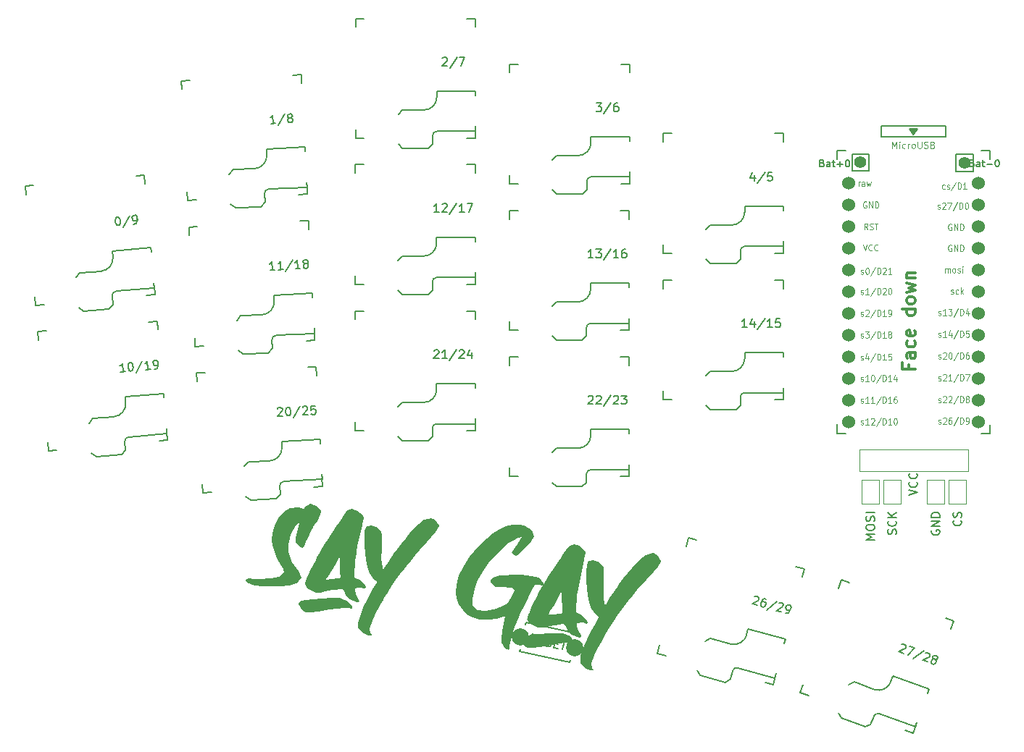
<source format=gbr>
%TF.GenerationSoftware,KiCad,Pcbnew,8.0.3*%
%TF.CreationDate,2024-06-27T17:01:22-04:00*%
%TF.ProjectId,reversiblepurringcat,72657665-7273-4696-926c-657075727269,rev?*%
%TF.SameCoordinates,Original*%
%TF.FileFunction,Legend,Top*%
%TF.FilePolarity,Positive*%
%FSLAX46Y46*%
G04 Gerber Fmt 4.6, Leading zero omitted, Abs format (unit mm)*
G04 Created by KiCad (PCBNEW 8.0.3) date 2024-06-27 17:01:22*
%MOMM*%
%LPD*%
G01*
G04 APERTURE LIST*
%ADD10C,0.150000*%
%ADD11C,0.300000*%
%ADD12C,0.125000*%
%ADD13C,0.120000*%
%ADD14C,2.000000*%
%ADD15C,1.524000*%
%ADD16C,1.397000*%
G04 APERTURE END LIST*
D10*
G36*
X161910063Y-86394602D02*
G01*
X162545089Y-86432122D01*
X163472923Y-86472457D01*
X163887153Y-86474056D01*
X164781159Y-86473032D01*
X165657859Y-86370546D01*
X165771889Y-86349707D01*
X166601928Y-86075659D01*
X166920385Y-85871354D01*
X167191438Y-85424656D01*
X166899210Y-84679172D01*
X166598742Y-84332977D01*
X166129331Y-83670970D01*
X165829312Y-82953491D01*
X165750937Y-82603695D01*
X165706922Y-82403839D01*
X165692475Y-81630957D01*
X165749561Y-81179101D01*
X165943203Y-80440004D01*
X166203965Y-79912011D01*
X166623883Y-79284160D01*
X166951370Y-78902758D01*
X167038370Y-78831223D01*
X167064423Y-78835350D01*
X166875718Y-79380405D01*
X166677316Y-80130718D01*
X166555769Y-80754105D01*
X166534449Y-81366474D01*
X167167641Y-81893332D01*
X167286359Y-81930682D01*
X167577754Y-81720892D01*
X167851939Y-81025938D01*
X167872945Y-80981272D01*
X167989174Y-80725192D01*
X168320686Y-80034822D01*
X168546579Y-79622787D01*
X168610964Y-79525415D01*
X169024687Y-78892676D01*
X169112203Y-78777627D01*
X169451369Y-78098012D01*
X169550250Y-77782435D01*
X169532287Y-77586706D01*
X168922476Y-77022652D01*
X168356051Y-76806918D01*
X168256179Y-76791100D01*
X167582501Y-77243608D01*
X167526015Y-77354257D01*
X167415827Y-77403573D01*
X167345448Y-77370170D01*
X167275069Y-77336767D01*
X166785453Y-77196162D01*
X165894678Y-77291374D01*
X165165354Y-77735974D01*
X165112712Y-77780658D01*
X164581135Y-78343184D01*
X164524210Y-78433019D01*
X164491853Y-78468697D01*
X164138843Y-79136684D01*
X163898966Y-79880900D01*
X163826128Y-80255005D01*
X163779821Y-80992537D01*
X163864205Y-81644608D01*
X164052322Y-82440452D01*
X164353987Y-83174750D01*
X164772129Y-83911060D01*
X164820053Y-83984493D01*
X165107828Y-84415840D01*
X165196433Y-84811933D01*
X164557611Y-85304243D01*
X164532461Y-85322516D01*
X163701933Y-85520715D01*
X163500767Y-85541170D01*
X163397456Y-85547064D01*
X162496860Y-85618227D01*
X162134302Y-85625198D01*
X161526806Y-85610585D01*
X161177949Y-85536785D01*
X161053501Y-85535621D01*
X160691153Y-85715626D01*
X160684849Y-85755430D01*
X160874539Y-86019161D01*
X161689197Y-86354917D01*
X161910063Y-86394602D01*
G37*
G36*
X171484867Y-87825788D02*
G01*
X171661423Y-87835205D01*
X171764733Y-87829312D01*
X171816840Y-87837565D01*
X171876718Y-87847793D01*
X172678675Y-88185497D01*
X173110910Y-88828899D01*
X173117478Y-88956056D01*
X173056531Y-89031717D01*
X172949782Y-89059322D01*
X172782970Y-88988389D01*
X172607804Y-88942099D01*
X172406098Y-88950955D01*
X172122794Y-88969142D01*
X171402684Y-89054347D01*
X170500194Y-89187541D01*
X169585528Y-89335106D01*
X169149619Y-89408699D01*
X168284614Y-89511120D01*
X167798128Y-89519383D01*
X167534310Y-89414540D01*
X167280889Y-89230434D01*
X166853972Y-88538957D01*
X166851747Y-88412488D01*
X167197212Y-88170460D01*
X167703375Y-88059258D01*
X168578821Y-87962714D01*
X169561537Y-87884675D01*
X169710145Y-87872832D01*
X170583594Y-87820849D01*
X171484867Y-87825788D01*
G37*
G36*
X173163226Y-77397672D02*
G01*
X173761304Y-77617176D01*
X174416146Y-78171058D01*
X174486788Y-78371422D01*
X174473297Y-78625227D01*
X174425532Y-78617662D01*
X174338923Y-79305004D01*
X173944535Y-81008171D01*
X173780670Y-81705533D01*
X173531100Y-83112636D01*
X173496529Y-83362523D01*
X173451652Y-84120113D01*
X173398925Y-84453018D01*
X173364114Y-85319193D01*
X173536590Y-85494883D01*
X174072210Y-85713447D01*
X174658184Y-86310527D01*
X174744564Y-86580151D01*
X174592275Y-86726659D01*
X174495842Y-86689130D01*
X174229158Y-86602379D01*
X173771591Y-86596675D01*
X173742672Y-86610642D01*
X173452490Y-86672251D01*
X173475368Y-86865050D01*
X173590808Y-87366412D01*
X173944695Y-88089270D01*
X173999027Y-88223992D01*
X173753171Y-88314878D01*
X173679353Y-88303186D01*
X172891337Y-87966946D01*
X172476209Y-87599699D01*
X172092592Y-86883435D01*
X171938962Y-86729277D01*
X171784448Y-86749316D01*
X171027529Y-86863118D01*
X170786194Y-86896703D01*
X169922016Y-87070081D01*
X169422348Y-87161570D01*
X169165097Y-87183884D01*
X168906943Y-87183798D01*
X168575611Y-87027460D01*
X168251156Y-86827699D01*
X167916054Y-86667054D01*
X167637449Y-86177810D01*
X167665630Y-86069813D01*
X167822815Y-85633014D01*
X170122919Y-85633014D01*
X170145533Y-85658852D01*
X170189859Y-85688128D01*
X170245405Y-85674670D01*
X170643349Y-85610972D01*
X171521168Y-85516928D01*
X171788735Y-85429480D01*
X171775864Y-85342128D01*
X171738199Y-84764928D01*
X171729670Y-84678263D01*
X171706070Y-83843640D01*
X171701026Y-83397724D01*
X171725475Y-82934223D01*
X171748973Y-82785863D01*
X171670502Y-82944063D01*
X171424599Y-83372489D01*
X171192536Y-83872647D01*
X170801149Y-84572071D01*
X170361944Y-85248011D01*
X170122919Y-85633014D01*
X167822815Y-85633014D01*
X167924111Y-85351525D01*
X168075806Y-85012039D01*
X168241587Y-84611725D01*
X168876889Y-83354739D01*
X168993691Y-83095041D01*
X169314625Y-82530126D01*
X169504392Y-82233593D01*
X169870816Y-81575902D01*
X170003356Y-81385463D01*
X170248352Y-80988507D01*
X170676942Y-80364519D01*
X171013284Y-79842847D01*
X171318171Y-79379251D01*
X171604961Y-79001813D01*
X171776555Y-78732546D01*
X172233008Y-78099772D01*
X172594830Y-77585845D01*
X173111119Y-77389419D01*
X173163226Y-77397672D01*
G37*
G36*
X175003133Y-92170233D02*
G01*
X175412363Y-92171990D01*
X175425544Y-92088764D01*
X175281657Y-91873090D01*
X175173876Y-91429448D01*
X175329650Y-90923689D01*
X175612094Y-90219440D01*
X175946866Y-89520980D01*
X176304086Y-88853829D01*
X176721030Y-88134370D01*
X176785453Y-88027317D01*
X176891939Y-87832752D01*
X177276451Y-87178944D01*
X177747336Y-86426954D01*
X178228768Y-85709154D01*
X178720972Y-85024113D01*
X179224177Y-84370401D01*
X179479975Y-84054845D01*
X179969125Y-83449116D01*
X180513816Y-82792533D01*
X181031943Y-82187686D01*
X181593466Y-81556799D01*
X181862638Y-81264471D01*
X182404043Y-80671411D01*
X182914845Y-80059143D01*
X183303154Y-79413058D01*
X183308469Y-79386580D01*
X183314774Y-79346776D01*
X182844011Y-78674205D01*
X182409543Y-78457830D01*
X182357436Y-78449577D01*
X181534269Y-78672512D01*
X180898727Y-79156095D01*
X180469936Y-79575001D01*
X179879762Y-80219042D01*
X179373555Y-80815370D01*
X178877415Y-81440681D01*
X178391865Y-82093429D01*
X178187145Y-82381194D01*
X177747972Y-83017260D01*
X177292026Y-83708308D01*
X176904773Y-84359900D01*
X176791897Y-84586097D01*
X176638798Y-83834431D01*
X176575264Y-83087580D01*
X176582201Y-82277179D01*
X176607936Y-81897385D01*
X176631168Y-81120849D01*
X176599696Y-80358069D01*
X176561378Y-80083577D01*
X176130794Y-79570262D01*
X175403987Y-79325321D01*
X174856554Y-79409245D01*
X174629827Y-79885219D01*
X174563331Y-80637895D01*
X174554520Y-81316214D01*
X174568734Y-81704233D01*
X174653863Y-82580602D01*
X174762867Y-83352994D01*
X174933234Y-84171888D01*
X175188613Y-84938912D01*
X175678351Y-85646603D01*
X175938006Y-85789916D01*
X176044445Y-85932890D01*
X176005210Y-86011990D01*
X175552439Y-86779698D01*
X175153017Y-87495783D01*
X174806679Y-88159940D01*
X174448002Y-88916654D01*
X174125800Y-89716155D01*
X173897965Y-90497939D01*
X173861972Y-90691232D01*
X173866705Y-91307727D01*
X174360791Y-91897867D01*
X175003133Y-92170233D01*
G37*
G36*
X191398619Y-93873079D02*
G01*
X191480218Y-93863747D01*
X191503143Y-93719005D01*
X191555870Y-93386100D01*
X191711568Y-92669015D01*
X191911088Y-91925938D01*
X191972873Y-91708771D01*
X192214514Y-90992585D01*
X192510162Y-90257818D01*
X192819020Y-89560725D01*
X193184733Y-88786921D01*
X193518269Y-88112881D01*
X193888246Y-87390146D01*
X193986437Y-87201875D01*
X194139036Y-86884788D01*
X194517478Y-86265923D01*
X195110141Y-86233675D01*
X195355686Y-86313368D01*
X195522809Y-86213721D01*
X195493627Y-86060727D01*
X194976959Y-85441672D01*
X194910316Y-85415652D01*
X194147713Y-85228100D01*
X193571098Y-85159029D01*
X192943279Y-85104104D01*
X192050120Y-85080905D01*
X191873873Y-85083100D01*
X190961468Y-85141297D01*
X190427859Y-85191621D01*
X189596415Y-85419779D01*
X189461143Y-85505881D01*
X189321726Y-85739742D01*
X189343128Y-85913760D01*
X189903597Y-86512415D01*
X189963138Y-86523845D01*
X190774390Y-86544764D01*
X191637748Y-86573937D01*
X191860106Y-86631411D01*
X192084379Y-86985933D01*
X191782283Y-87664147D01*
X191697846Y-87796400D01*
X191294253Y-88433537D01*
X190555142Y-88831096D01*
X189716076Y-89114102D01*
X189597111Y-89143994D01*
X188708019Y-89295345D01*
X187793400Y-89262629D01*
X187232180Y-88665624D01*
X187210876Y-87844128D01*
X187248650Y-87559090D01*
X187436528Y-86746346D01*
X187745451Y-85916293D01*
X188095319Y-85211566D01*
X188529189Y-84495184D01*
X189047035Y-83767311D01*
X189648829Y-83028114D01*
X190214525Y-82443776D01*
X190824510Y-81886959D01*
X191468777Y-81393048D01*
X191777451Y-81195308D01*
X192513589Y-80789779D01*
X192931349Y-80654751D01*
X192976578Y-80706427D01*
X192574744Y-81381864D01*
X192494515Y-81501764D01*
X192053471Y-82132969D01*
X191873346Y-82360382D01*
X191804618Y-82457067D01*
X191901314Y-82661557D01*
X192132202Y-82805696D01*
X192254688Y-82847351D01*
X192492763Y-82777489D01*
X193034567Y-82193818D01*
X193498322Y-81768321D01*
X194050235Y-81211137D01*
X194393673Y-80611872D01*
X194110056Y-79900392D01*
X193968052Y-79758086D01*
X193207639Y-79319104D01*
X192777994Y-79206087D01*
X191885686Y-79226723D01*
X191105299Y-79453043D01*
X190272706Y-79855372D01*
X189556964Y-80300991D01*
X188855682Y-80834597D01*
X188267924Y-81362472D01*
X187883726Y-81750744D01*
X187341165Y-82359750D01*
X186852262Y-82981215D01*
X186419190Y-83614751D01*
X185987406Y-84368612D01*
X185638026Y-85137755D01*
X185420003Y-85871038D01*
X185322729Y-86341563D01*
X185262466Y-87105078D01*
X185352365Y-87864407D01*
X185611833Y-88535044D01*
X186072018Y-89253794D01*
X186661468Y-89830518D01*
X187179108Y-90077825D01*
X188054291Y-90296693D01*
X188212407Y-90326798D01*
X189151128Y-90371036D01*
X190027679Y-90236158D01*
X190829553Y-89974162D01*
X191008887Y-89898029D01*
X190897438Y-90433064D01*
X190743827Y-91164088D01*
X190639338Y-91753502D01*
X190559774Y-92500742D01*
X190558367Y-93079739D01*
X191044575Y-93733433D01*
X191254421Y-93827984D01*
X191398619Y-93873079D01*
G37*
G36*
X197416752Y-91932995D02*
G01*
X197593308Y-91942412D01*
X197696618Y-91936519D01*
X197748725Y-91944772D01*
X197808603Y-91955000D01*
X198610560Y-92292704D01*
X199042795Y-92936106D01*
X199049363Y-93063263D01*
X198988416Y-93138924D01*
X198881667Y-93166529D01*
X198714855Y-93095597D01*
X198539688Y-93049306D01*
X198337983Y-93058162D01*
X198054679Y-93076349D01*
X197334569Y-93161554D01*
X196432079Y-93294748D01*
X195517413Y-93442313D01*
X195081504Y-93515906D01*
X194216499Y-93618327D01*
X193730013Y-93626590D01*
X193466194Y-93521747D01*
X193212774Y-93337641D01*
X192785857Y-92646165D01*
X192783632Y-92519696D01*
X193129097Y-92277667D01*
X193635260Y-92166465D01*
X194510706Y-92069922D01*
X195493421Y-91991882D01*
X195642030Y-91980040D01*
X196515479Y-91928057D01*
X197416752Y-91932995D01*
G37*
G36*
X199095111Y-81504879D02*
G01*
X199693189Y-81724383D01*
X200348031Y-82278265D01*
X200418673Y-82478629D01*
X200405181Y-82732434D01*
X200357417Y-82724869D01*
X200270808Y-83412211D01*
X199876420Y-85115378D01*
X199712555Y-85812740D01*
X199462985Y-87219843D01*
X199428414Y-87469730D01*
X199383537Y-88227320D01*
X199330810Y-88560225D01*
X199295999Y-89426400D01*
X199468475Y-89602090D01*
X200004094Y-89820654D01*
X200590069Y-90417734D01*
X200676449Y-90687358D01*
X200524160Y-90833866D01*
X200427727Y-90796337D01*
X200161043Y-90709586D01*
X199703476Y-90703882D01*
X199674557Y-90717849D01*
X199384375Y-90779458D01*
X199407253Y-90972257D01*
X199522693Y-91473619D01*
X199876580Y-92196477D01*
X199930912Y-92331199D01*
X199685056Y-92422085D01*
X199611238Y-92410393D01*
X198823222Y-92074153D01*
X198408094Y-91706906D01*
X198024477Y-90990642D01*
X197870847Y-90836484D01*
X197716333Y-90856523D01*
X196959414Y-90970325D01*
X196718079Y-91003910D01*
X195853901Y-91177288D01*
X195354233Y-91268777D01*
X195096982Y-91291091D01*
X194838828Y-91291005D01*
X194507495Y-91134667D01*
X194183041Y-90934906D01*
X193847939Y-90774261D01*
X193569334Y-90285017D01*
X193597515Y-90177020D01*
X193754700Y-89740221D01*
X196054803Y-89740221D01*
X196077418Y-89766059D01*
X196121744Y-89795335D01*
X196177290Y-89781877D01*
X196575234Y-89718179D01*
X197453053Y-89624135D01*
X197720620Y-89536688D01*
X197707749Y-89449335D01*
X197670084Y-88872135D01*
X197661555Y-88785470D01*
X197637955Y-87950847D01*
X197632911Y-87504931D01*
X197657359Y-87041430D01*
X197680857Y-86893070D01*
X197602387Y-87051270D01*
X197356484Y-87479696D01*
X197124421Y-87979854D01*
X196733033Y-88679278D01*
X196293829Y-89355218D01*
X196054803Y-89740221D01*
X193754700Y-89740221D01*
X193855996Y-89458732D01*
X194007691Y-89119246D01*
X194173472Y-88718932D01*
X194808773Y-87461946D01*
X194925576Y-87202248D01*
X195246510Y-86637333D01*
X195436277Y-86340800D01*
X195802701Y-85683109D01*
X195935241Y-85492670D01*
X196180237Y-85095714D01*
X196608827Y-84471726D01*
X196945169Y-83950054D01*
X197250056Y-83486458D01*
X197536846Y-83109020D01*
X197708440Y-82839754D01*
X198164893Y-82206979D01*
X198526715Y-81693052D01*
X199043004Y-81496626D01*
X199095111Y-81504879D01*
G37*
G36*
X200935018Y-96277440D02*
G01*
X201344248Y-96279197D01*
X201357429Y-96195971D01*
X201213542Y-95980297D01*
X201105761Y-95536655D01*
X201261535Y-95030896D01*
X201543979Y-94326647D01*
X201878750Y-93628187D01*
X202235971Y-92961036D01*
X202652915Y-92241577D01*
X202717338Y-92134524D01*
X202823824Y-91939959D01*
X203208336Y-91286151D01*
X203679221Y-90534161D01*
X204160653Y-89816361D01*
X204652857Y-89131320D01*
X205156062Y-88477608D01*
X205411860Y-88162052D01*
X205901009Y-87556324D01*
X206445701Y-86899740D01*
X206963828Y-86294893D01*
X207525351Y-85664006D01*
X207794523Y-85371678D01*
X208335928Y-84778618D01*
X208846730Y-84166350D01*
X209235039Y-83520265D01*
X209240354Y-83493787D01*
X209246659Y-83453983D01*
X208775896Y-82781412D01*
X208341428Y-82565037D01*
X208289321Y-82556784D01*
X207466154Y-82779719D01*
X206830612Y-83263302D01*
X206401821Y-83682209D01*
X205811647Y-84326249D01*
X205305440Y-84922577D01*
X204809300Y-85547888D01*
X204323750Y-86200636D01*
X204119030Y-86488401D01*
X203679857Y-87124467D01*
X203223911Y-87815515D01*
X202836658Y-88467107D01*
X202723782Y-88693305D01*
X202570683Y-87941638D01*
X202507149Y-87194787D01*
X202514086Y-86384387D01*
X202539821Y-86004592D01*
X202563052Y-85228056D01*
X202531581Y-84465276D01*
X202493262Y-84190784D01*
X202062679Y-83677469D01*
X201335872Y-83432528D01*
X200788439Y-83516452D01*
X200561712Y-83992427D01*
X200495216Y-84745102D01*
X200486405Y-85423421D01*
X200500618Y-85811440D01*
X200585747Y-86687809D01*
X200694752Y-87460201D01*
X200865119Y-88279095D01*
X201120498Y-89046119D01*
X201610236Y-89753810D01*
X201869891Y-89897123D01*
X201976330Y-90040097D01*
X201937095Y-90119197D01*
X201484324Y-90886905D01*
X201084902Y-91602990D01*
X200738564Y-92267147D01*
X200379887Y-93023861D01*
X200057685Y-93823362D01*
X199829850Y-94605146D01*
X199793856Y-94798439D01*
X199798590Y-95414934D01*
X200292676Y-96005074D01*
X200935018Y-96277440D01*
G37*
D11*
X238138654Y-60525529D02*
X238138654Y-61025529D01*
X238924368Y-61025529D02*
X237424368Y-61025529D01*
X237424368Y-61025529D02*
X237424368Y-60311243D01*
X238924368Y-59096958D02*
X238138654Y-59096958D01*
X238138654Y-59096958D02*
X237995797Y-59168386D01*
X237995797Y-59168386D02*
X237924368Y-59311243D01*
X237924368Y-59311243D02*
X237924368Y-59596958D01*
X237924368Y-59596958D02*
X237995797Y-59739815D01*
X238852940Y-59096958D02*
X238924368Y-59239815D01*
X238924368Y-59239815D02*
X238924368Y-59596958D01*
X238924368Y-59596958D02*
X238852940Y-59739815D01*
X238852940Y-59739815D02*
X238710082Y-59811243D01*
X238710082Y-59811243D02*
X238567225Y-59811243D01*
X238567225Y-59811243D02*
X238424368Y-59739815D01*
X238424368Y-59739815D02*
X238352940Y-59596958D01*
X238352940Y-59596958D02*
X238352940Y-59239815D01*
X238352940Y-59239815D02*
X238281511Y-59096958D01*
X238852940Y-57739815D02*
X238924368Y-57882672D01*
X238924368Y-57882672D02*
X238924368Y-58168386D01*
X238924368Y-58168386D02*
X238852940Y-58311243D01*
X238852940Y-58311243D02*
X238781511Y-58382672D01*
X238781511Y-58382672D02*
X238638654Y-58454100D01*
X238638654Y-58454100D02*
X238210082Y-58454100D01*
X238210082Y-58454100D02*
X238067225Y-58382672D01*
X238067225Y-58382672D02*
X237995797Y-58311243D01*
X237995797Y-58311243D02*
X237924368Y-58168386D01*
X237924368Y-58168386D02*
X237924368Y-57882672D01*
X237924368Y-57882672D02*
X237995797Y-57739815D01*
X238852940Y-56525529D02*
X238924368Y-56668386D01*
X238924368Y-56668386D02*
X238924368Y-56954101D01*
X238924368Y-56954101D02*
X238852940Y-57096958D01*
X238852940Y-57096958D02*
X238710082Y-57168386D01*
X238710082Y-57168386D02*
X238138654Y-57168386D01*
X238138654Y-57168386D02*
X237995797Y-57096958D01*
X237995797Y-57096958D02*
X237924368Y-56954101D01*
X237924368Y-56954101D02*
X237924368Y-56668386D01*
X237924368Y-56668386D02*
X237995797Y-56525529D01*
X237995797Y-56525529D02*
X238138654Y-56454101D01*
X238138654Y-56454101D02*
X238281511Y-56454101D01*
X238281511Y-56454101D02*
X238424368Y-57168386D01*
X238924368Y-54025530D02*
X237424368Y-54025530D01*
X238852940Y-54025530D02*
X238924368Y-54168387D01*
X238924368Y-54168387D02*
X238924368Y-54454101D01*
X238924368Y-54454101D02*
X238852940Y-54596958D01*
X238852940Y-54596958D02*
X238781511Y-54668387D01*
X238781511Y-54668387D02*
X238638654Y-54739815D01*
X238638654Y-54739815D02*
X238210082Y-54739815D01*
X238210082Y-54739815D02*
X238067225Y-54668387D01*
X238067225Y-54668387D02*
X237995797Y-54596958D01*
X237995797Y-54596958D02*
X237924368Y-54454101D01*
X237924368Y-54454101D02*
X237924368Y-54168387D01*
X237924368Y-54168387D02*
X237995797Y-54025530D01*
X238924368Y-53096958D02*
X238852940Y-53239815D01*
X238852940Y-53239815D02*
X238781511Y-53311244D01*
X238781511Y-53311244D02*
X238638654Y-53382672D01*
X238638654Y-53382672D02*
X238210082Y-53382672D01*
X238210082Y-53382672D02*
X238067225Y-53311244D01*
X238067225Y-53311244D02*
X237995797Y-53239815D01*
X237995797Y-53239815D02*
X237924368Y-53096958D01*
X237924368Y-53096958D02*
X237924368Y-52882672D01*
X237924368Y-52882672D02*
X237995797Y-52739815D01*
X237995797Y-52739815D02*
X238067225Y-52668387D01*
X238067225Y-52668387D02*
X238210082Y-52596958D01*
X238210082Y-52596958D02*
X238638654Y-52596958D01*
X238638654Y-52596958D02*
X238781511Y-52668387D01*
X238781511Y-52668387D02*
X238852940Y-52739815D01*
X238852940Y-52739815D02*
X238924368Y-52882672D01*
X238924368Y-52882672D02*
X238924368Y-53096958D01*
X237924368Y-52096958D02*
X238924368Y-51811244D01*
X238924368Y-51811244D02*
X238210082Y-51525529D01*
X238210082Y-51525529D02*
X238924368Y-51239815D01*
X238924368Y-51239815D02*
X237924368Y-50954101D01*
X237924368Y-50382672D02*
X238924368Y-50382672D01*
X238067225Y-50382672D02*
X237995797Y-50311243D01*
X237995797Y-50311243D02*
X237924368Y-50168386D01*
X237924368Y-50168386D02*
X237924368Y-49954100D01*
X237924368Y-49954100D02*
X237995797Y-49811243D01*
X237995797Y-49811243D02*
X238138654Y-49739815D01*
X238138654Y-49739815D02*
X238924368Y-49739815D01*
D12*
X241642574Y-57252422D02*
X241706383Y-57288136D01*
X241706383Y-57288136D02*
X241834002Y-57288136D01*
X241834002Y-57288136D02*
X241897812Y-57252422D01*
X241897812Y-57252422D02*
X241929716Y-57180993D01*
X241929716Y-57180993D02*
X241929716Y-57145279D01*
X241929716Y-57145279D02*
X241897812Y-57073850D01*
X241897812Y-57073850D02*
X241834002Y-57038136D01*
X241834002Y-57038136D02*
X241738288Y-57038136D01*
X241738288Y-57038136D02*
X241674478Y-57002422D01*
X241674478Y-57002422D02*
X241642574Y-56930993D01*
X241642574Y-56930993D02*
X241642574Y-56895279D01*
X241642574Y-56895279D02*
X241674478Y-56823850D01*
X241674478Y-56823850D02*
X241738288Y-56788136D01*
X241738288Y-56788136D02*
X241834002Y-56788136D01*
X241834002Y-56788136D02*
X241897812Y-56823850D01*
X242567812Y-57288136D02*
X242184955Y-57288136D01*
X242376383Y-57288136D02*
X242376383Y-56538136D01*
X242376383Y-56538136D02*
X242312574Y-56645279D01*
X242312574Y-56645279D02*
X242248764Y-56716707D01*
X242248764Y-56716707D02*
X242184955Y-56752422D01*
X243142097Y-56788136D02*
X243142097Y-57288136D01*
X242982573Y-56502422D02*
X242823050Y-57038136D01*
X242823050Y-57038136D02*
X243237811Y-57038136D01*
X243971621Y-56502422D02*
X243397335Y-57466707D01*
X244194954Y-57288136D02*
X244194954Y-56538136D01*
X244194954Y-56538136D02*
X244354478Y-56538136D01*
X244354478Y-56538136D02*
X244450192Y-56573850D01*
X244450192Y-56573850D02*
X244514002Y-56645279D01*
X244514002Y-56645279D02*
X244545907Y-56716707D01*
X244545907Y-56716707D02*
X244577811Y-56859564D01*
X244577811Y-56859564D02*
X244577811Y-56966707D01*
X244577811Y-56966707D02*
X244545907Y-57109564D01*
X244545907Y-57109564D02*
X244514002Y-57180993D01*
X244514002Y-57180993D02*
X244450192Y-57252422D01*
X244450192Y-57252422D02*
X244354478Y-57288136D01*
X244354478Y-57288136D02*
X244194954Y-57288136D01*
X245184002Y-56538136D02*
X244864954Y-56538136D01*
X244864954Y-56538136D02*
X244833050Y-56895279D01*
X244833050Y-56895279D02*
X244864954Y-56859564D01*
X244864954Y-56859564D02*
X244928764Y-56823850D01*
X244928764Y-56823850D02*
X245088288Y-56823850D01*
X245088288Y-56823850D02*
X245152097Y-56859564D01*
X245152097Y-56859564D02*
X245184002Y-56895279D01*
X245184002Y-56895279D02*
X245215907Y-56966707D01*
X245215907Y-56966707D02*
X245215907Y-57145279D01*
X245215907Y-57145279D02*
X245184002Y-57216707D01*
X245184002Y-57216707D02*
X245152097Y-57252422D01*
X245152097Y-57252422D02*
X245088288Y-57288136D01*
X245088288Y-57288136D02*
X244928764Y-57288136D01*
X244928764Y-57288136D02*
X244864954Y-57252422D01*
X244864954Y-57252422D02*
X244833050Y-57216707D01*
D10*
X238174819Y-75805588D02*
X239174819Y-75472255D01*
X239174819Y-75472255D02*
X238174819Y-75138922D01*
X239079580Y-74234160D02*
X239127200Y-74281779D01*
X239127200Y-74281779D02*
X239174819Y-74424636D01*
X239174819Y-74424636D02*
X239174819Y-74519874D01*
X239174819Y-74519874D02*
X239127200Y-74662731D01*
X239127200Y-74662731D02*
X239031961Y-74757969D01*
X239031961Y-74757969D02*
X238936723Y-74805588D01*
X238936723Y-74805588D02*
X238746247Y-74853207D01*
X238746247Y-74853207D02*
X238603390Y-74853207D01*
X238603390Y-74853207D02*
X238412914Y-74805588D01*
X238412914Y-74805588D02*
X238317676Y-74757969D01*
X238317676Y-74757969D02*
X238222438Y-74662731D01*
X238222438Y-74662731D02*
X238174819Y-74519874D01*
X238174819Y-74519874D02*
X238174819Y-74424636D01*
X238174819Y-74424636D02*
X238222438Y-74281779D01*
X238222438Y-74281779D02*
X238270057Y-74234160D01*
X239079580Y-73234160D02*
X239127200Y-73281779D01*
X239127200Y-73281779D02*
X239174819Y-73424636D01*
X239174819Y-73424636D02*
X239174819Y-73519874D01*
X239174819Y-73519874D02*
X239127200Y-73662731D01*
X239127200Y-73662731D02*
X239031961Y-73757969D01*
X239031961Y-73757969D02*
X238936723Y-73805588D01*
X238936723Y-73805588D02*
X238746247Y-73853207D01*
X238746247Y-73853207D02*
X238603390Y-73853207D01*
X238603390Y-73853207D02*
X238412914Y-73805588D01*
X238412914Y-73805588D02*
X238317676Y-73757969D01*
X238317676Y-73757969D02*
X238222438Y-73662731D01*
X238222438Y-73662731D02*
X238174819Y-73519874D01*
X238174819Y-73519874D02*
X238174819Y-73424636D01*
X238174819Y-73424636D02*
X238222438Y-73281779D01*
X238222438Y-73281779D02*
X238270057Y-73234160D01*
X194484794Y-93142913D02*
X194257750Y-92607824D01*
X193925853Y-93024106D02*
X194133764Y-92045958D01*
X194133764Y-92045958D02*
X194506392Y-92125163D01*
X194506392Y-92125163D02*
X194589648Y-92191542D01*
X194589648Y-92191542D02*
X194626326Y-92248021D01*
X194626326Y-92248021D02*
X194653104Y-92351079D01*
X194653104Y-92351079D02*
X194623402Y-92490814D01*
X194623402Y-92490814D02*
X194557022Y-92574071D01*
X194557022Y-92574071D02*
X194500543Y-92610748D01*
X194500543Y-92610748D02*
X194397486Y-92637526D01*
X194397486Y-92637526D02*
X194024858Y-92558321D01*
X195012906Y-92719655D02*
X195338956Y-92788959D01*
X195369785Y-93331023D02*
X194904000Y-93232018D01*
X194904000Y-93232018D02*
X195111912Y-92253870D01*
X195111912Y-92253870D02*
X195577697Y-92352876D01*
X195752313Y-93363649D02*
X195882148Y-93439929D01*
X195882148Y-93439929D02*
X196115040Y-93489432D01*
X196115040Y-93489432D02*
X196218098Y-93462655D01*
X196218098Y-93462655D02*
X196274577Y-93425977D01*
X196274577Y-93425977D02*
X196340956Y-93342721D01*
X196340956Y-93342721D02*
X196360757Y-93249564D01*
X196360757Y-93249564D02*
X196333980Y-93146506D01*
X196333980Y-93146506D02*
X196297302Y-93090027D01*
X196297302Y-93090027D02*
X196214046Y-93023648D01*
X196214046Y-93023648D02*
X196037633Y-92937467D01*
X196037633Y-92937467D02*
X195954376Y-92871087D01*
X195954376Y-92871087D02*
X195917698Y-92814608D01*
X195917698Y-92814608D02*
X195890921Y-92711551D01*
X195890921Y-92711551D02*
X195910722Y-92618394D01*
X195910722Y-92618394D02*
X195977102Y-92535138D01*
X195977102Y-92535138D02*
X196033581Y-92498460D01*
X196033581Y-92498460D02*
X196136638Y-92471682D01*
X196136638Y-92471682D02*
X196369530Y-92521185D01*
X196369530Y-92521185D02*
X196499365Y-92597465D01*
X196829466Y-93105776D02*
X197155516Y-93175080D01*
X197186345Y-93717145D02*
X196720560Y-93618139D01*
X196720560Y-93618139D02*
X196928472Y-92639992D01*
X196928472Y-92639992D02*
X197394256Y-92738997D01*
X197673727Y-92798401D02*
X198232669Y-92917207D01*
X197745286Y-93835952D02*
X197953198Y-92857804D01*
X164406674Y-65657178D02*
X164451735Y-65607132D01*
X164451735Y-65607132D02*
X164544351Y-65554594D01*
X164544351Y-65554594D02*
X164782120Y-65542133D01*
X164782120Y-65542133D02*
X164879719Y-65584702D01*
X164879719Y-65584702D02*
X164929765Y-65629764D01*
X164929765Y-65629764D02*
X164982304Y-65722379D01*
X164982304Y-65722379D02*
X164987288Y-65817487D01*
X164987288Y-65817487D02*
X164947211Y-65962641D01*
X164947211Y-65962641D02*
X164406472Y-66563192D01*
X164406472Y-66563192D02*
X165024671Y-66530794D01*
X165590534Y-65499766D02*
X165685642Y-65494781D01*
X165685642Y-65494781D02*
X165783241Y-65537351D01*
X165783241Y-65537351D02*
X165833287Y-65582412D01*
X165833287Y-65582412D02*
X165885826Y-65675028D01*
X165885826Y-65675028D02*
X165943348Y-65862751D01*
X165943348Y-65862751D02*
X165955809Y-66100520D01*
X165955809Y-66100520D02*
X165918224Y-66293227D01*
X165918224Y-66293227D02*
X165875655Y-66390827D01*
X165875655Y-66390827D02*
X165830593Y-66440873D01*
X165830593Y-66440873D02*
X165737978Y-66493411D01*
X165737978Y-66493411D02*
X165642870Y-66498395D01*
X165642870Y-66498395D02*
X165545270Y-66455826D01*
X165545270Y-66455826D02*
X165495224Y-66410764D01*
X165495224Y-66410764D02*
X165442686Y-66318149D01*
X165442686Y-66318149D02*
X165385164Y-66130426D01*
X165385164Y-66130426D02*
X165372703Y-65892657D01*
X165372703Y-65892657D02*
X165410288Y-65699950D01*
X165410288Y-65699950D02*
X165452857Y-65602350D01*
X165452857Y-65602350D02*
X165497919Y-65552304D01*
X165497919Y-65552304D02*
X165590534Y-65499766D01*
X167062209Y-65374954D02*
X166273530Y-66703766D01*
X167355009Y-65502662D02*
X167400070Y-65452616D01*
X167400070Y-65452616D02*
X167492686Y-65400078D01*
X167492686Y-65400078D02*
X167730455Y-65387617D01*
X167730455Y-65387617D02*
X167828054Y-65430187D01*
X167828054Y-65430187D02*
X167878100Y-65475248D01*
X167878100Y-65475248D02*
X167930638Y-65567864D01*
X167930638Y-65567864D02*
X167935623Y-65662971D01*
X167935623Y-65662971D02*
X167895546Y-65808125D01*
X167895546Y-65808125D02*
X167354806Y-66408677D01*
X167354806Y-66408677D02*
X167973006Y-66376278D01*
X168824192Y-65330297D02*
X168348654Y-65355219D01*
X168348654Y-65355219D02*
X168326022Y-65833249D01*
X168326022Y-65833249D02*
X168371083Y-65783203D01*
X168371083Y-65783203D02*
X168463699Y-65730665D01*
X168463699Y-65730665D02*
X168701468Y-65718204D01*
X168701468Y-65718204D02*
X168799068Y-65760773D01*
X168799068Y-65760773D02*
X168849114Y-65805835D01*
X168849114Y-65805835D02*
X168901652Y-65898450D01*
X168901652Y-65898450D02*
X168914113Y-66136219D01*
X168914113Y-66136219D02*
X168871543Y-66233819D01*
X168871543Y-66233819D02*
X168826482Y-66283865D01*
X168826482Y-66283865D02*
X168733866Y-66336403D01*
X168733866Y-66336403D02*
X168496097Y-66348864D01*
X168496097Y-66348864D02*
X168398498Y-66306295D01*
X168398498Y-66306295D02*
X168348452Y-66261233D01*
X220127812Y-87651122D02*
X220186133Y-87617450D01*
X220186133Y-87617450D02*
X220290451Y-87596103D01*
X220290451Y-87596103D02*
X220520433Y-87657726D01*
X220520433Y-87657726D02*
X220600101Y-87728372D01*
X220600101Y-87728372D02*
X220633773Y-87786693D01*
X220633773Y-87786693D02*
X220655120Y-87891011D01*
X220655120Y-87891011D02*
X220630470Y-87983004D01*
X220630470Y-87983004D02*
X220547500Y-88108669D01*
X220547500Y-88108669D02*
X219847646Y-88512730D01*
X219847646Y-88512730D02*
X220445600Y-88672951D01*
X221532355Y-87928870D02*
X221348369Y-87879571D01*
X221348369Y-87879571D02*
X221244052Y-87900918D01*
X221244052Y-87900918D02*
X221185731Y-87934590D01*
X221185731Y-87934590D02*
X221056763Y-88047930D01*
X221056763Y-88047930D02*
X220961468Y-88219591D01*
X220961468Y-88219591D02*
X220862870Y-88587563D01*
X220862870Y-88587563D02*
X220884217Y-88691881D01*
X220884217Y-88691881D02*
X220917889Y-88750202D01*
X220917889Y-88750202D02*
X220997557Y-88820848D01*
X220997557Y-88820848D02*
X221181543Y-88870146D01*
X221181543Y-88870146D02*
X221285861Y-88848799D01*
X221285861Y-88848799D02*
X221344182Y-88815128D01*
X221344182Y-88815128D02*
X221414828Y-88735459D01*
X221414828Y-88735459D02*
X221476452Y-88505477D01*
X221476452Y-88505477D02*
X221455105Y-88401159D01*
X221455105Y-88401159D02*
X221421433Y-88342838D01*
X221421433Y-88342838D02*
X221341765Y-88272192D01*
X221341765Y-88272192D02*
X221157779Y-88222894D01*
X221157779Y-88222894D02*
X221053461Y-88244241D01*
X221053461Y-88244241D02*
X220995140Y-88277912D01*
X220995140Y-88277912D02*
X220924494Y-88357581D01*
X222740588Y-88203316D02*
X221579884Y-89223376D01*
X222979593Y-88415254D02*
X223037914Y-88381582D01*
X223037914Y-88381582D02*
X223142232Y-88360235D01*
X223142232Y-88360235D02*
X223372214Y-88421859D01*
X223372214Y-88421859D02*
X223451882Y-88492505D01*
X223451882Y-88492505D02*
X223485554Y-88550826D01*
X223485554Y-88550826D02*
X223506901Y-88655143D01*
X223506901Y-88655143D02*
X223482252Y-88747136D01*
X223482252Y-88747136D02*
X223399281Y-88872801D01*
X223399281Y-88872801D02*
X222699427Y-89276862D01*
X222699427Y-89276862D02*
X223297381Y-89437083D01*
X223757345Y-89560331D02*
X223941331Y-89609629D01*
X223941331Y-89609629D02*
X224045649Y-89588282D01*
X224045649Y-89588282D02*
X224103970Y-89554611D01*
X224103970Y-89554611D02*
X224232937Y-89441271D01*
X224232937Y-89441271D02*
X224328233Y-89269610D01*
X224328233Y-89269610D02*
X224426830Y-88901638D01*
X224426830Y-88901638D02*
X224405483Y-88797320D01*
X224405483Y-88797320D02*
X224371812Y-88738999D01*
X224371812Y-88738999D02*
X224292143Y-88668353D01*
X224292143Y-88668353D02*
X224108157Y-88619054D01*
X224108157Y-88619054D02*
X224003840Y-88640401D01*
X224003840Y-88640401D02*
X223945519Y-88674073D01*
X223945519Y-88674073D02*
X223874873Y-88753741D01*
X223874873Y-88753741D02*
X223813249Y-88983724D01*
X223813249Y-88983724D02*
X223834596Y-89088041D01*
X223834596Y-89088041D02*
X223868268Y-89146362D01*
X223868268Y-89146362D02*
X223947936Y-89217008D01*
X223947936Y-89217008D02*
X224131922Y-89266307D01*
X224131922Y-89266307D02*
X224236240Y-89244960D01*
X224236240Y-89244960D02*
X224294561Y-89211288D01*
X224294561Y-89211288D02*
X224365207Y-89131620D01*
X182712706Y-58881890D02*
X182760325Y-58834271D01*
X182760325Y-58834271D02*
X182855563Y-58786652D01*
X182855563Y-58786652D02*
X183093658Y-58786652D01*
X183093658Y-58786652D02*
X183188896Y-58834271D01*
X183188896Y-58834271D02*
X183236515Y-58881890D01*
X183236515Y-58881890D02*
X183284134Y-58977128D01*
X183284134Y-58977128D02*
X183284134Y-59072366D01*
X183284134Y-59072366D02*
X183236515Y-59215223D01*
X183236515Y-59215223D02*
X182665087Y-59786652D01*
X182665087Y-59786652D02*
X183284134Y-59786652D01*
X184236515Y-59786652D02*
X183665087Y-59786652D01*
X183950801Y-59786652D02*
X183950801Y-58786652D01*
X183950801Y-58786652D02*
X183855563Y-58929509D01*
X183855563Y-58929509D02*
X183760325Y-59024747D01*
X183760325Y-59024747D02*
X183665087Y-59072366D01*
X185379372Y-58739033D02*
X184522230Y-60024747D01*
X185665087Y-58881890D02*
X185712706Y-58834271D01*
X185712706Y-58834271D02*
X185807944Y-58786652D01*
X185807944Y-58786652D02*
X186046039Y-58786652D01*
X186046039Y-58786652D02*
X186141277Y-58834271D01*
X186141277Y-58834271D02*
X186188896Y-58881890D01*
X186188896Y-58881890D02*
X186236515Y-58977128D01*
X186236515Y-58977128D02*
X186236515Y-59072366D01*
X186236515Y-59072366D02*
X186188896Y-59215223D01*
X186188896Y-59215223D02*
X185617468Y-59786652D01*
X185617468Y-59786652D02*
X186236515Y-59786652D01*
X187093658Y-59119985D02*
X187093658Y-59786652D01*
X186855563Y-58739033D02*
X186617468Y-59453318D01*
X186617468Y-59453318D02*
X187236515Y-59453318D01*
X200721306Y-64241290D02*
X200768925Y-64193671D01*
X200768925Y-64193671D02*
X200864163Y-64146052D01*
X200864163Y-64146052D02*
X201102258Y-64146052D01*
X201102258Y-64146052D02*
X201197496Y-64193671D01*
X201197496Y-64193671D02*
X201245115Y-64241290D01*
X201245115Y-64241290D02*
X201292734Y-64336528D01*
X201292734Y-64336528D02*
X201292734Y-64431766D01*
X201292734Y-64431766D02*
X201245115Y-64574623D01*
X201245115Y-64574623D02*
X200673687Y-65146052D01*
X200673687Y-65146052D02*
X201292734Y-65146052D01*
X201673687Y-64241290D02*
X201721306Y-64193671D01*
X201721306Y-64193671D02*
X201816544Y-64146052D01*
X201816544Y-64146052D02*
X202054639Y-64146052D01*
X202054639Y-64146052D02*
X202149877Y-64193671D01*
X202149877Y-64193671D02*
X202197496Y-64241290D01*
X202197496Y-64241290D02*
X202245115Y-64336528D01*
X202245115Y-64336528D02*
X202245115Y-64431766D01*
X202245115Y-64431766D02*
X202197496Y-64574623D01*
X202197496Y-64574623D02*
X201626068Y-65146052D01*
X201626068Y-65146052D02*
X202245115Y-65146052D01*
X203387972Y-64098433D02*
X202530830Y-65384147D01*
X203673687Y-64241290D02*
X203721306Y-64193671D01*
X203721306Y-64193671D02*
X203816544Y-64146052D01*
X203816544Y-64146052D02*
X204054639Y-64146052D01*
X204054639Y-64146052D02*
X204149877Y-64193671D01*
X204149877Y-64193671D02*
X204197496Y-64241290D01*
X204197496Y-64241290D02*
X204245115Y-64336528D01*
X204245115Y-64336528D02*
X204245115Y-64431766D01*
X204245115Y-64431766D02*
X204197496Y-64574623D01*
X204197496Y-64574623D02*
X203626068Y-65146052D01*
X203626068Y-65146052D02*
X204245115Y-65146052D01*
X204578449Y-64146052D02*
X205197496Y-64146052D01*
X205197496Y-64146052D02*
X204864163Y-64527004D01*
X204864163Y-64527004D02*
X205007020Y-64527004D01*
X205007020Y-64527004D02*
X205102258Y-64574623D01*
X205102258Y-64574623D02*
X205149877Y-64622242D01*
X205149877Y-64622242D02*
X205197496Y-64717480D01*
X205197496Y-64717480D02*
X205197496Y-64955575D01*
X205197496Y-64955575D02*
X205149877Y-65050813D01*
X205149877Y-65050813D02*
X205102258Y-65098433D01*
X205102258Y-65098433D02*
X205007020Y-65146052D01*
X205007020Y-65146052D02*
X204721306Y-65146052D01*
X204721306Y-65146052D02*
X204626068Y-65098433D01*
X204626068Y-65098433D02*
X204578449Y-65050813D01*
X164209171Y-32287344D02*
X163638525Y-32317250D01*
X163923848Y-32302297D02*
X163871512Y-31303668D01*
X163871512Y-31303668D02*
X163783881Y-31451313D01*
X163783881Y-31451313D02*
X163693758Y-31551405D01*
X163693758Y-31551405D02*
X163601142Y-31603943D01*
X165295633Y-31181348D02*
X164506954Y-32510160D01*
X165796093Y-31631964D02*
X165698493Y-31589395D01*
X165698493Y-31589395D02*
X165648447Y-31544333D01*
X165648447Y-31544333D02*
X165595909Y-31451718D01*
X165595909Y-31451718D02*
X165593417Y-31404164D01*
X165593417Y-31404164D02*
X165635986Y-31306564D01*
X165635986Y-31306564D02*
X165681048Y-31256518D01*
X165681048Y-31256518D02*
X165773663Y-31203980D01*
X165773663Y-31203980D02*
X165963879Y-31194011D01*
X165963879Y-31194011D02*
X166061478Y-31236581D01*
X166061478Y-31236581D02*
X166111524Y-31281642D01*
X166111524Y-31281642D02*
X166164062Y-31374258D01*
X166164062Y-31374258D02*
X166166555Y-31421812D01*
X166166555Y-31421812D02*
X166123985Y-31519411D01*
X166123985Y-31519411D02*
X166078924Y-31569457D01*
X166078924Y-31569457D02*
X165986308Y-31621995D01*
X165986308Y-31621995D02*
X165796093Y-31631964D01*
X165796093Y-31631964D02*
X165703478Y-31684502D01*
X165703478Y-31684502D02*
X165658416Y-31734548D01*
X165658416Y-31734548D02*
X165615847Y-31832148D01*
X165615847Y-31832148D02*
X165625815Y-32022363D01*
X165625815Y-32022363D02*
X165678354Y-32114979D01*
X165678354Y-32114979D02*
X165728400Y-32160040D01*
X165728400Y-32160040D02*
X165825999Y-32202610D01*
X165825999Y-32202610D02*
X166016214Y-32192641D01*
X166016214Y-32192641D02*
X166108830Y-32140103D01*
X166108830Y-32140103D02*
X166153891Y-32090057D01*
X166153891Y-32090057D02*
X166196461Y-31992457D01*
X166196461Y-31992457D02*
X166186492Y-31802242D01*
X166186492Y-31802242D02*
X166133954Y-31709626D01*
X166133954Y-31709626D02*
X166083908Y-31664565D01*
X166083908Y-31664565D02*
X165986308Y-31621995D01*
X145681048Y-43233889D02*
X145775923Y-43225589D01*
X145775923Y-43225589D02*
X145874949Y-43264726D01*
X145874949Y-43264726D02*
X145926538Y-43308013D01*
X145926538Y-43308013D02*
X145982276Y-43398739D01*
X145982276Y-43398739D02*
X146046315Y-43584340D01*
X146046315Y-43584340D02*
X146067066Y-43821529D01*
X146067066Y-43821529D02*
X146036229Y-44015431D01*
X146036229Y-44015431D02*
X145997092Y-44114457D01*
X145997092Y-44114457D02*
X145953805Y-44166045D01*
X145953805Y-44166045D02*
X145863079Y-44221783D01*
X145863079Y-44221783D02*
X145768204Y-44230084D01*
X145768204Y-44230084D02*
X145669178Y-44190947D01*
X145669178Y-44190947D02*
X145617589Y-44147659D01*
X145617589Y-44147659D02*
X145561851Y-44056934D01*
X145561851Y-44056934D02*
X145497812Y-43871332D01*
X145497812Y-43871332D02*
X145477061Y-43634143D01*
X145477061Y-43634143D02*
X145507898Y-43440242D01*
X145507898Y-43440242D02*
X145547035Y-43341216D01*
X145547035Y-43341216D02*
X145590322Y-43289627D01*
X145590322Y-43289627D02*
X145681048Y-43233889D01*
X147147471Y-43057793D02*
X146405647Y-44413319D01*
X147618279Y-44068223D02*
X147808031Y-44051622D01*
X147808031Y-44051622D02*
X147898756Y-43995884D01*
X147898756Y-43995884D02*
X147942044Y-43944296D01*
X147942044Y-43944296D02*
X148024469Y-43793681D01*
X148024469Y-43793681D02*
X148055305Y-43599780D01*
X148055305Y-43599780D02*
X148022103Y-43220277D01*
X148022103Y-43220277D02*
X147966365Y-43129552D01*
X147966365Y-43129552D02*
X147914777Y-43086264D01*
X147914777Y-43086264D02*
X147815751Y-43047127D01*
X147815751Y-43047127D02*
X147625999Y-43063728D01*
X147625999Y-43063728D02*
X147535274Y-43119466D01*
X147535274Y-43119466D02*
X147491986Y-43171054D01*
X147491986Y-43171054D02*
X147452849Y-43270080D01*
X147452849Y-43270080D02*
X147473600Y-43507270D01*
X147473600Y-43507270D02*
X147529339Y-43597995D01*
X147529339Y-43597995D02*
X147580927Y-43641283D01*
X147580927Y-43641283D02*
X147679953Y-43680420D01*
X147679953Y-43680420D02*
X147869704Y-43663819D01*
X147869704Y-43663819D02*
X147960430Y-43608080D01*
X147960430Y-43608080D02*
X148003717Y-43556492D01*
X148003717Y-43556492D02*
X148042855Y-43457466D01*
X146641370Y-61313189D02*
X146072115Y-61362993D01*
X146356742Y-61338091D02*
X146269587Y-60341896D01*
X146269587Y-60341896D02*
X146187162Y-60492510D01*
X146187162Y-60492510D02*
X146100587Y-60595687D01*
X146100587Y-60595687D02*
X146009861Y-60651425D01*
X147170906Y-60263041D02*
X147265781Y-60254741D01*
X147265781Y-60254741D02*
X147364807Y-60293878D01*
X147364807Y-60293878D02*
X147416396Y-60337165D01*
X147416396Y-60337165D02*
X147472134Y-60427891D01*
X147472134Y-60427891D02*
X147536173Y-60613492D01*
X147536173Y-60613492D02*
X147556924Y-60850681D01*
X147556924Y-60850681D02*
X147526087Y-61044583D01*
X147526087Y-61044583D02*
X147486950Y-61143609D01*
X147486950Y-61143609D02*
X147443663Y-61195197D01*
X147443663Y-61195197D02*
X147352937Y-61250935D01*
X147352937Y-61250935D02*
X147258062Y-61259236D01*
X147258062Y-61259236D02*
X147159036Y-61220099D01*
X147159036Y-61220099D02*
X147107447Y-61176811D01*
X147107447Y-61176811D02*
X147051709Y-61086086D01*
X147051709Y-61086086D02*
X146987670Y-60900484D01*
X146987670Y-60900484D02*
X146966919Y-60663295D01*
X146966919Y-60663295D02*
X146997756Y-60469394D01*
X146997756Y-60469394D02*
X147036893Y-60370368D01*
X147036893Y-60370368D02*
X147080180Y-60318779D01*
X147080180Y-60318779D02*
X147170906Y-60263041D01*
X148637329Y-60086945D02*
X147895505Y-61442471D01*
X149582516Y-61055872D02*
X149013262Y-61105676D01*
X149297889Y-61080774D02*
X149210733Y-60084579D01*
X149210733Y-60084579D02*
X149128308Y-60235193D01*
X149128308Y-60235193D02*
X149041733Y-60338370D01*
X149041733Y-60338370D02*
X148951008Y-60394108D01*
X150056894Y-61014370D02*
X150246646Y-60997769D01*
X150246646Y-60997769D02*
X150337371Y-60942030D01*
X150337371Y-60942030D02*
X150380659Y-60890442D01*
X150380659Y-60890442D02*
X150463084Y-60739828D01*
X150463084Y-60739828D02*
X150493920Y-60545926D01*
X150493920Y-60545926D02*
X150460718Y-60166424D01*
X150460718Y-60166424D02*
X150404980Y-60075698D01*
X150404980Y-60075698D02*
X150353392Y-60032411D01*
X150353392Y-60032411D02*
X150254366Y-59993273D01*
X150254366Y-59993273D02*
X150064614Y-60009874D01*
X150064614Y-60009874D02*
X149973889Y-60065613D01*
X149973889Y-60065613D02*
X149930601Y-60117201D01*
X149930601Y-60117201D02*
X149891464Y-60216227D01*
X149891464Y-60216227D02*
X149912215Y-60453416D01*
X149912215Y-60453416D02*
X149967954Y-60544142D01*
X149967954Y-60544142D02*
X150019542Y-60587429D01*
X150019542Y-60587429D02*
X150118568Y-60626566D01*
X150118568Y-60626566D02*
X150308319Y-60609965D01*
X150308319Y-60609965D02*
X150399045Y-60554227D01*
X150399045Y-60554227D02*
X150442332Y-60502639D01*
X150442332Y-60502639D02*
X150481469Y-60403613D01*
X201292734Y-48026452D02*
X200721306Y-48026452D01*
X201007020Y-48026452D02*
X201007020Y-47026452D01*
X201007020Y-47026452D02*
X200911782Y-47169309D01*
X200911782Y-47169309D02*
X200816544Y-47264547D01*
X200816544Y-47264547D02*
X200721306Y-47312166D01*
X201626068Y-47026452D02*
X202245115Y-47026452D01*
X202245115Y-47026452D02*
X201911782Y-47407404D01*
X201911782Y-47407404D02*
X202054639Y-47407404D01*
X202054639Y-47407404D02*
X202149877Y-47455023D01*
X202149877Y-47455023D02*
X202197496Y-47502642D01*
X202197496Y-47502642D02*
X202245115Y-47597880D01*
X202245115Y-47597880D02*
X202245115Y-47835975D01*
X202245115Y-47835975D02*
X202197496Y-47931213D01*
X202197496Y-47931213D02*
X202149877Y-47978833D01*
X202149877Y-47978833D02*
X202054639Y-48026452D01*
X202054639Y-48026452D02*
X201768925Y-48026452D01*
X201768925Y-48026452D02*
X201673687Y-47978833D01*
X201673687Y-47978833D02*
X201626068Y-47931213D01*
X203387972Y-46978833D02*
X202530830Y-48264547D01*
X204245115Y-48026452D02*
X203673687Y-48026452D01*
X203959401Y-48026452D02*
X203959401Y-47026452D01*
X203959401Y-47026452D02*
X203864163Y-47169309D01*
X203864163Y-47169309D02*
X203768925Y-47264547D01*
X203768925Y-47264547D02*
X203673687Y-47312166D01*
X205102258Y-47026452D02*
X204911782Y-47026452D01*
X204911782Y-47026452D02*
X204816544Y-47074071D01*
X204816544Y-47074071D02*
X204768925Y-47121690D01*
X204768925Y-47121690D02*
X204673687Y-47264547D01*
X204673687Y-47264547D02*
X204626068Y-47455023D01*
X204626068Y-47455023D02*
X204626068Y-47835975D01*
X204626068Y-47835975D02*
X204673687Y-47931213D01*
X204673687Y-47931213D02*
X204721306Y-47978833D01*
X204721306Y-47978833D02*
X204816544Y-48026452D01*
X204816544Y-48026452D02*
X205007020Y-48026452D01*
X205007020Y-48026452D02*
X205102258Y-47978833D01*
X205102258Y-47978833D02*
X205149877Y-47931213D01*
X205149877Y-47931213D02*
X205197496Y-47835975D01*
X205197496Y-47835975D02*
X205197496Y-47597880D01*
X205197496Y-47597880D02*
X205149877Y-47502642D01*
X205149877Y-47502642D02*
X205102258Y-47455023D01*
X205102258Y-47455023D02*
X205007020Y-47407404D01*
X205007020Y-47407404D02*
X204816544Y-47407404D01*
X204816544Y-47407404D02*
X204721306Y-47455023D01*
X204721306Y-47455023D02*
X204673687Y-47502642D01*
X204673687Y-47502642D02*
X204626068Y-47597880D01*
X183284134Y-42667052D02*
X182712706Y-42667052D01*
X182998420Y-42667052D02*
X182998420Y-41667052D01*
X182998420Y-41667052D02*
X182903182Y-41809909D01*
X182903182Y-41809909D02*
X182807944Y-41905147D01*
X182807944Y-41905147D02*
X182712706Y-41952766D01*
X183665087Y-41762290D02*
X183712706Y-41714671D01*
X183712706Y-41714671D02*
X183807944Y-41667052D01*
X183807944Y-41667052D02*
X184046039Y-41667052D01*
X184046039Y-41667052D02*
X184141277Y-41714671D01*
X184141277Y-41714671D02*
X184188896Y-41762290D01*
X184188896Y-41762290D02*
X184236515Y-41857528D01*
X184236515Y-41857528D02*
X184236515Y-41952766D01*
X184236515Y-41952766D02*
X184188896Y-42095623D01*
X184188896Y-42095623D02*
X183617468Y-42667052D01*
X183617468Y-42667052D02*
X184236515Y-42667052D01*
X185379372Y-41619433D02*
X184522230Y-42905147D01*
X186236515Y-42667052D02*
X185665087Y-42667052D01*
X185950801Y-42667052D02*
X185950801Y-41667052D01*
X185950801Y-41667052D02*
X185855563Y-41809909D01*
X185855563Y-41809909D02*
X185760325Y-41905147D01*
X185760325Y-41905147D02*
X185665087Y-41952766D01*
X186569849Y-41667052D02*
X187236515Y-41667052D01*
X187236515Y-41667052D02*
X186807944Y-42667052D01*
X201651468Y-29906852D02*
X202270515Y-29906852D01*
X202270515Y-29906852D02*
X201937182Y-30287804D01*
X201937182Y-30287804D02*
X202080039Y-30287804D01*
X202080039Y-30287804D02*
X202175277Y-30335423D01*
X202175277Y-30335423D02*
X202222896Y-30383042D01*
X202222896Y-30383042D02*
X202270515Y-30478280D01*
X202270515Y-30478280D02*
X202270515Y-30716375D01*
X202270515Y-30716375D02*
X202222896Y-30811613D01*
X202222896Y-30811613D02*
X202175277Y-30859233D01*
X202175277Y-30859233D02*
X202080039Y-30906852D01*
X202080039Y-30906852D02*
X201794325Y-30906852D01*
X201794325Y-30906852D02*
X201699087Y-30859233D01*
X201699087Y-30859233D02*
X201651468Y-30811613D01*
X203413372Y-29859233D02*
X202556230Y-31144947D01*
X204175277Y-29906852D02*
X203984801Y-29906852D01*
X203984801Y-29906852D02*
X203889563Y-29954471D01*
X203889563Y-29954471D02*
X203841944Y-30002090D01*
X203841944Y-30002090D02*
X203746706Y-30144947D01*
X203746706Y-30144947D02*
X203699087Y-30335423D01*
X203699087Y-30335423D02*
X203699087Y-30716375D01*
X203699087Y-30716375D02*
X203746706Y-30811613D01*
X203746706Y-30811613D02*
X203794325Y-30859233D01*
X203794325Y-30859233D02*
X203889563Y-30906852D01*
X203889563Y-30906852D02*
X204080039Y-30906852D01*
X204080039Y-30906852D02*
X204175277Y-30859233D01*
X204175277Y-30859233D02*
X204222896Y-30811613D01*
X204222896Y-30811613D02*
X204270515Y-30716375D01*
X204270515Y-30716375D02*
X204270515Y-30478280D01*
X204270515Y-30478280D02*
X204222896Y-30383042D01*
X204222896Y-30383042D02*
X204175277Y-30335423D01*
X204175277Y-30335423D02*
X204080039Y-30287804D01*
X204080039Y-30287804D02*
X203889563Y-30287804D01*
X203889563Y-30287804D02*
X203794325Y-30335423D01*
X203794325Y-30335423D02*
X203746706Y-30383042D01*
X203746706Y-30383042D02*
X203699087Y-30478280D01*
X183690487Y-24668090D02*
X183738106Y-24620471D01*
X183738106Y-24620471D02*
X183833344Y-24572852D01*
X183833344Y-24572852D02*
X184071439Y-24572852D01*
X184071439Y-24572852D02*
X184166677Y-24620471D01*
X184166677Y-24620471D02*
X184214296Y-24668090D01*
X184214296Y-24668090D02*
X184261915Y-24763328D01*
X184261915Y-24763328D02*
X184261915Y-24858566D01*
X184261915Y-24858566D02*
X184214296Y-25001423D01*
X184214296Y-25001423D02*
X183642868Y-25572852D01*
X183642868Y-25572852D02*
X184261915Y-25572852D01*
X185404772Y-24525233D02*
X184547630Y-25810947D01*
X185642868Y-24572852D02*
X186309534Y-24572852D01*
X186309534Y-24572852D02*
X185880963Y-25572852D01*
X164128701Y-49434656D02*
X163558055Y-49464562D01*
X163843378Y-49449609D02*
X163791042Y-48450979D01*
X163791042Y-48450979D02*
X163703411Y-48598625D01*
X163703411Y-48598625D02*
X163613288Y-48698717D01*
X163613288Y-48698717D02*
X163520672Y-48751255D01*
X165079777Y-49384812D02*
X164509131Y-49414718D01*
X164794454Y-49399765D02*
X164742118Y-48401136D01*
X164742118Y-48401136D02*
X164654487Y-48548781D01*
X164654487Y-48548781D02*
X164564364Y-48648873D01*
X164564364Y-48648873D02*
X164471748Y-48701411D01*
X166166239Y-48278816D02*
X165377560Y-49607628D01*
X167077036Y-49280140D02*
X166506390Y-49310046D01*
X166791713Y-49295093D02*
X166739377Y-48296464D01*
X166739377Y-48296464D02*
X166651746Y-48444109D01*
X166651746Y-48444109D02*
X166561623Y-48544201D01*
X166561623Y-48544201D02*
X166469007Y-48596740D01*
X167617775Y-48679588D02*
X167520175Y-48637019D01*
X167520175Y-48637019D02*
X167470129Y-48591957D01*
X167470129Y-48591957D02*
X167417591Y-48499342D01*
X167417591Y-48499342D02*
X167415099Y-48451788D01*
X167415099Y-48451788D02*
X167457668Y-48354188D01*
X167457668Y-48354188D02*
X167502730Y-48304142D01*
X167502730Y-48304142D02*
X167595345Y-48251604D01*
X167595345Y-48251604D02*
X167785560Y-48241636D01*
X167785560Y-48241636D02*
X167883160Y-48284205D01*
X167883160Y-48284205D02*
X167933206Y-48329267D01*
X167933206Y-48329267D02*
X167985744Y-48421882D01*
X167985744Y-48421882D02*
X167988236Y-48469436D01*
X167988236Y-48469436D02*
X167945667Y-48567036D01*
X167945667Y-48567036D02*
X167900605Y-48617081D01*
X167900605Y-48617081D02*
X167807990Y-48669620D01*
X167807990Y-48669620D02*
X167617775Y-48679588D01*
X167617775Y-48679588D02*
X167525159Y-48732127D01*
X167525159Y-48732127D02*
X167480098Y-48782173D01*
X167480098Y-48782173D02*
X167437528Y-48879772D01*
X167437528Y-48879772D02*
X167447497Y-49069987D01*
X167447497Y-49069987D02*
X167500035Y-49162603D01*
X167500035Y-49162603D02*
X167550081Y-49207664D01*
X167550081Y-49207664D02*
X167647681Y-49250234D01*
X167647681Y-49250234D02*
X167837896Y-49240265D01*
X167837896Y-49240265D02*
X167930512Y-49187727D01*
X167930512Y-49187727D02*
X167975573Y-49137681D01*
X167975573Y-49137681D02*
X168018143Y-49040081D01*
X168018143Y-49040081D02*
X168008174Y-48849866D01*
X168008174Y-48849866D02*
X167955636Y-48757251D01*
X167955636Y-48757251D02*
X167905590Y-48712189D01*
X167905590Y-48712189D02*
X167807990Y-48669620D01*
X219278333Y-56149819D02*
X218706905Y-56149819D01*
X218992619Y-56149819D02*
X218992619Y-55149819D01*
X218992619Y-55149819D02*
X218897381Y-55292676D01*
X218897381Y-55292676D02*
X218802143Y-55387914D01*
X218802143Y-55387914D02*
X218706905Y-55435533D01*
X220135476Y-55483152D02*
X220135476Y-56149819D01*
X219897381Y-55102200D02*
X219659286Y-55816485D01*
X219659286Y-55816485D02*
X220278333Y-55816485D01*
X221373571Y-55102200D02*
X220516429Y-56387914D01*
X222230714Y-56149819D02*
X221659286Y-56149819D01*
X221945000Y-56149819D02*
X221945000Y-55149819D01*
X221945000Y-55149819D02*
X221849762Y-55292676D01*
X221849762Y-55292676D02*
X221754524Y-55387914D01*
X221754524Y-55387914D02*
X221659286Y-55435533D01*
X223135476Y-55149819D02*
X222659286Y-55149819D01*
X222659286Y-55149819D02*
X222611667Y-55626009D01*
X222611667Y-55626009D02*
X222659286Y-55578390D01*
X222659286Y-55578390D02*
X222754524Y-55530771D01*
X222754524Y-55530771D02*
X222992619Y-55530771D01*
X222992619Y-55530771D02*
X223087857Y-55578390D01*
X223087857Y-55578390D02*
X223135476Y-55626009D01*
X223135476Y-55626009D02*
X223183095Y-55721247D01*
X223183095Y-55721247D02*
X223183095Y-55959342D01*
X223183095Y-55959342D02*
X223135476Y-56054580D01*
X223135476Y-56054580D02*
X223087857Y-56102200D01*
X223087857Y-56102200D02*
X222992619Y-56149819D01*
X222992619Y-56149819D02*
X222754524Y-56149819D01*
X222754524Y-56149819D02*
X222659286Y-56102200D01*
X222659286Y-56102200D02*
X222611667Y-56054580D01*
X237360289Y-93228137D02*
X237421323Y-93199676D01*
X237421323Y-93199676D02*
X237527104Y-93187502D01*
X237527104Y-93187502D02*
X237750840Y-93268936D01*
X237750840Y-93268936D02*
X237824048Y-93346256D01*
X237824048Y-93346256D02*
X237852509Y-93407290D01*
X237852509Y-93407290D02*
X237864683Y-93513072D01*
X237864683Y-93513072D02*
X237832109Y-93602566D01*
X237832109Y-93602566D02*
X237738502Y-93720521D01*
X237738502Y-93720521D02*
X237006095Y-94062048D01*
X237006095Y-94062048D02*
X237587809Y-94273775D01*
X238243060Y-93448089D02*
X238869522Y-93676103D01*
X238869522Y-93676103D02*
X238124777Y-94469215D01*
X239914996Y-94005949D02*
X238669805Y-94920965D01*
X240134619Y-94237911D02*
X240195653Y-94209450D01*
X240195653Y-94209450D02*
X240301435Y-94197276D01*
X240301435Y-94197276D02*
X240525171Y-94278710D01*
X240525171Y-94278710D02*
X240598379Y-94356030D01*
X240598379Y-94356030D02*
X240626839Y-94417064D01*
X240626839Y-94417064D02*
X240639013Y-94522845D01*
X240639013Y-94522845D02*
X240606440Y-94612340D01*
X240606440Y-94612340D02*
X240512833Y-94730295D01*
X240512833Y-94730295D02*
X239780425Y-95071822D01*
X239780425Y-95071822D02*
X240362140Y-95283549D01*
X241094547Y-94942022D02*
X241021339Y-94864701D01*
X241021339Y-94864701D02*
X240992879Y-94803667D01*
X240992879Y-94803667D02*
X240980705Y-94697886D01*
X240980705Y-94697886D02*
X240996992Y-94653139D01*
X240996992Y-94653139D02*
X241074312Y-94579931D01*
X241074312Y-94579931D02*
X241135346Y-94551470D01*
X241135346Y-94551470D02*
X241241127Y-94539296D01*
X241241127Y-94539296D02*
X241420116Y-94604443D01*
X241420116Y-94604443D02*
X241493324Y-94681764D01*
X241493324Y-94681764D02*
X241521785Y-94742798D01*
X241521785Y-94742798D02*
X241533959Y-94848579D01*
X241533959Y-94848579D02*
X241517672Y-94893326D01*
X241517672Y-94893326D02*
X241440351Y-94966534D01*
X241440351Y-94966534D02*
X241379318Y-94994995D01*
X241379318Y-94994995D02*
X241273536Y-95007169D01*
X241273536Y-95007169D02*
X241094547Y-94942022D01*
X241094547Y-94942022D02*
X240988766Y-94954196D01*
X240988766Y-94954196D02*
X240927732Y-94982656D01*
X240927732Y-94982656D02*
X240850411Y-95055864D01*
X240850411Y-95055864D02*
X240785265Y-95234853D01*
X240785265Y-95234853D02*
X240797439Y-95340634D01*
X240797439Y-95340634D02*
X240825899Y-95401668D01*
X240825899Y-95401668D02*
X240899107Y-95478989D01*
X240899107Y-95478989D02*
X241078096Y-95544136D01*
X241078096Y-95544136D02*
X241183877Y-95531962D01*
X241183877Y-95531962D02*
X241244911Y-95503501D01*
X241244911Y-95503501D02*
X241322232Y-95430293D01*
X241322232Y-95430293D02*
X241387379Y-95251304D01*
X241387379Y-95251304D02*
X241375205Y-95145523D01*
X241375205Y-95145523D02*
X241346744Y-95084489D01*
X241346744Y-95084489D02*
X241273536Y-95007169D01*
X220135476Y-38363552D02*
X220135476Y-39030219D01*
X219897381Y-37982600D02*
X219659286Y-38696885D01*
X219659286Y-38696885D02*
X220278333Y-38696885D01*
X221373571Y-37982600D02*
X220516429Y-39268314D01*
X222183095Y-38030219D02*
X221706905Y-38030219D01*
X221706905Y-38030219D02*
X221659286Y-38506409D01*
X221659286Y-38506409D02*
X221706905Y-38458790D01*
X221706905Y-38458790D02*
X221802143Y-38411171D01*
X221802143Y-38411171D02*
X222040238Y-38411171D01*
X222040238Y-38411171D02*
X222135476Y-38458790D01*
X222135476Y-38458790D02*
X222183095Y-38506409D01*
X222183095Y-38506409D02*
X222230714Y-38601647D01*
X222230714Y-38601647D02*
X222230714Y-38839742D01*
X222230714Y-38839742D02*
X222183095Y-38934980D01*
X222183095Y-38934980D02*
X222135476Y-38982600D01*
X222135476Y-38982600D02*
X222040238Y-39030219D01*
X222040238Y-39030219D02*
X221802143Y-39030219D01*
X221802143Y-39030219D02*
X221706905Y-38982600D01*
X221706905Y-38982600D02*
X221659286Y-38934980D01*
D12*
X241642574Y-64902422D02*
X241706383Y-64938136D01*
X241706383Y-64938136D02*
X241834002Y-64938136D01*
X241834002Y-64938136D02*
X241897812Y-64902422D01*
X241897812Y-64902422D02*
X241929716Y-64830993D01*
X241929716Y-64830993D02*
X241929716Y-64795279D01*
X241929716Y-64795279D02*
X241897812Y-64723850D01*
X241897812Y-64723850D02*
X241834002Y-64688136D01*
X241834002Y-64688136D02*
X241738288Y-64688136D01*
X241738288Y-64688136D02*
X241674478Y-64652422D01*
X241674478Y-64652422D02*
X241642574Y-64580993D01*
X241642574Y-64580993D02*
X241642574Y-64545279D01*
X241642574Y-64545279D02*
X241674478Y-64473850D01*
X241674478Y-64473850D02*
X241738288Y-64438136D01*
X241738288Y-64438136D02*
X241834002Y-64438136D01*
X241834002Y-64438136D02*
X241897812Y-64473850D01*
X242184955Y-64259564D02*
X242216859Y-64223850D01*
X242216859Y-64223850D02*
X242280669Y-64188136D01*
X242280669Y-64188136D02*
X242440193Y-64188136D01*
X242440193Y-64188136D02*
X242504002Y-64223850D01*
X242504002Y-64223850D02*
X242535907Y-64259564D01*
X242535907Y-64259564D02*
X242567812Y-64330993D01*
X242567812Y-64330993D02*
X242567812Y-64402422D01*
X242567812Y-64402422D02*
X242535907Y-64509564D01*
X242535907Y-64509564D02*
X242153050Y-64938136D01*
X242153050Y-64938136D02*
X242567812Y-64938136D01*
X242823050Y-64259564D02*
X242854954Y-64223850D01*
X242854954Y-64223850D02*
X242918764Y-64188136D01*
X242918764Y-64188136D02*
X243078288Y-64188136D01*
X243078288Y-64188136D02*
X243142097Y-64223850D01*
X243142097Y-64223850D02*
X243174002Y-64259564D01*
X243174002Y-64259564D02*
X243205907Y-64330993D01*
X243205907Y-64330993D02*
X243205907Y-64402422D01*
X243205907Y-64402422D02*
X243174002Y-64509564D01*
X243174002Y-64509564D02*
X242791145Y-64938136D01*
X242791145Y-64938136D02*
X243205907Y-64938136D01*
X243971621Y-64152422D02*
X243397335Y-65116707D01*
X244194954Y-64938136D02*
X244194954Y-64188136D01*
X244194954Y-64188136D02*
X244354478Y-64188136D01*
X244354478Y-64188136D02*
X244450192Y-64223850D01*
X244450192Y-64223850D02*
X244514002Y-64295279D01*
X244514002Y-64295279D02*
X244545907Y-64366707D01*
X244545907Y-64366707D02*
X244577811Y-64509564D01*
X244577811Y-64509564D02*
X244577811Y-64616707D01*
X244577811Y-64616707D02*
X244545907Y-64759564D01*
X244545907Y-64759564D02*
X244514002Y-64830993D01*
X244514002Y-64830993D02*
X244450192Y-64902422D01*
X244450192Y-64902422D02*
X244354478Y-64938136D01*
X244354478Y-64938136D02*
X244194954Y-64938136D01*
X244960669Y-64509564D02*
X244896859Y-64473850D01*
X244896859Y-64473850D02*
X244864954Y-64438136D01*
X244864954Y-64438136D02*
X244833050Y-64366707D01*
X244833050Y-64366707D02*
X244833050Y-64330993D01*
X244833050Y-64330993D02*
X244864954Y-64259564D01*
X244864954Y-64259564D02*
X244896859Y-64223850D01*
X244896859Y-64223850D02*
X244960669Y-64188136D01*
X244960669Y-64188136D02*
X245088288Y-64188136D01*
X245088288Y-64188136D02*
X245152097Y-64223850D01*
X245152097Y-64223850D02*
X245184002Y-64259564D01*
X245184002Y-64259564D02*
X245215907Y-64330993D01*
X245215907Y-64330993D02*
X245215907Y-64366707D01*
X245215907Y-64366707D02*
X245184002Y-64438136D01*
X245184002Y-64438136D02*
X245152097Y-64473850D01*
X245152097Y-64473850D02*
X245088288Y-64509564D01*
X245088288Y-64509564D02*
X244960669Y-64509564D01*
X244960669Y-64509564D02*
X244896859Y-64545279D01*
X244896859Y-64545279D02*
X244864954Y-64580993D01*
X244864954Y-64580993D02*
X244833050Y-64652422D01*
X244833050Y-64652422D02*
X244833050Y-64795279D01*
X244833050Y-64795279D02*
X244864954Y-64866707D01*
X244864954Y-64866707D02*
X244896859Y-64902422D01*
X244896859Y-64902422D02*
X244960669Y-64938136D01*
X244960669Y-64938136D02*
X245088288Y-64938136D01*
X245088288Y-64938136D02*
X245152097Y-64902422D01*
X245152097Y-64902422D02*
X245184002Y-64866707D01*
X245184002Y-64866707D02*
X245215907Y-64795279D01*
X245215907Y-64795279D02*
X245215907Y-64652422D01*
X245215907Y-64652422D02*
X245184002Y-64580993D01*
X245184002Y-64580993D02*
X245152097Y-64545279D01*
X245152097Y-64545279D02*
X245088288Y-64509564D01*
X243110575Y-52202422D02*
X243174384Y-52238136D01*
X243174384Y-52238136D02*
X243302003Y-52238136D01*
X243302003Y-52238136D02*
X243365813Y-52202422D01*
X243365813Y-52202422D02*
X243397717Y-52130993D01*
X243397717Y-52130993D02*
X243397717Y-52095279D01*
X243397717Y-52095279D02*
X243365813Y-52023850D01*
X243365813Y-52023850D02*
X243302003Y-51988136D01*
X243302003Y-51988136D02*
X243206289Y-51988136D01*
X243206289Y-51988136D02*
X243142479Y-51952422D01*
X243142479Y-51952422D02*
X243110575Y-51880993D01*
X243110575Y-51880993D02*
X243110575Y-51845279D01*
X243110575Y-51845279D02*
X243142479Y-51773850D01*
X243142479Y-51773850D02*
X243206289Y-51738136D01*
X243206289Y-51738136D02*
X243302003Y-51738136D01*
X243302003Y-51738136D02*
X243365813Y-51773850D01*
X243972003Y-52202422D02*
X243908194Y-52238136D01*
X243908194Y-52238136D02*
X243780575Y-52238136D01*
X243780575Y-52238136D02*
X243716765Y-52202422D01*
X243716765Y-52202422D02*
X243684860Y-52166707D01*
X243684860Y-52166707D02*
X243652956Y-52095279D01*
X243652956Y-52095279D02*
X243652956Y-51880993D01*
X243652956Y-51880993D02*
X243684860Y-51809564D01*
X243684860Y-51809564D02*
X243716765Y-51773850D01*
X243716765Y-51773850D02*
X243780575Y-51738136D01*
X243780575Y-51738136D02*
X243908194Y-51738136D01*
X243908194Y-51738136D02*
X243972003Y-51773850D01*
X244259146Y-52238136D02*
X244259146Y-51488136D01*
X244322956Y-51952422D02*
X244514384Y-52238136D01*
X244514384Y-51738136D02*
X244259146Y-52023850D01*
X232589212Y-54813150D02*
X232653021Y-54848864D01*
X232653021Y-54848864D02*
X232780640Y-54848864D01*
X232780640Y-54848864D02*
X232844450Y-54813150D01*
X232844450Y-54813150D02*
X232876354Y-54741721D01*
X232876354Y-54741721D02*
X232876354Y-54706007D01*
X232876354Y-54706007D02*
X232844450Y-54634578D01*
X232844450Y-54634578D02*
X232780640Y-54598864D01*
X232780640Y-54598864D02*
X232684926Y-54598864D01*
X232684926Y-54598864D02*
X232621116Y-54563150D01*
X232621116Y-54563150D02*
X232589212Y-54491721D01*
X232589212Y-54491721D02*
X232589212Y-54456007D01*
X232589212Y-54456007D02*
X232621116Y-54384578D01*
X232621116Y-54384578D02*
X232684926Y-54348864D01*
X232684926Y-54348864D02*
X232780640Y-54348864D01*
X232780640Y-54348864D02*
X232844450Y-54384578D01*
X233131593Y-54170292D02*
X233163497Y-54134578D01*
X233163497Y-54134578D02*
X233227307Y-54098864D01*
X233227307Y-54098864D02*
X233386831Y-54098864D01*
X233386831Y-54098864D02*
X233450640Y-54134578D01*
X233450640Y-54134578D02*
X233482545Y-54170292D01*
X233482545Y-54170292D02*
X233514450Y-54241721D01*
X233514450Y-54241721D02*
X233514450Y-54313150D01*
X233514450Y-54313150D02*
X233482545Y-54420292D01*
X233482545Y-54420292D02*
X233099688Y-54848864D01*
X233099688Y-54848864D02*
X233514450Y-54848864D01*
X234280164Y-54063150D02*
X233705878Y-55027435D01*
X234503497Y-54848864D02*
X234503497Y-54098864D01*
X234503497Y-54098864D02*
X234663021Y-54098864D01*
X234663021Y-54098864D02*
X234758735Y-54134578D01*
X234758735Y-54134578D02*
X234822545Y-54206007D01*
X234822545Y-54206007D02*
X234854450Y-54277435D01*
X234854450Y-54277435D02*
X234886354Y-54420292D01*
X234886354Y-54420292D02*
X234886354Y-54527435D01*
X234886354Y-54527435D02*
X234854450Y-54670292D01*
X234854450Y-54670292D02*
X234822545Y-54741721D01*
X234822545Y-54741721D02*
X234758735Y-54813150D01*
X234758735Y-54813150D02*
X234663021Y-54848864D01*
X234663021Y-54848864D02*
X234503497Y-54848864D01*
X235524450Y-54848864D02*
X235141593Y-54848864D01*
X235333021Y-54848864D02*
X235333021Y-54098864D01*
X235333021Y-54098864D02*
X235269212Y-54206007D01*
X235269212Y-54206007D02*
X235205402Y-54277435D01*
X235205402Y-54277435D02*
X235141593Y-54313150D01*
X235843497Y-54848864D02*
X235971116Y-54848864D01*
X235971116Y-54848864D02*
X236034926Y-54813150D01*
X236034926Y-54813150D02*
X236066830Y-54777435D01*
X236066830Y-54777435D02*
X236130640Y-54670292D01*
X236130640Y-54670292D02*
X236162545Y-54527435D01*
X236162545Y-54527435D02*
X236162545Y-54241721D01*
X236162545Y-54241721D02*
X236130640Y-54170292D01*
X236130640Y-54170292D02*
X236098735Y-54134578D01*
X236098735Y-54134578D02*
X236034926Y-54098864D01*
X236034926Y-54098864D02*
X235907307Y-54098864D01*
X235907307Y-54098864D02*
X235843497Y-54134578D01*
X235843497Y-54134578D02*
X235811592Y-54170292D01*
X235811592Y-54170292D02*
X235779688Y-54241721D01*
X235779688Y-54241721D02*
X235779688Y-54420292D01*
X235779688Y-54420292D02*
X235811592Y-54491721D01*
X235811592Y-54491721D02*
X235843497Y-54527435D01*
X235843497Y-54527435D02*
X235907307Y-54563150D01*
X235907307Y-54563150D02*
X236034926Y-54563150D01*
X236034926Y-54563150D02*
X236098735Y-54527435D01*
X236098735Y-54527435D02*
X236130640Y-54491721D01*
X236130640Y-54491721D02*
X236162545Y-54420292D01*
X242367733Y-39928750D02*
X242303924Y-39964464D01*
X242303924Y-39964464D02*
X242176305Y-39964464D01*
X242176305Y-39964464D02*
X242112495Y-39928750D01*
X242112495Y-39928750D02*
X242080590Y-39893035D01*
X242080590Y-39893035D02*
X242048686Y-39821607D01*
X242048686Y-39821607D02*
X242048686Y-39607321D01*
X242048686Y-39607321D02*
X242080590Y-39535892D01*
X242080590Y-39535892D02*
X242112495Y-39500178D01*
X242112495Y-39500178D02*
X242176305Y-39464464D01*
X242176305Y-39464464D02*
X242303924Y-39464464D01*
X242303924Y-39464464D02*
X242367733Y-39500178D01*
X242622972Y-39928750D02*
X242686781Y-39964464D01*
X242686781Y-39964464D02*
X242814400Y-39964464D01*
X242814400Y-39964464D02*
X242878210Y-39928750D01*
X242878210Y-39928750D02*
X242910114Y-39857321D01*
X242910114Y-39857321D02*
X242910114Y-39821607D01*
X242910114Y-39821607D02*
X242878210Y-39750178D01*
X242878210Y-39750178D02*
X242814400Y-39714464D01*
X242814400Y-39714464D02*
X242718686Y-39714464D01*
X242718686Y-39714464D02*
X242654876Y-39678750D01*
X242654876Y-39678750D02*
X242622972Y-39607321D01*
X242622972Y-39607321D02*
X242622972Y-39571607D01*
X242622972Y-39571607D02*
X242654876Y-39500178D01*
X242654876Y-39500178D02*
X242718686Y-39464464D01*
X242718686Y-39464464D02*
X242814400Y-39464464D01*
X242814400Y-39464464D02*
X242878210Y-39500178D01*
X243675829Y-39178750D02*
X243101543Y-40143035D01*
X243899162Y-39964464D02*
X243899162Y-39214464D01*
X243899162Y-39214464D02*
X244058686Y-39214464D01*
X244058686Y-39214464D02*
X244154400Y-39250178D01*
X244154400Y-39250178D02*
X244218210Y-39321607D01*
X244218210Y-39321607D02*
X244250115Y-39393035D01*
X244250115Y-39393035D02*
X244282019Y-39535892D01*
X244282019Y-39535892D02*
X244282019Y-39643035D01*
X244282019Y-39643035D02*
X244250115Y-39785892D01*
X244250115Y-39785892D02*
X244218210Y-39857321D01*
X244218210Y-39857321D02*
X244154400Y-39928750D01*
X244154400Y-39928750D02*
X244058686Y-39964464D01*
X244058686Y-39964464D02*
X243899162Y-39964464D01*
X244920115Y-39964464D02*
X244537258Y-39964464D01*
X244728686Y-39964464D02*
X244728686Y-39214464D01*
X244728686Y-39214464D02*
X244664877Y-39321607D01*
X244664877Y-39321607D02*
X244601067Y-39393035D01*
X244601067Y-39393035D02*
X244537258Y-39428750D01*
X232589212Y-57353150D02*
X232653021Y-57388864D01*
X232653021Y-57388864D02*
X232780640Y-57388864D01*
X232780640Y-57388864D02*
X232844450Y-57353150D01*
X232844450Y-57353150D02*
X232876354Y-57281721D01*
X232876354Y-57281721D02*
X232876354Y-57246007D01*
X232876354Y-57246007D02*
X232844450Y-57174578D01*
X232844450Y-57174578D02*
X232780640Y-57138864D01*
X232780640Y-57138864D02*
X232684926Y-57138864D01*
X232684926Y-57138864D02*
X232621116Y-57103150D01*
X232621116Y-57103150D02*
X232589212Y-57031721D01*
X232589212Y-57031721D02*
X232589212Y-56996007D01*
X232589212Y-56996007D02*
X232621116Y-56924578D01*
X232621116Y-56924578D02*
X232684926Y-56888864D01*
X232684926Y-56888864D02*
X232780640Y-56888864D01*
X232780640Y-56888864D02*
X232844450Y-56924578D01*
X233099688Y-56638864D02*
X233514450Y-56638864D01*
X233514450Y-56638864D02*
X233291116Y-56924578D01*
X233291116Y-56924578D02*
X233386831Y-56924578D01*
X233386831Y-56924578D02*
X233450640Y-56960292D01*
X233450640Y-56960292D02*
X233482545Y-56996007D01*
X233482545Y-56996007D02*
X233514450Y-57067435D01*
X233514450Y-57067435D02*
X233514450Y-57246007D01*
X233514450Y-57246007D02*
X233482545Y-57317435D01*
X233482545Y-57317435D02*
X233450640Y-57353150D01*
X233450640Y-57353150D02*
X233386831Y-57388864D01*
X233386831Y-57388864D02*
X233195402Y-57388864D01*
X233195402Y-57388864D02*
X233131593Y-57353150D01*
X233131593Y-57353150D02*
X233099688Y-57317435D01*
X234280164Y-56603150D02*
X233705878Y-57567435D01*
X234503497Y-57388864D02*
X234503497Y-56638864D01*
X234503497Y-56638864D02*
X234663021Y-56638864D01*
X234663021Y-56638864D02*
X234758735Y-56674578D01*
X234758735Y-56674578D02*
X234822545Y-56746007D01*
X234822545Y-56746007D02*
X234854450Y-56817435D01*
X234854450Y-56817435D02*
X234886354Y-56960292D01*
X234886354Y-56960292D02*
X234886354Y-57067435D01*
X234886354Y-57067435D02*
X234854450Y-57210292D01*
X234854450Y-57210292D02*
X234822545Y-57281721D01*
X234822545Y-57281721D02*
X234758735Y-57353150D01*
X234758735Y-57353150D02*
X234663021Y-57388864D01*
X234663021Y-57388864D02*
X234503497Y-57388864D01*
X235524450Y-57388864D02*
X235141593Y-57388864D01*
X235333021Y-57388864D02*
X235333021Y-56638864D01*
X235333021Y-56638864D02*
X235269212Y-56746007D01*
X235269212Y-56746007D02*
X235205402Y-56817435D01*
X235205402Y-56817435D02*
X235141593Y-56853150D01*
X235907307Y-56960292D02*
X235843497Y-56924578D01*
X235843497Y-56924578D02*
X235811592Y-56888864D01*
X235811592Y-56888864D02*
X235779688Y-56817435D01*
X235779688Y-56817435D02*
X235779688Y-56781721D01*
X235779688Y-56781721D02*
X235811592Y-56710292D01*
X235811592Y-56710292D02*
X235843497Y-56674578D01*
X235843497Y-56674578D02*
X235907307Y-56638864D01*
X235907307Y-56638864D02*
X236034926Y-56638864D01*
X236034926Y-56638864D02*
X236098735Y-56674578D01*
X236098735Y-56674578D02*
X236130640Y-56710292D01*
X236130640Y-56710292D02*
X236162545Y-56781721D01*
X236162545Y-56781721D02*
X236162545Y-56817435D01*
X236162545Y-56817435D02*
X236130640Y-56888864D01*
X236130640Y-56888864D02*
X236098735Y-56924578D01*
X236098735Y-56924578D02*
X236034926Y-56960292D01*
X236034926Y-56960292D02*
X235907307Y-56960292D01*
X235907307Y-56960292D02*
X235843497Y-56996007D01*
X235843497Y-56996007D02*
X235811592Y-57031721D01*
X235811592Y-57031721D02*
X235779688Y-57103150D01*
X235779688Y-57103150D02*
X235779688Y-57246007D01*
X235779688Y-57246007D02*
X235811592Y-57317435D01*
X235811592Y-57317435D02*
X235843497Y-57353150D01*
X235843497Y-57353150D02*
X235907307Y-57388864D01*
X235907307Y-57388864D02*
X236034926Y-57388864D01*
X236034926Y-57388864D02*
X236098735Y-57353150D01*
X236098735Y-57353150D02*
X236130640Y-57317435D01*
X236130640Y-57317435D02*
X236162545Y-57246007D01*
X236162545Y-57246007D02*
X236162545Y-57103150D01*
X236162545Y-57103150D02*
X236130640Y-57031721D01*
X236130640Y-57031721D02*
X236098735Y-56996007D01*
X236098735Y-56996007D02*
X236034926Y-56960292D01*
X241545334Y-42265550D02*
X241609143Y-42301264D01*
X241609143Y-42301264D02*
X241736762Y-42301264D01*
X241736762Y-42301264D02*
X241800572Y-42265550D01*
X241800572Y-42265550D02*
X241832476Y-42194121D01*
X241832476Y-42194121D02*
X241832476Y-42158407D01*
X241832476Y-42158407D02*
X241800572Y-42086978D01*
X241800572Y-42086978D02*
X241736762Y-42051264D01*
X241736762Y-42051264D02*
X241641048Y-42051264D01*
X241641048Y-42051264D02*
X241577238Y-42015550D01*
X241577238Y-42015550D02*
X241545334Y-41944121D01*
X241545334Y-41944121D02*
X241545334Y-41908407D01*
X241545334Y-41908407D02*
X241577238Y-41836978D01*
X241577238Y-41836978D02*
X241641048Y-41801264D01*
X241641048Y-41801264D02*
X241736762Y-41801264D01*
X241736762Y-41801264D02*
X241800572Y-41836978D01*
X242087715Y-41622692D02*
X242119619Y-41586978D01*
X242119619Y-41586978D02*
X242183429Y-41551264D01*
X242183429Y-41551264D02*
X242342953Y-41551264D01*
X242342953Y-41551264D02*
X242406762Y-41586978D01*
X242406762Y-41586978D02*
X242438667Y-41622692D01*
X242438667Y-41622692D02*
X242470572Y-41694121D01*
X242470572Y-41694121D02*
X242470572Y-41765550D01*
X242470572Y-41765550D02*
X242438667Y-41872692D01*
X242438667Y-41872692D02*
X242055810Y-42301264D01*
X242055810Y-42301264D02*
X242470572Y-42301264D01*
X242693905Y-41551264D02*
X243140571Y-41551264D01*
X243140571Y-41551264D02*
X242853429Y-42301264D01*
X243874381Y-41515550D02*
X243300095Y-42479835D01*
X244097714Y-42301264D02*
X244097714Y-41551264D01*
X244097714Y-41551264D02*
X244257238Y-41551264D01*
X244257238Y-41551264D02*
X244352952Y-41586978D01*
X244352952Y-41586978D02*
X244416762Y-41658407D01*
X244416762Y-41658407D02*
X244448667Y-41729835D01*
X244448667Y-41729835D02*
X244480571Y-41872692D01*
X244480571Y-41872692D02*
X244480571Y-41979835D01*
X244480571Y-41979835D02*
X244448667Y-42122692D01*
X244448667Y-42122692D02*
X244416762Y-42194121D01*
X244416762Y-42194121D02*
X244352952Y-42265550D01*
X244352952Y-42265550D02*
X244257238Y-42301264D01*
X244257238Y-42301264D02*
X244097714Y-42301264D01*
X244895333Y-41551264D02*
X244959143Y-41551264D01*
X244959143Y-41551264D02*
X245022952Y-41586978D01*
X245022952Y-41586978D02*
X245054857Y-41622692D01*
X245054857Y-41622692D02*
X245086762Y-41694121D01*
X245086762Y-41694121D02*
X245118667Y-41836978D01*
X245118667Y-41836978D02*
X245118667Y-42015550D01*
X245118667Y-42015550D02*
X245086762Y-42158407D01*
X245086762Y-42158407D02*
X245054857Y-42229835D01*
X245054857Y-42229835D02*
X245022952Y-42265550D01*
X245022952Y-42265550D02*
X244959143Y-42301264D01*
X244959143Y-42301264D02*
X244895333Y-42301264D01*
X244895333Y-42301264D02*
X244831524Y-42265550D01*
X244831524Y-42265550D02*
X244799619Y-42229835D01*
X244799619Y-42229835D02*
X244767714Y-42158407D01*
X244767714Y-42158407D02*
X244735810Y-42015550D01*
X244735810Y-42015550D02*
X244735810Y-41836978D01*
X244735810Y-41836978D02*
X244767714Y-41694121D01*
X244767714Y-41694121D02*
X244799619Y-41622692D01*
X244799619Y-41622692D02*
X244831524Y-41586978D01*
X244831524Y-41586978D02*
X244895333Y-41551264D01*
X232589212Y-62433150D02*
X232653021Y-62468864D01*
X232653021Y-62468864D02*
X232780640Y-62468864D01*
X232780640Y-62468864D02*
X232844450Y-62433150D01*
X232844450Y-62433150D02*
X232876354Y-62361721D01*
X232876354Y-62361721D02*
X232876354Y-62326007D01*
X232876354Y-62326007D02*
X232844450Y-62254578D01*
X232844450Y-62254578D02*
X232780640Y-62218864D01*
X232780640Y-62218864D02*
X232684926Y-62218864D01*
X232684926Y-62218864D02*
X232621116Y-62183150D01*
X232621116Y-62183150D02*
X232589212Y-62111721D01*
X232589212Y-62111721D02*
X232589212Y-62076007D01*
X232589212Y-62076007D02*
X232621116Y-62004578D01*
X232621116Y-62004578D02*
X232684926Y-61968864D01*
X232684926Y-61968864D02*
X232780640Y-61968864D01*
X232780640Y-61968864D02*
X232844450Y-62004578D01*
X233514450Y-62468864D02*
X233131593Y-62468864D01*
X233323021Y-62468864D02*
X233323021Y-61718864D01*
X233323021Y-61718864D02*
X233259212Y-61826007D01*
X233259212Y-61826007D02*
X233195402Y-61897435D01*
X233195402Y-61897435D02*
X233131593Y-61933150D01*
X233929211Y-61718864D02*
X233993021Y-61718864D01*
X233993021Y-61718864D02*
X234056830Y-61754578D01*
X234056830Y-61754578D02*
X234088735Y-61790292D01*
X234088735Y-61790292D02*
X234120640Y-61861721D01*
X234120640Y-61861721D02*
X234152545Y-62004578D01*
X234152545Y-62004578D02*
X234152545Y-62183150D01*
X234152545Y-62183150D02*
X234120640Y-62326007D01*
X234120640Y-62326007D02*
X234088735Y-62397435D01*
X234088735Y-62397435D02*
X234056830Y-62433150D01*
X234056830Y-62433150D02*
X233993021Y-62468864D01*
X233993021Y-62468864D02*
X233929211Y-62468864D01*
X233929211Y-62468864D02*
X233865402Y-62433150D01*
X233865402Y-62433150D02*
X233833497Y-62397435D01*
X233833497Y-62397435D02*
X233801592Y-62326007D01*
X233801592Y-62326007D02*
X233769688Y-62183150D01*
X233769688Y-62183150D02*
X233769688Y-62004578D01*
X233769688Y-62004578D02*
X233801592Y-61861721D01*
X233801592Y-61861721D02*
X233833497Y-61790292D01*
X233833497Y-61790292D02*
X233865402Y-61754578D01*
X233865402Y-61754578D02*
X233929211Y-61718864D01*
X234918259Y-61683150D02*
X234343973Y-62647435D01*
X235141592Y-62468864D02*
X235141592Y-61718864D01*
X235141592Y-61718864D02*
X235301116Y-61718864D01*
X235301116Y-61718864D02*
X235396830Y-61754578D01*
X235396830Y-61754578D02*
X235460640Y-61826007D01*
X235460640Y-61826007D02*
X235492545Y-61897435D01*
X235492545Y-61897435D02*
X235524449Y-62040292D01*
X235524449Y-62040292D02*
X235524449Y-62147435D01*
X235524449Y-62147435D02*
X235492545Y-62290292D01*
X235492545Y-62290292D02*
X235460640Y-62361721D01*
X235460640Y-62361721D02*
X235396830Y-62433150D01*
X235396830Y-62433150D02*
X235301116Y-62468864D01*
X235301116Y-62468864D02*
X235141592Y-62468864D01*
X236162545Y-62468864D02*
X235779688Y-62468864D01*
X235971116Y-62468864D02*
X235971116Y-61718864D01*
X235971116Y-61718864D02*
X235907307Y-61826007D01*
X235907307Y-61826007D02*
X235843497Y-61897435D01*
X235843497Y-61897435D02*
X235779688Y-61933150D01*
X236736830Y-61968864D02*
X236736830Y-62468864D01*
X236577306Y-61683150D02*
X236417783Y-62218864D01*
X236417783Y-62218864D02*
X236832544Y-62218864D01*
X232589212Y-64973150D02*
X232653021Y-65008864D01*
X232653021Y-65008864D02*
X232780640Y-65008864D01*
X232780640Y-65008864D02*
X232844450Y-64973150D01*
X232844450Y-64973150D02*
X232876354Y-64901721D01*
X232876354Y-64901721D02*
X232876354Y-64866007D01*
X232876354Y-64866007D02*
X232844450Y-64794578D01*
X232844450Y-64794578D02*
X232780640Y-64758864D01*
X232780640Y-64758864D02*
X232684926Y-64758864D01*
X232684926Y-64758864D02*
X232621116Y-64723150D01*
X232621116Y-64723150D02*
X232589212Y-64651721D01*
X232589212Y-64651721D02*
X232589212Y-64616007D01*
X232589212Y-64616007D02*
X232621116Y-64544578D01*
X232621116Y-64544578D02*
X232684926Y-64508864D01*
X232684926Y-64508864D02*
X232780640Y-64508864D01*
X232780640Y-64508864D02*
X232844450Y-64544578D01*
X233514450Y-65008864D02*
X233131593Y-65008864D01*
X233323021Y-65008864D02*
X233323021Y-64258864D01*
X233323021Y-64258864D02*
X233259212Y-64366007D01*
X233259212Y-64366007D02*
X233195402Y-64437435D01*
X233195402Y-64437435D02*
X233131593Y-64473150D01*
X234152545Y-65008864D02*
X233769688Y-65008864D01*
X233961116Y-65008864D02*
X233961116Y-64258864D01*
X233961116Y-64258864D02*
X233897307Y-64366007D01*
X233897307Y-64366007D02*
X233833497Y-64437435D01*
X233833497Y-64437435D02*
X233769688Y-64473150D01*
X234918259Y-64223150D02*
X234343973Y-65187435D01*
X235141592Y-65008864D02*
X235141592Y-64258864D01*
X235141592Y-64258864D02*
X235301116Y-64258864D01*
X235301116Y-64258864D02*
X235396830Y-64294578D01*
X235396830Y-64294578D02*
X235460640Y-64366007D01*
X235460640Y-64366007D02*
X235492545Y-64437435D01*
X235492545Y-64437435D02*
X235524449Y-64580292D01*
X235524449Y-64580292D02*
X235524449Y-64687435D01*
X235524449Y-64687435D02*
X235492545Y-64830292D01*
X235492545Y-64830292D02*
X235460640Y-64901721D01*
X235460640Y-64901721D02*
X235396830Y-64973150D01*
X235396830Y-64973150D02*
X235301116Y-65008864D01*
X235301116Y-65008864D02*
X235141592Y-65008864D01*
X236162545Y-65008864D02*
X235779688Y-65008864D01*
X235971116Y-65008864D02*
X235971116Y-64258864D01*
X235971116Y-64258864D02*
X235907307Y-64366007D01*
X235907307Y-64366007D02*
X235843497Y-64437435D01*
X235843497Y-64437435D02*
X235779688Y-64473150D01*
X236736830Y-64258864D02*
X236609211Y-64258864D01*
X236609211Y-64258864D02*
X236545402Y-64294578D01*
X236545402Y-64294578D02*
X236513497Y-64330292D01*
X236513497Y-64330292D02*
X236449687Y-64437435D01*
X236449687Y-64437435D02*
X236417783Y-64580292D01*
X236417783Y-64580292D02*
X236417783Y-64866007D01*
X236417783Y-64866007D02*
X236449687Y-64937435D01*
X236449687Y-64937435D02*
X236481592Y-64973150D01*
X236481592Y-64973150D02*
X236545402Y-65008864D01*
X236545402Y-65008864D02*
X236673021Y-65008864D01*
X236673021Y-65008864D02*
X236736830Y-64973150D01*
X236736830Y-64973150D02*
X236768735Y-64937435D01*
X236768735Y-64937435D02*
X236800640Y-64866007D01*
X236800640Y-64866007D02*
X236800640Y-64687435D01*
X236800640Y-64687435D02*
X236768735Y-64616007D01*
X236768735Y-64616007D02*
X236736830Y-64580292D01*
X236736830Y-64580292D02*
X236673021Y-64544578D01*
X236673021Y-64544578D02*
X236545402Y-64544578D01*
X236545402Y-64544578D02*
X236481592Y-64580292D01*
X236481592Y-64580292D02*
X236449687Y-64616007D01*
X236449687Y-64616007D02*
X236417783Y-64687435D01*
X232589212Y-67501622D02*
X232653021Y-67537336D01*
X232653021Y-67537336D02*
X232780640Y-67537336D01*
X232780640Y-67537336D02*
X232844450Y-67501622D01*
X232844450Y-67501622D02*
X232876354Y-67430193D01*
X232876354Y-67430193D02*
X232876354Y-67394479D01*
X232876354Y-67394479D02*
X232844450Y-67323050D01*
X232844450Y-67323050D02*
X232780640Y-67287336D01*
X232780640Y-67287336D02*
X232684926Y-67287336D01*
X232684926Y-67287336D02*
X232621116Y-67251622D01*
X232621116Y-67251622D02*
X232589212Y-67180193D01*
X232589212Y-67180193D02*
X232589212Y-67144479D01*
X232589212Y-67144479D02*
X232621116Y-67073050D01*
X232621116Y-67073050D02*
X232684926Y-67037336D01*
X232684926Y-67037336D02*
X232780640Y-67037336D01*
X232780640Y-67037336D02*
X232844450Y-67073050D01*
X233514450Y-67537336D02*
X233131593Y-67537336D01*
X233323021Y-67537336D02*
X233323021Y-66787336D01*
X233323021Y-66787336D02*
X233259212Y-66894479D01*
X233259212Y-66894479D02*
X233195402Y-66965907D01*
X233195402Y-66965907D02*
X233131593Y-67001622D01*
X233769688Y-66858764D02*
X233801592Y-66823050D01*
X233801592Y-66823050D02*
X233865402Y-66787336D01*
X233865402Y-66787336D02*
X234024926Y-66787336D01*
X234024926Y-66787336D02*
X234088735Y-66823050D01*
X234088735Y-66823050D02*
X234120640Y-66858764D01*
X234120640Y-66858764D02*
X234152545Y-66930193D01*
X234152545Y-66930193D02*
X234152545Y-67001622D01*
X234152545Y-67001622D02*
X234120640Y-67108764D01*
X234120640Y-67108764D02*
X233737783Y-67537336D01*
X233737783Y-67537336D02*
X234152545Y-67537336D01*
X234918259Y-66751622D02*
X234343973Y-67715907D01*
X235141592Y-67537336D02*
X235141592Y-66787336D01*
X235141592Y-66787336D02*
X235301116Y-66787336D01*
X235301116Y-66787336D02*
X235396830Y-66823050D01*
X235396830Y-66823050D02*
X235460640Y-66894479D01*
X235460640Y-66894479D02*
X235492545Y-66965907D01*
X235492545Y-66965907D02*
X235524449Y-67108764D01*
X235524449Y-67108764D02*
X235524449Y-67215907D01*
X235524449Y-67215907D02*
X235492545Y-67358764D01*
X235492545Y-67358764D02*
X235460640Y-67430193D01*
X235460640Y-67430193D02*
X235396830Y-67501622D01*
X235396830Y-67501622D02*
X235301116Y-67537336D01*
X235301116Y-67537336D02*
X235141592Y-67537336D01*
X236162545Y-67537336D02*
X235779688Y-67537336D01*
X235971116Y-67537336D02*
X235971116Y-66787336D01*
X235971116Y-66787336D02*
X235907307Y-66894479D01*
X235907307Y-66894479D02*
X235843497Y-66965907D01*
X235843497Y-66965907D02*
X235779688Y-67001622D01*
X236577306Y-66787336D02*
X236641116Y-66787336D01*
X236641116Y-66787336D02*
X236704925Y-66823050D01*
X236704925Y-66823050D02*
X236736830Y-66858764D01*
X236736830Y-66858764D02*
X236768735Y-66930193D01*
X236768735Y-66930193D02*
X236800640Y-67073050D01*
X236800640Y-67073050D02*
X236800640Y-67251622D01*
X236800640Y-67251622D02*
X236768735Y-67394479D01*
X236768735Y-67394479D02*
X236736830Y-67465907D01*
X236736830Y-67465907D02*
X236704925Y-67501622D01*
X236704925Y-67501622D02*
X236641116Y-67537336D01*
X236641116Y-67537336D02*
X236577306Y-67537336D01*
X236577306Y-67537336D02*
X236513497Y-67501622D01*
X236513497Y-67501622D02*
X236481592Y-67465907D01*
X236481592Y-67465907D02*
X236449687Y-67394479D01*
X236449687Y-67394479D02*
X236417783Y-67251622D01*
X236417783Y-67251622D02*
X236417783Y-67073050D01*
X236417783Y-67073050D02*
X236449687Y-66930193D01*
X236449687Y-66930193D02*
X236481592Y-66858764D01*
X236481592Y-66858764D02*
X236513497Y-66823050D01*
X236513497Y-66823050D02*
X236577306Y-66787336D01*
X243168764Y-44073850D02*
X243104954Y-44038136D01*
X243104954Y-44038136D02*
X243009240Y-44038136D01*
X243009240Y-44038136D02*
X242913526Y-44073850D01*
X242913526Y-44073850D02*
X242849716Y-44145279D01*
X242849716Y-44145279D02*
X242817811Y-44216707D01*
X242817811Y-44216707D02*
X242785907Y-44359564D01*
X242785907Y-44359564D02*
X242785907Y-44466707D01*
X242785907Y-44466707D02*
X242817811Y-44609564D01*
X242817811Y-44609564D02*
X242849716Y-44680993D01*
X242849716Y-44680993D02*
X242913526Y-44752422D01*
X242913526Y-44752422D02*
X243009240Y-44788136D01*
X243009240Y-44788136D02*
X243073049Y-44788136D01*
X243073049Y-44788136D02*
X243168764Y-44752422D01*
X243168764Y-44752422D02*
X243200668Y-44716707D01*
X243200668Y-44716707D02*
X243200668Y-44466707D01*
X243200668Y-44466707D02*
X243073049Y-44466707D01*
X243487811Y-44788136D02*
X243487811Y-44038136D01*
X243487811Y-44038136D02*
X243870668Y-44788136D01*
X243870668Y-44788136D02*
X243870668Y-44038136D01*
X244189716Y-44788136D02*
X244189716Y-44038136D01*
X244189716Y-44038136D02*
X244349240Y-44038136D01*
X244349240Y-44038136D02*
X244444954Y-44073850D01*
X244444954Y-44073850D02*
X244508764Y-44145279D01*
X244508764Y-44145279D02*
X244540669Y-44216707D01*
X244540669Y-44216707D02*
X244572573Y-44359564D01*
X244572573Y-44359564D02*
X244572573Y-44466707D01*
X244572573Y-44466707D02*
X244540669Y-44609564D01*
X244540669Y-44609564D02*
X244508764Y-44680993D01*
X244508764Y-44680993D02*
X244444954Y-44752422D01*
X244444954Y-44752422D02*
X244349240Y-44788136D01*
X244349240Y-44788136D02*
X244189716Y-44788136D01*
X232835906Y-46438136D02*
X233059239Y-47188136D01*
X233059239Y-47188136D02*
X233282573Y-46438136D01*
X233888763Y-47116707D02*
X233856859Y-47152422D01*
X233856859Y-47152422D02*
X233761144Y-47188136D01*
X233761144Y-47188136D02*
X233697335Y-47188136D01*
X233697335Y-47188136D02*
X233601621Y-47152422D01*
X233601621Y-47152422D02*
X233537811Y-47080993D01*
X233537811Y-47080993D02*
X233505906Y-47009564D01*
X233505906Y-47009564D02*
X233474002Y-46866707D01*
X233474002Y-46866707D02*
X233474002Y-46759564D01*
X233474002Y-46759564D02*
X233505906Y-46616707D01*
X233505906Y-46616707D02*
X233537811Y-46545279D01*
X233537811Y-46545279D02*
X233601621Y-46473850D01*
X233601621Y-46473850D02*
X233697335Y-46438136D01*
X233697335Y-46438136D02*
X233761144Y-46438136D01*
X233761144Y-46438136D02*
X233856859Y-46473850D01*
X233856859Y-46473850D02*
X233888763Y-46509564D01*
X234558763Y-47116707D02*
X234526859Y-47152422D01*
X234526859Y-47152422D02*
X234431144Y-47188136D01*
X234431144Y-47188136D02*
X234367335Y-47188136D01*
X234367335Y-47188136D02*
X234271621Y-47152422D01*
X234271621Y-47152422D02*
X234207811Y-47080993D01*
X234207811Y-47080993D02*
X234175906Y-47009564D01*
X234175906Y-47009564D02*
X234144002Y-46866707D01*
X234144002Y-46866707D02*
X234144002Y-46759564D01*
X234144002Y-46759564D02*
X234175906Y-46616707D01*
X234175906Y-46616707D02*
X234207811Y-46545279D01*
X234207811Y-46545279D02*
X234271621Y-46473850D01*
X234271621Y-46473850D02*
X234367335Y-46438136D01*
X234367335Y-46438136D02*
X234431144Y-46438136D01*
X234431144Y-46438136D02*
X234526859Y-46473850D01*
X234526859Y-46473850D02*
X234558763Y-46509564D01*
X241642574Y-67402422D02*
X241706383Y-67438136D01*
X241706383Y-67438136D02*
X241834002Y-67438136D01*
X241834002Y-67438136D02*
X241897812Y-67402422D01*
X241897812Y-67402422D02*
X241929716Y-67330993D01*
X241929716Y-67330993D02*
X241929716Y-67295279D01*
X241929716Y-67295279D02*
X241897812Y-67223850D01*
X241897812Y-67223850D02*
X241834002Y-67188136D01*
X241834002Y-67188136D02*
X241738288Y-67188136D01*
X241738288Y-67188136D02*
X241674478Y-67152422D01*
X241674478Y-67152422D02*
X241642574Y-67080993D01*
X241642574Y-67080993D02*
X241642574Y-67045279D01*
X241642574Y-67045279D02*
X241674478Y-66973850D01*
X241674478Y-66973850D02*
X241738288Y-66938136D01*
X241738288Y-66938136D02*
X241834002Y-66938136D01*
X241834002Y-66938136D02*
X241897812Y-66973850D01*
X242184955Y-66759564D02*
X242216859Y-66723850D01*
X242216859Y-66723850D02*
X242280669Y-66688136D01*
X242280669Y-66688136D02*
X242440193Y-66688136D01*
X242440193Y-66688136D02*
X242504002Y-66723850D01*
X242504002Y-66723850D02*
X242535907Y-66759564D01*
X242535907Y-66759564D02*
X242567812Y-66830993D01*
X242567812Y-66830993D02*
X242567812Y-66902422D01*
X242567812Y-66902422D02*
X242535907Y-67009564D01*
X242535907Y-67009564D02*
X242153050Y-67438136D01*
X242153050Y-67438136D02*
X242567812Y-67438136D01*
X243142097Y-66688136D02*
X243014478Y-66688136D01*
X243014478Y-66688136D02*
X242950669Y-66723850D01*
X242950669Y-66723850D02*
X242918764Y-66759564D01*
X242918764Y-66759564D02*
X242854954Y-66866707D01*
X242854954Y-66866707D02*
X242823050Y-67009564D01*
X242823050Y-67009564D02*
X242823050Y-67295279D01*
X242823050Y-67295279D02*
X242854954Y-67366707D01*
X242854954Y-67366707D02*
X242886859Y-67402422D01*
X242886859Y-67402422D02*
X242950669Y-67438136D01*
X242950669Y-67438136D02*
X243078288Y-67438136D01*
X243078288Y-67438136D02*
X243142097Y-67402422D01*
X243142097Y-67402422D02*
X243174002Y-67366707D01*
X243174002Y-67366707D02*
X243205907Y-67295279D01*
X243205907Y-67295279D02*
X243205907Y-67116707D01*
X243205907Y-67116707D02*
X243174002Y-67045279D01*
X243174002Y-67045279D02*
X243142097Y-67009564D01*
X243142097Y-67009564D02*
X243078288Y-66973850D01*
X243078288Y-66973850D02*
X242950669Y-66973850D01*
X242950669Y-66973850D02*
X242886859Y-67009564D01*
X242886859Y-67009564D02*
X242854954Y-67045279D01*
X242854954Y-67045279D02*
X242823050Y-67116707D01*
X243971621Y-66652422D02*
X243397335Y-67616707D01*
X244194954Y-67438136D02*
X244194954Y-66688136D01*
X244194954Y-66688136D02*
X244354478Y-66688136D01*
X244354478Y-66688136D02*
X244450192Y-66723850D01*
X244450192Y-66723850D02*
X244514002Y-66795279D01*
X244514002Y-66795279D02*
X244545907Y-66866707D01*
X244545907Y-66866707D02*
X244577811Y-67009564D01*
X244577811Y-67009564D02*
X244577811Y-67116707D01*
X244577811Y-67116707D02*
X244545907Y-67259564D01*
X244545907Y-67259564D02*
X244514002Y-67330993D01*
X244514002Y-67330993D02*
X244450192Y-67402422D01*
X244450192Y-67402422D02*
X244354478Y-67438136D01*
X244354478Y-67438136D02*
X244194954Y-67438136D01*
X244896859Y-67438136D02*
X245024478Y-67438136D01*
X245024478Y-67438136D02*
X245088288Y-67402422D01*
X245088288Y-67402422D02*
X245120192Y-67366707D01*
X245120192Y-67366707D02*
X245184002Y-67259564D01*
X245184002Y-67259564D02*
X245215907Y-67116707D01*
X245215907Y-67116707D02*
X245215907Y-66830993D01*
X245215907Y-66830993D02*
X245184002Y-66759564D01*
X245184002Y-66759564D02*
X245152097Y-66723850D01*
X245152097Y-66723850D02*
X245088288Y-66688136D01*
X245088288Y-66688136D02*
X244960669Y-66688136D01*
X244960669Y-66688136D02*
X244896859Y-66723850D01*
X244896859Y-66723850D02*
X244864954Y-66759564D01*
X244864954Y-66759564D02*
X244833050Y-66830993D01*
X244833050Y-66830993D02*
X244833050Y-67009564D01*
X244833050Y-67009564D02*
X244864954Y-67080993D01*
X244864954Y-67080993D02*
X244896859Y-67116707D01*
X244896859Y-67116707D02*
X244960669Y-67152422D01*
X244960669Y-67152422D02*
X245088288Y-67152422D01*
X245088288Y-67152422D02*
X245152097Y-67116707D01*
X245152097Y-67116707D02*
X245184002Y-67080993D01*
X245184002Y-67080993D02*
X245215907Y-67009564D01*
X232589212Y-59943950D02*
X232653021Y-59979664D01*
X232653021Y-59979664D02*
X232780640Y-59979664D01*
X232780640Y-59979664D02*
X232844450Y-59943950D01*
X232844450Y-59943950D02*
X232876354Y-59872521D01*
X232876354Y-59872521D02*
X232876354Y-59836807D01*
X232876354Y-59836807D02*
X232844450Y-59765378D01*
X232844450Y-59765378D02*
X232780640Y-59729664D01*
X232780640Y-59729664D02*
X232684926Y-59729664D01*
X232684926Y-59729664D02*
X232621116Y-59693950D01*
X232621116Y-59693950D02*
X232589212Y-59622521D01*
X232589212Y-59622521D02*
X232589212Y-59586807D01*
X232589212Y-59586807D02*
X232621116Y-59515378D01*
X232621116Y-59515378D02*
X232684926Y-59479664D01*
X232684926Y-59479664D02*
X232780640Y-59479664D01*
X232780640Y-59479664D02*
X232844450Y-59515378D01*
X233450640Y-59479664D02*
X233450640Y-59979664D01*
X233291116Y-59193950D02*
X233131593Y-59729664D01*
X233131593Y-59729664D02*
X233546354Y-59729664D01*
X234280164Y-59193950D02*
X233705878Y-60158235D01*
X234503497Y-59979664D02*
X234503497Y-59229664D01*
X234503497Y-59229664D02*
X234663021Y-59229664D01*
X234663021Y-59229664D02*
X234758735Y-59265378D01*
X234758735Y-59265378D02*
X234822545Y-59336807D01*
X234822545Y-59336807D02*
X234854450Y-59408235D01*
X234854450Y-59408235D02*
X234886354Y-59551092D01*
X234886354Y-59551092D02*
X234886354Y-59658235D01*
X234886354Y-59658235D02*
X234854450Y-59801092D01*
X234854450Y-59801092D02*
X234822545Y-59872521D01*
X234822545Y-59872521D02*
X234758735Y-59943950D01*
X234758735Y-59943950D02*
X234663021Y-59979664D01*
X234663021Y-59979664D02*
X234503497Y-59979664D01*
X235524450Y-59979664D02*
X235141593Y-59979664D01*
X235333021Y-59979664D02*
X235333021Y-59229664D01*
X235333021Y-59229664D02*
X235269212Y-59336807D01*
X235269212Y-59336807D02*
X235205402Y-59408235D01*
X235205402Y-59408235D02*
X235141593Y-59443950D01*
X236130640Y-59229664D02*
X235811592Y-59229664D01*
X235811592Y-59229664D02*
X235779688Y-59586807D01*
X235779688Y-59586807D02*
X235811592Y-59551092D01*
X235811592Y-59551092D02*
X235875402Y-59515378D01*
X235875402Y-59515378D02*
X236034926Y-59515378D01*
X236034926Y-59515378D02*
X236098735Y-59551092D01*
X236098735Y-59551092D02*
X236130640Y-59586807D01*
X236130640Y-59586807D02*
X236162545Y-59658235D01*
X236162545Y-59658235D02*
X236162545Y-59836807D01*
X236162545Y-59836807D02*
X236130640Y-59908235D01*
X236130640Y-59908235D02*
X236098735Y-59943950D01*
X236098735Y-59943950D02*
X236034926Y-59979664D01*
X236034926Y-59979664D02*
X235875402Y-59979664D01*
X235875402Y-59979664D02*
X235811592Y-59943950D01*
X235811592Y-59943950D02*
X235779688Y-59908235D01*
D13*
X236227811Y-35188396D02*
X236227811Y-34438396D01*
X236227811Y-34438396D02*
X236477811Y-34974110D01*
X236477811Y-34974110D02*
X236727811Y-34438396D01*
X236727811Y-34438396D02*
X236727811Y-35188396D01*
X237084954Y-35188396D02*
X237084954Y-34688396D01*
X237084954Y-34438396D02*
X237049240Y-34474110D01*
X237049240Y-34474110D02*
X237084954Y-34509824D01*
X237084954Y-34509824D02*
X237120668Y-34474110D01*
X237120668Y-34474110D02*
X237084954Y-34438396D01*
X237084954Y-34438396D02*
X237084954Y-34509824D01*
X237763526Y-35152682D02*
X237692097Y-35188396D01*
X237692097Y-35188396D02*
X237549240Y-35188396D01*
X237549240Y-35188396D02*
X237477811Y-35152682D01*
X237477811Y-35152682D02*
X237442097Y-35116967D01*
X237442097Y-35116967D02*
X237406383Y-35045539D01*
X237406383Y-35045539D02*
X237406383Y-34831253D01*
X237406383Y-34831253D02*
X237442097Y-34759824D01*
X237442097Y-34759824D02*
X237477811Y-34724110D01*
X237477811Y-34724110D02*
X237549240Y-34688396D01*
X237549240Y-34688396D02*
X237692097Y-34688396D01*
X237692097Y-34688396D02*
X237763526Y-34724110D01*
X238084954Y-35188396D02*
X238084954Y-34688396D01*
X238084954Y-34831253D02*
X238120668Y-34759824D01*
X238120668Y-34759824D02*
X238156383Y-34724110D01*
X238156383Y-34724110D02*
X238227811Y-34688396D01*
X238227811Y-34688396D02*
X238299240Y-34688396D01*
X238656383Y-35188396D02*
X238584954Y-35152682D01*
X238584954Y-35152682D02*
X238549240Y-35116967D01*
X238549240Y-35116967D02*
X238513526Y-35045539D01*
X238513526Y-35045539D02*
X238513526Y-34831253D01*
X238513526Y-34831253D02*
X238549240Y-34759824D01*
X238549240Y-34759824D02*
X238584954Y-34724110D01*
X238584954Y-34724110D02*
X238656383Y-34688396D01*
X238656383Y-34688396D02*
X238763526Y-34688396D01*
X238763526Y-34688396D02*
X238834954Y-34724110D01*
X238834954Y-34724110D02*
X238870669Y-34759824D01*
X238870669Y-34759824D02*
X238906383Y-34831253D01*
X238906383Y-34831253D02*
X238906383Y-35045539D01*
X238906383Y-35045539D02*
X238870669Y-35116967D01*
X238870669Y-35116967D02*
X238834954Y-35152682D01*
X238834954Y-35152682D02*
X238763526Y-35188396D01*
X238763526Y-35188396D02*
X238656383Y-35188396D01*
X239227811Y-34438396D02*
X239227811Y-35045539D01*
X239227811Y-35045539D02*
X239263525Y-35116967D01*
X239263525Y-35116967D02*
X239299240Y-35152682D01*
X239299240Y-35152682D02*
X239370668Y-35188396D01*
X239370668Y-35188396D02*
X239513525Y-35188396D01*
X239513525Y-35188396D02*
X239584954Y-35152682D01*
X239584954Y-35152682D02*
X239620668Y-35116967D01*
X239620668Y-35116967D02*
X239656382Y-35045539D01*
X239656382Y-35045539D02*
X239656382Y-34438396D01*
X239977811Y-35152682D02*
X240084954Y-35188396D01*
X240084954Y-35188396D02*
X240263525Y-35188396D01*
X240263525Y-35188396D02*
X240334954Y-35152682D01*
X240334954Y-35152682D02*
X240370668Y-35116967D01*
X240370668Y-35116967D02*
X240406382Y-35045539D01*
X240406382Y-35045539D02*
X240406382Y-34974110D01*
X240406382Y-34974110D02*
X240370668Y-34902682D01*
X240370668Y-34902682D02*
X240334954Y-34866967D01*
X240334954Y-34866967D02*
X240263525Y-34831253D01*
X240263525Y-34831253D02*
X240120668Y-34795539D01*
X240120668Y-34795539D02*
X240049239Y-34759824D01*
X240049239Y-34759824D02*
X240013525Y-34724110D01*
X240013525Y-34724110D02*
X239977811Y-34652682D01*
X239977811Y-34652682D02*
X239977811Y-34581253D01*
X239977811Y-34581253D02*
X240013525Y-34509824D01*
X240013525Y-34509824D02*
X240049239Y-34474110D01*
X240049239Y-34474110D02*
X240120668Y-34438396D01*
X240120668Y-34438396D02*
X240299239Y-34438396D01*
X240299239Y-34438396D02*
X240406382Y-34474110D01*
X240977811Y-34795539D02*
X241084954Y-34831253D01*
X241084954Y-34831253D02*
X241120668Y-34866967D01*
X241120668Y-34866967D02*
X241156382Y-34938396D01*
X241156382Y-34938396D02*
X241156382Y-35045539D01*
X241156382Y-35045539D02*
X241120668Y-35116967D01*
X241120668Y-35116967D02*
X241084954Y-35152682D01*
X241084954Y-35152682D02*
X241013525Y-35188396D01*
X241013525Y-35188396D02*
X240727811Y-35188396D01*
X240727811Y-35188396D02*
X240727811Y-34438396D01*
X240727811Y-34438396D02*
X240977811Y-34438396D01*
X240977811Y-34438396D02*
X241049240Y-34474110D01*
X241049240Y-34474110D02*
X241084954Y-34509824D01*
X241084954Y-34509824D02*
X241120668Y-34581253D01*
X241120668Y-34581253D02*
X241120668Y-34652682D01*
X241120668Y-34652682D02*
X241084954Y-34724110D01*
X241084954Y-34724110D02*
X241049240Y-34759824D01*
X241049240Y-34759824D02*
X240977811Y-34795539D01*
X240977811Y-34795539D02*
X240727811Y-34795539D01*
D12*
X243168764Y-46523850D02*
X243104954Y-46488136D01*
X243104954Y-46488136D02*
X243009240Y-46488136D01*
X243009240Y-46488136D02*
X242913526Y-46523850D01*
X242913526Y-46523850D02*
X242849716Y-46595279D01*
X242849716Y-46595279D02*
X242817811Y-46666707D01*
X242817811Y-46666707D02*
X242785907Y-46809564D01*
X242785907Y-46809564D02*
X242785907Y-46916707D01*
X242785907Y-46916707D02*
X242817811Y-47059564D01*
X242817811Y-47059564D02*
X242849716Y-47130993D01*
X242849716Y-47130993D02*
X242913526Y-47202422D01*
X242913526Y-47202422D02*
X243009240Y-47238136D01*
X243009240Y-47238136D02*
X243073049Y-47238136D01*
X243073049Y-47238136D02*
X243168764Y-47202422D01*
X243168764Y-47202422D02*
X243200668Y-47166707D01*
X243200668Y-47166707D02*
X243200668Y-46916707D01*
X243200668Y-46916707D02*
X243073049Y-46916707D01*
X243487811Y-47238136D02*
X243487811Y-46488136D01*
X243487811Y-46488136D02*
X243870668Y-47238136D01*
X243870668Y-47238136D02*
X243870668Y-46488136D01*
X244189716Y-47238136D02*
X244189716Y-46488136D01*
X244189716Y-46488136D02*
X244349240Y-46488136D01*
X244349240Y-46488136D02*
X244444954Y-46523850D01*
X244444954Y-46523850D02*
X244508764Y-46595279D01*
X244508764Y-46595279D02*
X244540669Y-46666707D01*
X244540669Y-46666707D02*
X244572573Y-46809564D01*
X244572573Y-46809564D02*
X244572573Y-46916707D01*
X244572573Y-46916707D02*
X244540669Y-47059564D01*
X244540669Y-47059564D02*
X244508764Y-47130993D01*
X244508764Y-47130993D02*
X244444954Y-47202422D01*
X244444954Y-47202422D02*
X244349240Y-47238136D01*
X244349240Y-47238136D02*
X244189716Y-47238136D01*
X242420999Y-49738136D02*
X242420999Y-49238136D01*
X242420999Y-49309564D02*
X242452904Y-49273850D01*
X242452904Y-49273850D02*
X242516714Y-49238136D01*
X242516714Y-49238136D02*
X242612428Y-49238136D01*
X242612428Y-49238136D02*
X242676237Y-49273850D01*
X242676237Y-49273850D02*
X242708142Y-49345279D01*
X242708142Y-49345279D02*
X242708142Y-49738136D01*
X242708142Y-49345279D02*
X242740047Y-49273850D01*
X242740047Y-49273850D02*
X242803856Y-49238136D01*
X242803856Y-49238136D02*
X242899571Y-49238136D01*
X242899571Y-49238136D02*
X242963380Y-49273850D01*
X242963380Y-49273850D02*
X242995285Y-49345279D01*
X242995285Y-49345279D02*
X242995285Y-49738136D01*
X243410047Y-49738136D02*
X243346237Y-49702422D01*
X243346237Y-49702422D02*
X243314332Y-49666707D01*
X243314332Y-49666707D02*
X243282428Y-49595279D01*
X243282428Y-49595279D02*
X243282428Y-49380993D01*
X243282428Y-49380993D02*
X243314332Y-49309564D01*
X243314332Y-49309564D02*
X243346237Y-49273850D01*
X243346237Y-49273850D02*
X243410047Y-49238136D01*
X243410047Y-49238136D02*
X243505761Y-49238136D01*
X243505761Y-49238136D02*
X243569570Y-49273850D01*
X243569570Y-49273850D02*
X243601475Y-49309564D01*
X243601475Y-49309564D02*
X243633380Y-49380993D01*
X243633380Y-49380993D02*
X243633380Y-49595279D01*
X243633380Y-49595279D02*
X243601475Y-49666707D01*
X243601475Y-49666707D02*
X243569570Y-49702422D01*
X243569570Y-49702422D02*
X243505761Y-49738136D01*
X243505761Y-49738136D02*
X243410047Y-49738136D01*
X243888618Y-49702422D02*
X243952427Y-49738136D01*
X243952427Y-49738136D02*
X244080046Y-49738136D01*
X244080046Y-49738136D02*
X244143856Y-49702422D01*
X244143856Y-49702422D02*
X244175760Y-49630993D01*
X244175760Y-49630993D02*
X244175760Y-49595279D01*
X244175760Y-49595279D02*
X244143856Y-49523850D01*
X244143856Y-49523850D02*
X244080046Y-49488136D01*
X244080046Y-49488136D02*
X243984332Y-49488136D01*
X243984332Y-49488136D02*
X243920522Y-49452422D01*
X243920522Y-49452422D02*
X243888618Y-49380993D01*
X243888618Y-49380993D02*
X243888618Y-49345279D01*
X243888618Y-49345279D02*
X243920522Y-49273850D01*
X243920522Y-49273850D02*
X243984332Y-49238136D01*
X243984332Y-49238136D02*
X244080046Y-49238136D01*
X244080046Y-49238136D02*
X244143856Y-49273850D01*
X244462903Y-49738136D02*
X244462903Y-49238136D01*
X244462903Y-48988136D02*
X244430999Y-49023850D01*
X244430999Y-49023850D02*
X244462903Y-49059564D01*
X244462903Y-49059564D02*
X244494808Y-49023850D01*
X244494808Y-49023850D02*
X244462903Y-48988136D01*
X244462903Y-48988136D02*
X244462903Y-49059564D01*
X232589212Y-49885550D02*
X232653021Y-49921264D01*
X232653021Y-49921264D02*
X232780640Y-49921264D01*
X232780640Y-49921264D02*
X232844450Y-49885550D01*
X232844450Y-49885550D02*
X232876354Y-49814121D01*
X232876354Y-49814121D02*
X232876354Y-49778407D01*
X232876354Y-49778407D02*
X232844450Y-49706978D01*
X232844450Y-49706978D02*
X232780640Y-49671264D01*
X232780640Y-49671264D02*
X232684926Y-49671264D01*
X232684926Y-49671264D02*
X232621116Y-49635550D01*
X232621116Y-49635550D02*
X232589212Y-49564121D01*
X232589212Y-49564121D02*
X232589212Y-49528407D01*
X232589212Y-49528407D02*
X232621116Y-49456978D01*
X232621116Y-49456978D02*
X232684926Y-49421264D01*
X232684926Y-49421264D02*
X232780640Y-49421264D01*
X232780640Y-49421264D02*
X232844450Y-49456978D01*
X233291116Y-49171264D02*
X233354926Y-49171264D01*
X233354926Y-49171264D02*
X233418735Y-49206978D01*
X233418735Y-49206978D02*
X233450640Y-49242692D01*
X233450640Y-49242692D02*
X233482545Y-49314121D01*
X233482545Y-49314121D02*
X233514450Y-49456978D01*
X233514450Y-49456978D02*
X233514450Y-49635550D01*
X233514450Y-49635550D02*
X233482545Y-49778407D01*
X233482545Y-49778407D02*
X233450640Y-49849835D01*
X233450640Y-49849835D02*
X233418735Y-49885550D01*
X233418735Y-49885550D02*
X233354926Y-49921264D01*
X233354926Y-49921264D02*
X233291116Y-49921264D01*
X233291116Y-49921264D02*
X233227307Y-49885550D01*
X233227307Y-49885550D02*
X233195402Y-49849835D01*
X233195402Y-49849835D02*
X233163497Y-49778407D01*
X233163497Y-49778407D02*
X233131593Y-49635550D01*
X233131593Y-49635550D02*
X233131593Y-49456978D01*
X233131593Y-49456978D02*
X233163497Y-49314121D01*
X233163497Y-49314121D02*
X233195402Y-49242692D01*
X233195402Y-49242692D02*
X233227307Y-49206978D01*
X233227307Y-49206978D02*
X233291116Y-49171264D01*
X234280164Y-49135550D02*
X233705878Y-50099835D01*
X234503497Y-49921264D02*
X234503497Y-49171264D01*
X234503497Y-49171264D02*
X234663021Y-49171264D01*
X234663021Y-49171264D02*
X234758735Y-49206978D01*
X234758735Y-49206978D02*
X234822545Y-49278407D01*
X234822545Y-49278407D02*
X234854450Y-49349835D01*
X234854450Y-49349835D02*
X234886354Y-49492692D01*
X234886354Y-49492692D02*
X234886354Y-49599835D01*
X234886354Y-49599835D02*
X234854450Y-49742692D01*
X234854450Y-49742692D02*
X234822545Y-49814121D01*
X234822545Y-49814121D02*
X234758735Y-49885550D01*
X234758735Y-49885550D02*
X234663021Y-49921264D01*
X234663021Y-49921264D02*
X234503497Y-49921264D01*
X235141593Y-49242692D02*
X235173497Y-49206978D01*
X235173497Y-49206978D02*
X235237307Y-49171264D01*
X235237307Y-49171264D02*
X235396831Y-49171264D01*
X235396831Y-49171264D02*
X235460640Y-49206978D01*
X235460640Y-49206978D02*
X235492545Y-49242692D01*
X235492545Y-49242692D02*
X235524450Y-49314121D01*
X235524450Y-49314121D02*
X235524450Y-49385550D01*
X235524450Y-49385550D02*
X235492545Y-49492692D01*
X235492545Y-49492692D02*
X235109688Y-49921264D01*
X235109688Y-49921264D02*
X235524450Y-49921264D01*
X236162545Y-49921264D02*
X235779688Y-49921264D01*
X235971116Y-49921264D02*
X235971116Y-49171264D01*
X235971116Y-49171264D02*
X235907307Y-49278407D01*
X235907307Y-49278407D02*
X235843497Y-49349835D01*
X235843497Y-49349835D02*
X235779688Y-49385550D01*
X241642574Y-62352422D02*
X241706383Y-62388136D01*
X241706383Y-62388136D02*
X241834002Y-62388136D01*
X241834002Y-62388136D02*
X241897812Y-62352422D01*
X241897812Y-62352422D02*
X241929716Y-62280993D01*
X241929716Y-62280993D02*
X241929716Y-62245279D01*
X241929716Y-62245279D02*
X241897812Y-62173850D01*
X241897812Y-62173850D02*
X241834002Y-62138136D01*
X241834002Y-62138136D02*
X241738288Y-62138136D01*
X241738288Y-62138136D02*
X241674478Y-62102422D01*
X241674478Y-62102422D02*
X241642574Y-62030993D01*
X241642574Y-62030993D02*
X241642574Y-61995279D01*
X241642574Y-61995279D02*
X241674478Y-61923850D01*
X241674478Y-61923850D02*
X241738288Y-61888136D01*
X241738288Y-61888136D02*
X241834002Y-61888136D01*
X241834002Y-61888136D02*
X241897812Y-61923850D01*
X242184955Y-61709564D02*
X242216859Y-61673850D01*
X242216859Y-61673850D02*
X242280669Y-61638136D01*
X242280669Y-61638136D02*
X242440193Y-61638136D01*
X242440193Y-61638136D02*
X242504002Y-61673850D01*
X242504002Y-61673850D02*
X242535907Y-61709564D01*
X242535907Y-61709564D02*
X242567812Y-61780993D01*
X242567812Y-61780993D02*
X242567812Y-61852422D01*
X242567812Y-61852422D02*
X242535907Y-61959564D01*
X242535907Y-61959564D02*
X242153050Y-62388136D01*
X242153050Y-62388136D02*
X242567812Y-62388136D01*
X243205907Y-62388136D02*
X242823050Y-62388136D01*
X243014478Y-62388136D02*
X243014478Y-61638136D01*
X243014478Y-61638136D02*
X242950669Y-61745279D01*
X242950669Y-61745279D02*
X242886859Y-61816707D01*
X242886859Y-61816707D02*
X242823050Y-61852422D01*
X243971621Y-61602422D02*
X243397335Y-62566707D01*
X244194954Y-62388136D02*
X244194954Y-61638136D01*
X244194954Y-61638136D02*
X244354478Y-61638136D01*
X244354478Y-61638136D02*
X244450192Y-61673850D01*
X244450192Y-61673850D02*
X244514002Y-61745279D01*
X244514002Y-61745279D02*
X244545907Y-61816707D01*
X244545907Y-61816707D02*
X244577811Y-61959564D01*
X244577811Y-61959564D02*
X244577811Y-62066707D01*
X244577811Y-62066707D02*
X244545907Y-62209564D01*
X244545907Y-62209564D02*
X244514002Y-62280993D01*
X244514002Y-62280993D02*
X244450192Y-62352422D01*
X244450192Y-62352422D02*
X244354478Y-62388136D01*
X244354478Y-62388136D02*
X244194954Y-62388136D01*
X244801145Y-61638136D02*
X245247811Y-61638136D01*
X245247811Y-61638136D02*
X244960669Y-62388136D01*
X241642574Y-59802422D02*
X241706383Y-59838136D01*
X241706383Y-59838136D02*
X241834002Y-59838136D01*
X241834002Y-59838136D02*
X241897812Y-59802422D01*
X241897812Y-59802422D02*
X241929716Y-59730993D01*
X241929716Y-59730993D02*
X241929716Y-59695279D01*
X241929716Y-59695279D02*
X241897812Y-59623850D01*
X241897812Y-59623850D02*
X241834002Y-59588136D01*
X241834002Y-59588136D02*
X241738288Y-59588136D01*
X241738288Y-59588136D02*
X241674478Y-59552422D01*
X241674478Y-59552422D02*
X241642574Y-59480993D01*
X241642574Y-59480993D02*
X241642574Y-59445279D01*
X241642574Y-59445279D02*
X241674478Y-59373850D01*
X241674478Y-59373850D02*
X241738288Y-59338136D01*
X241738288Y-59338136D02*
X241834002Y-59338136D01*
X241834002Y-59338136D02*
X241897812Y-59373850D01*
X242184955Y-59159564D02*
X242216859Y-59123850D01*
X242216859Y-59123850D02*
X242280669Y-59088136D01*
X242280669Y-59088136D02*
X242440193Y-59088136D01*
X242440193Y-59088136D02*
X242504002Y-59123850D01*
X242504002Y-59123850D02*
X242535907Y-59159564D01*
X242535907Y-59159564D02*
X242567812Y-59230993D01*
X242567812Y-59230993D02*
X242567812Y-59302422D01*
X242567812Y-59302422D02*
X242535907Y-59409564D01*
X242535907Y-59409564D02*
X242153050Y-59838136D01*
X242153050Y-59838136D02*
X242567812Y-59838136D01*
X242982573Y-59088136D02*
X243046383Y-59088136D01*
X243046383Y-59088136D02*
X243110192Y-59123850D01*
X243110192Y-59123850D02*
X243142097Y-59159564D01*
X243142097Y-59159564D02*
X243174002Y-59230993D01*
X243174002Y-59230993D02*
X243205907Y-59373850D01*
X243205907Y-59373850D02*
X243205907Y-59552422D01*
X243205907Y-59552422D02*
X243174002Y-59695279D01*
X243174002Y-59695279D02*
X243142097Y-59766707D01*
X243142097Y-59766707D02*
X243110192Y-59802422D01*
X243110192Y-59802422D02*
X243046383Y-59838136D01*
X243046383Y-59838136D02*
X242982573Y-59838136D01*
X242982573Y-59838136D02*
X242918764Y-59802422D01*
X242918764Y-59802422D02*
X242886859Y-59766707D01*
X242886859Y-59766707D02*
X242854954Y-59695279D01*
X242854954Y-59695279D02*
X242823050Y-59552422D01*
X242823050Y-59552422D02*
X242823050Y-59373850D01*
X242823050Y-59373850D02*
X242854954Y-59230993D01*
X242854954Y-59230993D02*
X242886859Y-59159564D01*
X242886859Y-59159564D02*
X242918764Y-59123850D01*
X242918764Y-59123850D02*
X242982573Y-59088136D01*
X243971621Y-59052422D02*
X243397335Y-60016707D01*
X244194954Y-59838136D02*
X244194954Y-59088136D01*
X244194954Y-59088136D02*
X244354478Y-59088136D01*
X244354478Y-59088136D02*
X244450192Y-59123850D01*
X244450192Y-59123850D02*
X244514002Y-59195279D01*
X244514002Y-59195279D02*
X244545907Y-59266707D01*
X244545907Y-59266707D02*
X244577811Y-59409564D01*
X244577811Y-59409564D02*
X244577811Y-59516707D01*
X244577811Y-59516707D02*
X244545907Y-59659564D01*
X244545907Y-59659564D02*
X244514002Y-59730993D01*
X244514002Y-59730993D02*
X244450192Y-59802422D01*
X244450192Y-59802422D02*
X244354478Y-59838136D01*
X244354478Y-59838136D02*
X244194954Y-59838136D01*
X245152097Y-59088136D02*
X245024478Y-59088136D01*
X245024478Y-59088136D02*
X244960669Y-59123850D01*
X244960669Y-59123850D02*
X244928764Y-59159564D01*
X244928764Y-59159564D02*
X244864954Y-59266707D01*
X244864954Y-59266707D02*
X244833050Y-59409564D01*
X244833050Y-59409564D02*
X244833050Y-59695279D01*
X244833050Y-59695279D02*
X244864954Y-59766707D01*
X244864954Y-59766707D02*
X244896859Y-59802422D01*
X244896859Y-59802422D02*
X244960669Y-59838136D01*
X244960669Y-59838136D02*
X245088288Y-59838136D01*
X245088288Y-59838136D02*
X245152097Y-59802422D01*
X245152097Y-59802422D02*
X245184002Y-59766707D01*
X245184002Y-59766707D02*
X245215907Y-59695279D01*
X245215907Y-59695279D02*
X245215907Y-59516707D01*
X245215907Y-59516707D02*
X245184002Y-59445279D01*
X245184002Y-59445279D02*
X245152097Y-59409564D01*
X245152097Y-59409564D02*
X245088288Y-59373850D01*
X245088288Y-59373850D02*
X244960669Y-59373850D01*
X244960669Y-59373850D02*
X244896859Y-59409564D01*
X244896859Y-59409564D02*
X244864954Y-59445279D01*
X244864954Y-59445279D02*
X244833050Y-59516707D01*
X232589212Y-52273150D02*
X232653021Y-52308864D01*
X232653021Y-52308864D02*
X232780640Y-52308864D01*
X232780640Y-52308864D02*
X232844450Y-52273150D01*
X232844450Y-52273150D02*
X232876354Y-52201721D01*
X232876354Y-52201721D02*
X232876354Y-52166007D01*
X232876354Y-52166007D02*
X232844450Y-52094578D01*
X232844450Y-52094578D02*
X232780640Y-52058864D01*
X232780640Y-52058864D02*
X232684926Y-52058864D01*
X232684926Y-52058864D02*
X232621116Y-52023150D01*
X232621116Y-52023150D02*
X232589212Y-51951721D01*
X232589212Y-51951721D02*
X232589212Y-51916007D01*
X232589212Y-51916007D02*
X232621116Y-51844578D01*
X232621116Y-51844578D02*
X232684926Y-51808864D01*
X232684926Y-51808864D02*
X232780640Y-51808864D01*
X232780640Y-51808864D02*
X232844450Y-51844578D01*
X233514450Y-52308864D02*
X233131593Y-52308864D01*
X233323021Y-52308864D02*
X233323021Y-51558864D01*
X233323021Y-51558864D02*
X233259212Y-51666007D01*
X233259212Y-51666007D02*
X233195402Y-51737435D01*
X233195402Y-51737435D02*
X233131593Y-51773150D01*
X234280164Y-51523150D02*
X233705878Y-52487435D01*
X234503497Y-52308864D02*
X234503497Y-51558864D01*
X234503497Y-51558864D02*
X234663021Y-51558864D01*
X234663021Y-51558864D02*
X234758735Y-51594578D01*
X234758735Y-51594578D02*
X234822545Y-51666007D01*
X234822545Y-51666007D02*
X234854450Y-51737435D01*
X234854450Y-51737435D02*
X234886354Y-51880292D01*
X234886354Y-51880292D02*
X234886354Y-51987435D01*
X234886354Y-51987435D02*
X234854450Y-52130292D01*
X234854450Y-52130292D02*
X234822545Y-52201721D01*
X234822545Y-52201721D02*
X234758735Y-52273150D01*
X234758735Y-52273150D02*
X234663021Y-52308864D01*
X234663021Y-52308864D02*
X234503497Y-52308864D01*
X235141593Y-51630292D02*
X235173497Y-51594578D01*
X235173497Y-51594578D02*
X235237307Y-51558864D01*
X235237307Y-51558864D02*
X235396831Y-51558864D01*
X235396831Y-51558864D02*
X235460640Y-51594578D01*
X235460640Y-51594578D02*
X235492545Y-51630292D01*
X235492545Y-51630292D02*
X235524450Y-51701721D01*
X235524450Y-51701721D02*
X235524450Y-51773150D01*
X235524450Y-51773150D02*
X235492545Y-51880292D01*
X235492545Y-51880292D02*
X235109688Y-52308864D01*
X235109688Y-52308864D02*
X235524450Y-52308864D01*
X235939211Y-51558864D02*
X236003021Y-51558864D01*
X236003021Y-51558864D02*
X236066830Y-51594578D01*
X236066830Y-51594578D02*
X236098735Y-51630292D01*
X236098735Y-51630292D02*
X236130640Y-51701721D01*
X236130640Y-51701721D02*
X236162545Y-51844578D01*
X236162545Y-51844578D02*
X236162545Y-52023150D01*
X236162545Y-52023150D02*
X236130640Y-52166007D01*
X236130640Y-52166007D02*
X236098735Y-52237435D01*
X236098735Y-52237435D02*
X236066830Y-52273150D01*
X236066830Y-52273150D02*
X236003021Y-52308864D01*
X236003021Y-52308864D02*
X235939211Y-52308864D01*
X235939211Y-52308864D02*
X235875402Y-52273150D01*
X235875402Y-52273150D02*
X235843497Y-52237435D01*
X235843497Y-52237435D02*
X235811592Y-52166007D01*
X235811592Y-52166007D02*
X235779688Y-52023150D01*
X235779688Y-52023150D02*
X235779688Y-51844578D01*
X235779688Y-51844578D02*
X235811592Y-51701721D01*
X235811592Y-51701721D02*
X235843497Y-51630292D01*
X235843497Y-51630292D02*
X235875402Y-51594578D01*
X235875402Y-51594578D02*
X235939211Y-51558864D01*
X233218764Y-41473850D02*
X233154954Y-41438136D01*
X233154954Y-41438136D02*
X233059240Y-41438136D01*
X233059240Y-41438136D02*
X232963526Y-41473850D01*
X232963526Y-41473850D02*
X232899716Y-41545279D01*
X232899716Y-41545279D02*
X232867811Y-41616707D01*
X232867811Y-41616707D02*
X232835907Y-41759564D01*
X232835907Y-41759564D02*
X232835907Y-41866707D01*
X232835907Y-41866707D02*
X232867811Y-42009564D01*
X232867811Y-42009564D02*
X232899716Y-42080993D01*
X232899716Y-42080993D02*
X232963526Y-42152422D01*
X232963526Y-42152422D02*
X233059240Y-42188136D01*
X233059240Y-42188136D02*
X233123049Y-42188136D01*
X233123049Y-42188136D02*
X233218764Y-42152422D01*
X233218764Y-42152422D02*
X233250668Y-42116707D01*
X233250668Y-42116707D02*
X233250668Y-41866707D01*
X233250668Y-41866707D02*
X233123049Y-41866707D01*
X233537811Y-42188136D02*
X233537811Y-41438136D01*
X233537811Y-41438136D02*
X233920668Y-42188136D01*
X233920668Y-42188136D02*
X233920668Y-41438136D01*
X234239716Y-42188136D02*
X234239716Y-41438136D01*
X234239716Y-41438136D02*
X234399240Y-41438136D01*
X234399240Y-41438136D02*
X234494954Y-41473850D01*
X234494954Y-41473850D02*
X234558764Y-41545279D01*
X234558764Y-41545279D02*
X234590669Y-41616707D01*
X234590669Y-41616707D02*
X234622573Y-41759564D01*
X234622573Y-41759564D02*
X234622573Y-41866707D01*
X234622573Y-41866707D02*
X234590669Y-42009564D01*
X234590669Y-42009564D02*
X234558764Y-42080993D01*
X234558764Y-42080993D02*
X234494954Y-42152422D01*
X234494954Y-42152422D02*
X234399240Y-42188136D01*
X234399240Y-42188136D02*
X234239716Y-42188136D01*
X241642574Y-54702422D02*
X241706383Y-54738136D01*
X241706383Y-54738136D02*
X241834002Y-54738136D01*
X241834002Y-54738136D02*
X241897812Y-54702422D01*
X241897812Y-54702422D02*
X241929716Y-54630993D01*
X241929716Y-54630993D02*
X241929716Y-54595279D01*
X241929716Y-54595279D02*
X241897812Y-54523850D01*
X241897812Y-54523850D02*
X241834002Y-54488136D01*
X241834002Y-54488136D02*
X241738288Y-54488136D01*
X241738288Y-54488136D02*
X241674478Y-54452422D01*
X241674478Y-54452422D02*
X241642574Y-54380993D01*
X241642574Y-54380993D02*
X241642574Y-54345279D01*
X241642574Y-54345279D02*
X241674478Y-54273850D01*
X241674478Y-54273850D02*
X241738288Y-54238136D01*
X241738288Y-54238136D02*
X241834002Y-54238136D01*
X241834002Y-54238136D02*
X241897812Y-54273850D01*
X242567812Y-54738136D02*
X242184955Y-54738136D01*
X242376383Y-54738136D02*
X242376383Y-53988136D01*
X242376383Y-53988136D02*
X242312574Y-54095279D01*
X242312574Y-54095279D02*
X242248764Y-54166707D01*
X242248764Y-54166707D02*
X242184955Y-54202422D01*
X242791145Y-53988136D02*
X243205907Y-53988136D01*
X243205907Y-53988136D02*
X242982573Y-54273850D01*
X242982573Y-54273850D02*
X243078288Y-54273850D01*
X243078288Y-54273850D02*
X243142097Y-54309564D01*
X243142097Y-54309564D02*
X243174002Y-54345279D01*
X243174002Y-54345279D02*
X243205907Y-54416707D01*
X243205907Y-54416707D02*
X243205907Y-54595279D01*
X243205907Y-54595279D02*
X243174002Y-54666707D01*
X243174002Y-54666707D02*
X243142097Y-54702422D01*
X243142097Y-54702422D02*
X243078288Y-54738136D01*
X243078288Y-54738136D02*
X242886859Y-54738136D01*
X242886859Y-54738136D02*
X242823050Y-54702422D01*
X242823050Y-54702422D02*
X242791145Y-54666707D01*
X243971621Y-53952422D02*
X243397335Y-54916707D01*
X244194954Y-54738136D02*
X244194954Y-53988136D01*
X244194954Y-53988136D02*
X244354478Y-53988136D01*
X244354478Y-53988136D02*
X244450192Y-54023850D01*
X244450192Y-54023850D02*
X244514002Y-54095279D01*
X244514002Y-54095279D02*
X244545907Y-54166707D01*
X244545907Y-54166707D02*
X244577811Y-54309564D01*
X244577811Y-54309564D02*
X244577811Y-54416707D01*
X244577811Y-54416707D02*
X244545907Y-54559564D01*
X244545907Y-54559564D02*
X244514002Y-54630993D01*
X244514002Y-54630993D02*
X244450192Y-54702422D01*
X244450192Y-54702422D02*
X244354478Y-54738136D01*
X244354478Y-54738136D02*
X244194954Y-54738136D01*
X245152097Y-54238136D02*
X245152097Y-54738136D01*
X244992573Y-53952422D02*
X244833050Y-54488136D01*
X244833050Y-54488136D02*
X245247811Y-54488136D01*
X232298095Y-39638136D02*
X232298095Y-39138136D01*
X232298095Y-39280993D02*
X232330000Y-39209564D01*
X232330000Y-39209564D02*
X232361905Y-39173850D01*
X232361905Y-39173850D02*
X232425714Y-39138136D01*
X232425714Y-39138136D02*
X232489524Y-39138136D01*
X233000000Y-39638136D02*
X233000000Y-39245279D01*
X233000000Y-39245279D02*
X232968095Y-39173850D01*
X232968095Y-39173850D02*
X232904286Y-39138136D01*
X232904286Y-39138136D02*
X232776667Y-39138136D01*
X232776667Y-39138136D02*
X232712857Y-39173850D01*
X233000000Y-39602422D02*
X232936191Y-39638136D01*
X232936191Y-39638136D02*
X232776667Y-39638136D01*
X232776667Y-39638136D02*
X232712857Y-39602422D01*
X232712857Y-39602422D02*
X232680953Y-39530993D01*
X232680953Y-39530993D02*
X232680953Y-39459564D01*
X232680953Y-39459564D02*
X232712857Y-39388136D01*
X232712857Y-39388136D02*
X232776667Y-39352422D01*
X232776667Y-39352422D02*
X232936191Y-39352422D01*
X232936191Y-39352422D02*
X233000000Y-39316707D01*
X233255238Y-39138136D02*
X233382857Y-39638136D01*
X233382857Y-39638136D02*
X233510476Y-39280993D01*
X233510476Y-39280993D02*
X233638095Y-39638136D01*
X233638095Y-39638136D02*
X233765714Y-39138136D01*
X233362335Y-44738136D02*
X233139002Y-44380993D01*
X232979478Y-44738136D02*
X232979478Y-43988136D01*
X232979478Y-43988136D02*
X233234716Y-43988136D01*
X233234716Y-43988136D02*
X233298526Y-44023850D01*
X233298526Y-44023850D02*
X233330431Y-44059564D01*
X233330431Y-44059564D02*
X233362335Y-44130993D01*
X233362335Y-44130993D02*
X233362335Y-44238136D01*
X233362335Y-44238136D02*
X233330431Y-44309564D01*
X233330431Y-44309564D02*
X233298526Y-44345279D01*
X233298526Y-44345279D02*
X233234716Y-44380993D01*
X233234716Y-44380993D02*
X232979478Y-44380993D01*
X233617574Y-44702422D02*
X233713288Y-44738136D01*
X233713288Y-44738136D02*
X233872812Y-44738136D01*
X233872812Y-44738136D02*
X233936621Y-44702422D01*
X233936621Y-44702422D02*
X233968526Y-44666707D01*
X233968526Y-44666707D02*
X234000431Y-44595279D01*
X234000431Y-44595279D02*
X234000431Y-44523850D01*
X234000431Y-44523850D02*
X233968526Y-44452422D01*
X233968526Y-44452422D02*
X233936621Y-44416707D01*
X233936621Y-44416707D02*
X233872812Y-44380993D01*
X233872812Y-44380993D02*
X233745193Y-44345279D01*
X233745193Y-44345279D02*
X233681383Y-44309564D01*
X233681383Y-44309564D02*
X233649478Y-44273850D01*
X233649478Y-44273850D02*
X233617574Y-44202422D01*
X233617574Y-44202422D02*
X233617574Y-44130993D01*
X233617574Y-44130993D02*
X233649478Y-44059564D01*
X233649478Y-44059564D02*
X233681383Y-44023850D01*
X233681383Y-44023850D02*
X233745193Y-43988136D01*
X233745193Y-43988136D02*
X233904716Y-43988136D01*
X233904716Y-43988136D02*
X234000431Y-44023850D01*
X234191859Y-43988136D02*
X234574716Y-43988136D01*
X234383288Y-44738136D02*
X234383288Y-43988136D01*
D10*
X228067924Y-36942464D02*
X228184038Y-36981169D01*
X228184038Y-36981169D02*
X228222743Y-37019873D01*
X228222743Y-37019873D02*
X228261447Y-37097283D01*
X228261447Y-37097283D02*
X228261447Y-37213397D01*
X228261447Y-37213397D02*
X228222743Y-37290807D01*
X228222743Y-37290807D02*
X228184038Y-37329512D01*
X228184038Y-37329512D02*
X228106628Y-37368216D01*
X228106628Y-37368216D02*
X227796990Y-37368216D01*
X227796990Y-37368216D02*
X227796990Y-36555416D01*
X227796990Y-36555416D02*
X228067924Y-36555416D01*
X228067924Y-36555416D02*
X228145333Y-36594121D01*
X228145333Y-36594121D02*
X228184038Y-36632826D01*
X228184038Y-36632826D02*
X228222743Y-36710235D01*
X228222743Y-36710235D02*
X228222743Y-36787645D01*
X228222743Y-36787645D02*
X228184038Y-36865054D01*
X228184038Y-36865054D02*
X228145333Y-36903759D01*
X228145333Y-36903759D02*
X228067924Y-36942464D01*
X228067924Y-36942464D02*
X227796990Y-36942464D01*
X228958133Y-37368216D02*
X228958133Y-36942464D01*
X228958133Y-36942464D02*
X228919428Y-36865054D01*
X228919428Y-36865054D02*
X228842019Y-36826350D01*
X228842019Y-36826350D02*
X228687200Y-36826350D01*
X228687200Y-36826350D02*
X228609790Y-36865054D01*
X228958133Y-37329512D02*
X228880724Y-37368216D01*
X228880724Y-37368216D02*
X228687200Y-37368216D01*
X228687200Y-37368216D02*
X228609790Y-37329512D01*
X228609790Y-37329512D02*
X228571086Y-37252102D01*
X228571086Y-37252102D02*
X228571086Y-37174692D01*
X228571086Y-37174692D02*
X228609790Y-37097283D01*
X228609790Y-37097283D02*
X228687200Y-37058578D01*
X228687200Y-37058578D02*
X228880724Y-37058578D01*
X228880724Y-37058578D02*
X228958133Y-37019873D01*
X229229066Y-36826350D02*
X229538704Y-36826350D01*
X229345180Y-36555416D02*
X229345180Y-37252102D01*
X229345180Y-37252102D02*
X229383885Y-37329512D01*
X229383885Y-37329512D02*
X229461295Y-37368216D01*
X229461295Y-37368216D02*
X229538704Y-37368216D01*
X229809637Y-37058578D02*
X230428914Y-37058578D01*
X230119275Y-37368216D02*
X230119275Y-36748940D01*
X230970780Y-36555416D02*
X231048190Y-36555416D01*
X231048190Y-36555416D02*
X231125599Y-36594121D01*
X231125599Y-36594121D02*
X231164304Y-36632826D01*
X231164304Y-36632826D02*
X231203009Y-36710235D01*
X231203009Y-36710235D02*
X231241714Y-36865054D01*
X231241714Y-36865054D02*
X231241714Y-37058578D01*
X231241714Y-37058578D02*
X231203009Y-37213397D01*
X231203009Y-37213397D02*
X231164304Y-37290807D01*
X231164304Y-37290807D02*
X231125599Y-37329512D01*
X231125599Y-37329512D02*
X231048190Y-37368216D01*
X231048190Y-37368216D02*
X230970780Y-37368216D01*
X230970780Y-37368216D02*
X230893371Y-37329512D01*
X230893371Y-37329512D02*
X230854666Y-37290807D01*
X230854666Y-37290807D02*
X230815961Y-37213397D01*
X230815961Y-37213397D02*
X230777257Y-37058578D01*
X230777257Y-37058578D02*
X230777257Y-36865054D01*
X230777257Y-36865054D02*
X230815961Y-36710235D01*
X230815961Y-36710235D02*
X230854666Y-36632826D01*
X230854666Y-36632826D02*
X230893371Y-36594121D01*
X230893371Y-36594121D02*
X230970780Y-36555416D01*
X245567924Y-36942464D02*
X245684038Y-36981169D01*
X245684038Y-36981169D02*
X245722743Y-37019873D01*
X245722743Y-37019873D02*
X245761447Y-37097283D01*
X245761447Y-37097283D02*
X245761447Y-37213397D01*
X245761447Y-37213397D02*
X245722743Y-37290807D01*
X245722743Y-37290807D02*
X245684038Y-37329512D01*
X245684038Y-37329512D02*
X245606628Y-37368216D01*
X245606628Y-37368216D02*
X245296990Y-37368216D01*
X245296990Y-37368216D02*
X245296990Y-36555416D01*
X245296990Y-36555416D02*
X245567924Y-36555416D01*
X245567924Y-36555416D02*
X245645333Y-36594121D01*
X245645333Y-36594121D02*
X245684038Y-36632826D01*
X245684038Y-36632826D02*
X245722743Y-36710235D01*
X245722743Y-36710235D02*
X245722743Y-36787645D01*
X245722743Y-36787645D02*
X245684038Y-36865054D01*
X245684038Y-36865054D02*
X245645333Y-36903759D01*
X245645333Y-36903759D02*
X245567924Y-36942464D01*
X245567924Y-36942464D02*
X245296990Y-36942464D01*
X246458133Y-37368216D02*
X246458133Y-36942464D01*
X246458133Y-36942464D02*
X246419428Y-36865054D01*
X246419428Y-36865054D02*
X246342019Y-36826350D01*
X246342019Y-36826350D02*
X246187200Y-36826350D01*
X246187200Y-36826350D02*
X246109790Y-36865054D01*
X246458133Y-37329512D02*
X246380724Y-37368216D01*
X246380724Y-37368216D02*
X246187200Y-37368216D01*
X246187200Y-37368216D02*
X246109790Y-37329512D01*
X246109790Y-37329512D02*
X246071086Y-37252102D01*
X246071086Y-37252102D02*
X246071086Y-37174692D01*
X246071086Y-37174692D02*
X246109790Y-37097283D01*
X246109790Y-37097283D02*
X246187200Y-37058578D01*
X246187200Y-37058578D02*
X246380724Y-37058578D01*
X246380724Y-37058578D02*
X246458133Y-37019873D01*
X246729066Y-36826350D02*
X247038704Y-36826350D01*
X246845180Y-36555416D02*
X246845180Y-37252102D01*
X246845180Y-37252102D02*
X246883885Y-37329512D01*
X246883885Y-37329512D02*
X246961295Y-37368216D01*
X246961295Y-37368216D02*
X247038704Y-37368216D01*
X247309637Y-37058578D02*
X247928914Y-37058578D01*
X248470780Y-36555416D02*
X248548190Y-36555416D01*
X248548190Y-36555416D02*
X248625599Y-36594121D01*
X248625599Y-36594121D02*
X248664304Y-36632826D01*
X248664304Y-36632826D02*
X248703009Y-36710235D01*
X248703009Y-36710235D02*
X248741714Y-36865054D01*
X248741714Y-36865054D02*
X248741714Y-37058578D01*
X248741714Y-37058578D02*
X248703009Y-37213397D01*
X248703009Y-37213397D02*
X248664304Y-37290807D01*
X248664304Y-37290807D02*
X248625599Y-37329512D01*
X248625599Y-37329512D02*
X248548190Y-37368216D01*
X248548190Y-37368216D02*
X248470780Y-37368216D01*
X248470780Y-37368216D02*
X248393371Y-37329512D01*
X248393371Y-37329512D02*
X248354666Y-37290807D01*
X248354666Y-37290807D02*
X248315961Y-37213397D01*
X248315961Y-37213397D02*
X248277257Y-37058578D01*
X248277257Y-37058578D02*
X248277257Y-36865054D01*
X248277257Y-36865054D02*
X248315961Y-36710235D01*
X248315961Y-36710235D02*
X248354666Y-36632826D01*
X248354666Y-36632826D02*
X248393371Y-36594121D01*
X248393371Y-36594121D02*
X248470780Y-36555416D01*
X240842438Y-79884398D02*
X240794819Y-79979636D01*
X240794819Y-79979636D02*
X240794819Y-80122493D01*
X240794819Y-80122493D02*
X240842438Y-80265350D01*
X240842438Y-80265350D02*
X240937676Y-80360588D01*
X240937676Y-80360588D02*
X241032914Y-80408207D01*
X241032914Y-80408207D02*
X241223390Y-80455826D01*
X241223390Y-80455826D02*
X241366247Y-80455826D01*
X241366247Y-80455826D02*
X241556723Y-80408207D01*
X241556723Y-80408207D02*
X241651961Y-80360588D01*
X241651961Y-80360588D02*
X241747200Y-80265350D01*
X241747200Y-80265350D02*
X241794819Y-80122493D01*
X241794819Y-80122493D02*
X241794819Y-80027255D01*
X241794819Y-80027255D02*
X241747200Y-79884398D01*
X241747200Y-79884398D02*
X241699580Y-79836779D01*
X241699580Y-79836779D02*
X241366247Y-79836779D01*
X241366247Y-79836779D02*
X241366247Y-80027255D01*
X241794819Y-79408207D02*
X240794819Y-79408207D01*
X240794819Y-79408207D02*
X241794819Y-78836779D01*
X241794819Y-78836779D02*
X240794819Y-78836779D01*
X241794819Y-78360588D02*
X240794819Y-78360588D01*
X240794819Y-78360588D02*
X240794819Y-78122493D01*
X240794819Y-78122493D02*
X240842438Y-77979636D01*
X240842438Y-77979636D02*
X240937676Y-77884398D01*
X240937676Y-77884398D02*
X241032914Y-77836779D01*
X241032914Y-77836779D02*
X241223390Y-77789160D01*
X241223390Y-77789160D02*
X241366247Y-77789160D01*
X241366247Y-77789160D02*
X241556723Y-77836779D01*
X241556723Y-77836779D02*
X241651961Y-77884398D01*
X241651961Y-77884398D02*
X241747200Y-77979636D01*
X241747200Y-77979636D02*
X241794819Y-78122493D01*
X241794819Y-78122493D02*
X241794819Y-78360588D01*
X244239580Y-78741541D02*
X244287200Y-78789160D01*
X244287200Y-78789160D02*
X244334819Y-78932017D01*
X244334819Y-78932017D02*
X244334819Y-79027255D01*
X244334819Y-79027255D02*
X244287200Y-79170112D01*
X244287200Y-79170112D02*
X244191961Y-79265350D01*
X244191961Y-79265350D02*
X244096723Y-79312969D01*
X244096723Y-79312969D02*
X243906247Y-79360588D01*
X243906247Y-79360588D02*
X243763390Y-79360588D01*
X243763390Y-79360588D02*
X243572914Y-79312969D01*
X243572914Y-79312969D02*
X243477676Y-79265350D01*
X243477676Y-79265350D02*
X243382438Y-79170112D01*
X243382438Y-79170112D02*
X243334819Y-79027255D01*
X243334819Y-79027255D02*
X243334819Y-78932017D01*
X243334819Y-78932017D02*
X243382438Y-78789160D01*
X243382438Y-78789160D02*
X243430057Y-78741541D01*
X244287200Y-78360588D02*
X244334819Y-78217731D01*
X244334819Y-78217731D02*
X244334819Y-77979636D01*
X244334819Y-77979636D02*
X244287200Y-77884398D01*
X244287200Y-77884398D02*
X244239580Y-77836779D01*
X244239580Y-77836779D02*
X244144342Y-77789160D01*
X244144342Y-77789160D02*
X244049104Y-77789160D01*
X244049104Y-77789160D02*
X243953866Y-77836779D01*
X243953866Y-77836779D02*
X243906247Y-77884398D01*
X243906247Y-77884398D02*
X243858628Y-77979636D01*
X243858628Y-77979636D02*
X243811009Y-78170112D01*
X243811009Y-78170112D02*
X243763390Y-78265350D01*
X243763390Y-78265350D02*
X243715771Y-78312969D01*
X243715771Y-78312969D02*
X243620533Y-78360588D01*
X243620533Y-78360588D02*
X243525295Y-78360588D01*
X243525295Y-78360588D02*
X243430057Y-78312969D01*
X243430057Y-78312969D02*
X243382438Y-78265350D01*
X243382438Y-78265350D02*
X243334819Y-78170112D01*
X243334819Y-78170112D02*
X243334819Y-77932017D01*
X243334819Y-77932017D02*
X243382438Y-77789160D01*
X238174819Y-75805588D02*
X239174819Y-75472255D01*
X239174819Y-75472255D02*
X238174819Y-75138922D01*
X239079580Y-74234160D02*
X239127200Y-74281779D01*
X239127200Y-74281779D02*
X239174819Y-74424636D01*
X239174819Y-74424636D02*
X239174819Y-74519874D01*
X239174819Y-74519874D02*
X239127200Y-74662731D01*
X239127200Y-74662731D02*
X239031961Y-74757969D01*
X239031961Y-74757969D02*
X238936723Y-74805588D01*
X238936723Y-74805588D02*
X238746247Y-74853207D01*
X238746247Y-74853207D02*
X238603390Y-74853207D01*
X238603390Y-74853207D02*
X238412914Y-74805588D01*
X238412914Y-74805588D02*
X238317676Y-74757969D01*
X238317676Y-74757969D02*
X238222438Y-74662731D01*
X238222438Y-74662731D02*
X238174819Y-74519874D01*
X238174819Y-74519874D02*
X238174819Y-74424636D01*
X238174819Y-74424636D02*
X238222438Y-74281779D01*
X238222438Y-74281779D02*
X238270057Y-74234160D01*
X239079580Y-73234160D02*
X239127200Y-73281779D01*
X239127200Y-73281779D02*
X239174819Y-73424636D01*
X239174819Y-73424636D02*
X239174819Y-73519874D01*
X239174819Y-73519874D02*
X239127200Y-73662731D01*
X239127200Y-73662731D02*
X239031961Y-73757969D01*
X239031961Y-73757969D02*
X238936723Y-73805588D01*
X238936723Y-73805588D02*
X238746247Y-73853207D01*
X238746247Y-73853207D02*
X238603390Y-73853207D01*
X238603390Y-73853207D02*
X238412914Y-73805588D01*
X238412914Y-73805588D02*
X238317676Y-73757969D01*
X238317676Y-73757969D02*
X238222438Y-73662731D01*
X238222438Y-73662731D02*
X238174819Y-73519874D01*
X238174819Y-73519874D02*
X238174819Y-73424636D01*
X238174819Y-73424636D02*
X238222438Y-73281779D01*
X238222438Y-73281779D02*
X238270057Y-73234160D01*
X236667200Y-80360588D02*
X236714819Y-80217731D01*
X236714819Y-80217731D02*
X236714819Y-79979636D01*
X236714819Y-79979636D02*
X236667200Y-79884398D01*
X236667200Y-79884398D02*
X236619580Y-79836779D01*
X236619580Y-79836779D02*
X236524342Y-79789160D01*
X236524342Y-79789160D02*
X236429104Y-79789160D01*
X236429104Y-79789160D02*
X236333866Y-79836779D01*
X236333866Y-79836779D02*
X236286247Y-79884398D01*
X236286247Y-79884398D02*
X236238628Y-79979636D01*
X236238628Y-79979636D02*
X236191009Y-80170112D01*
X236191009Y-80170112D02*
X236143390Y-80265350D01*
X236143390Y-80265350D02*
X236095771Y-80312969D01*
X236095771Y-80312969D02*
X236000533Y-80360588D01*
X236000533Y-80360588D02*
X235905295Y-80360588D01*
X235905295Y-80360588D02*
X235810057Y-80312969D01*
X235810057Y-80312969D02*
X235762438Y-80265350D01*
X235762438Y-80265350D02*
X235714819Y-80170112D01*
X235714819Y-80170112D02*
X235714819Y-79932017D01*
X235714819Y-79932017D02*
X235762438Y-79789160D01*
X236619580Y-78789160D02*
X236667200Y-78836779D01*
X236667200Y-78836779D02*
X236714819Y-78979636D01*
X236714819Y-78979636D02*
X236714819Y-79074874D01*
X236714819Y-79074874D02*
X236667200Y-79217731D01*
X236667200Y-79217731D02*
X236571961Y-79312969D01*
X236571961Y-79312969D02*
X236476723Y-79360588D01*
X236476723Y-79360588D02*
X236286247Y-79408207D01*
X236286247Y-79408207D02*
X236143390Y-79408207D01*
X236143390Y-79408207D02*
X235952914Y-79360588D01*
X235952914Y-79360588D02*
X235857676Y-79312969D01*
X235857676Y-79312969D02*
X235762438Y-79217731D01*
X235762438Y-79217731D02*
X235714819Y-79074874D01*
X235714819Y-79074874D02*
X235714819Y-78979636D01*
X235714819Y-78979636D02*
X235762438Y-78836779D01*
X235762438Y-78836779D02*
X235810057Y-78789160D01*
X236714819Y-78360588D02*
X235714819Y-78360588D01*
X236714819Y-77789160D02*
X236143390Y-78217731D01*
X235714819Y-77789160D02*
X236286247Y-78360588D01*
X234174819Y-80979635D02*
X233174819Y-80979635D01*
X233174819Y-80979635D02*
X233889104Y-80646302D01*
X233889104Y-80646302D02*
X233174819Y-80312969D01*
X233174819Y-80312969D02*
X234174819Y-80312969D01*
X233174819Y-79646302D02*
X233174819Y-79455826D01*
X233174819Y-79455826D02*
X233222438Y-79360588D01*
X233222438Y-79360588D02*
X233317676Y-79265350D01*
X233317676Y-79265350D02*
X233508152Y-79217731D01*
X233508152Y-79217731D02*
X233841485Y-79217731D01*
X233841485Y-79217731D02*
X234031961Y-79265350D01*
X234031961Y-79265350D02*
X234127200Y-79360588D01*
X234127200Y-79360588D02*
X234174819Y-79455826D01*
X234174819Y-79455826D02*
X234174819Y-79646302D01*
X234174819Y-79646302D02*
X234127200Y-79741540D01*
X234127200Y-79741540D02*
X234031961Y-79836778D01*
X234031961Y-79836778D02*
X233841485Y-79884397D01*
X233841485Y-79884397D02*
X233508152Y-79884397D01*
X233508152Y-79884397D02*
X233317676Y-79836778D01*
X233317676Y-79836778D02*
X233222438Y-79741540D01*
X233222438Y-79741540D02*
X233174819Y-79646302D01*
X234127200Y-78836778D02*
X234174819Y-78693921D01*
X234174819Y-78693921D02*
X234174819Y-78455826D01*
X234174819Y-78455826D02*
X234127200Y-78360588D01*
X234127200Y-78360588D02*
X234079580Y-78312969D01*
X234079580Y-78312969D02*
X233984342Y-78265350D01*
X233984342Y-78265350D02*
X233889104Y-78265350D01*
X233889104Y-78265350D02*
X233793866Y-78312969D01*
X233793866Y-78312969D02*
X233746247Y-78360588D01*
X233746247Y-78360588D02*
X233698628Y-78455826D01*
X233698628Y-78455826D02*
X233651009Y-78646302D01*
X233651009Y-78646302D02*
X233603390Y-78741540D01*
X233603390Y-78741540D02*
X233555771Y-78789159D01*
X233555771Y-78789159D02*
X233460533Y-78836778D01*
X233460533Y-78836778D02*
X233365295Y-78836778D01*
X233365295Y-78836778D02*
X233270057Y-78789159D01*
X233270057Y-78789159D02*
X233222438Y-78741540D01*
X233222438Y-78741540D02*
X233174819Y-78646302D01*
X233174819Y-78646302D02*
X233174819Y-78408207D01*
X233174819Y-78408207D02*
X233222438Y-78265350D01*
X234174819Y-77836778D02*
X233174819Y-77836778D01*
%TO.C,RSW0*%
X192701712Y-94088023D02*
X198570597Y-95335493D01*
X198570597Y-95335493D02*
X198622575Y-95090956D01*
X192701712Y-94088023D02*
X192753690Y-93843486D01*
X193429403Y-90664507D02*
X193377425Y-90909044D01*
X193429403Y-90664507D02*
X199298288Y-91911977D01*
X199298288Y-91911977D02*
X199246310Y-92156514D01*
%TO.C,20/25*%
X154969284Y-61500340D02*
X155967913Y-61448004D01*
X155021620Y-62498969D02*
X154969284Y-61500340D01*
X155701987Y-75481153D02*
X155649651Y-74482524D01*
X156700616Y-75428817D02*
X155701987Y-75481153D01*
X160548594Y-72423311D02*
X161021741Y-71897828D01*
X160731770Y-75918514D02*
X161257253Y-76391661D01*
X161021741Y-71897828D02*
X163518315Y-71766988D01*
X161257253Y-76391661D02*
X164253141Y-76234653D01*
X164253141Y-76234653D02*
X164726288Y-75709171D01*
X164673952Y-74710541D02*
X164726288Y-75709171D01*
X164901120Y-69491499D02*
X169394953Y-69255988D01*
X164937755Y-70190540D02*
X164901120Y-69491499D01*
X167951468Y-60819973D02*
X168950097Y-60767637D01*
X168950097Y-60767637D02*
X169002433Y-61766266D01*
X169394953Y-69255988D02*
X169421121Y-69755302D01*
X169609530Y-73350369D02*
X169640932Y-73949546D01*
X169630464Y-73749821D02*
X169682800Y-74748450D01*
X169640932Y-73949546D02*
X165147099Y-74185058D01*
X169682800Y-74748450D02*
X168684171Y-74800786D01*
X164673952Y-74710541D02*
G75*
G02*
X165147099Y-74185058I499315J26168D01*
G01*
X164937755Y-70190540D02*
G75*
G02*
X163518315Y-71766988I-1497944J-78504D01*
G01*
%TO.C,26/29*%
X212436854Y-80781419D02*
X213402779Y-81040238D01*
X212178034Y-81747345D02*
X212436854Y-80781419D01*
X208813387Y-94304380D02*
X209072206Y-93338455D01*
X209779313Y-94563200D02*
X208813387Y-94304380D01*
X214367709Y-92893883D02*
X214980082Y-92540330D01*
X213461843Y-96274624D02*
X213815396Y-96886996D01*
X214980082Y-92540330D02*
X217394896Y-93187378D01*
X213815396Y-96886996D02*
X216713174Y-97663453D01*
X216713174Y-97663453D02*
X217325546Y-97309900D01*
X217584365Y-96343974D02*
X217325546Y-97309900D01*
X219413187Y-91450569D02*
X223759853Y-92615255D01*
X219232014Y-92126717D02*
X219413187Y-91450569D01*
X224993889Y-84146066D02*
X225959815Y-84404886D01*
X225959815Y-84404886D02*
X225700996Y-85370811D01*
X223759853Y-92615255D02*
X223630444Y-93098218D01*
X222698695Y-96575551D02*
X222543404Y-97155106D01*
X222595168Y-96961921D02*
X222336348Y-97927847D01*
X222543404Y-97155106D02*
X218196737Y-95990421D01*
X222336348Y-97927847D02*
X221370423Y-97669028D01*
X217584365Y-96343974D02*
G75*
G02*
X218196737Y-95990421I482963J-129410D01*
G01*
X219232014Y-92126717D02*
G75*
G02*
X217394896Y-93187378I-1448889J388228D01*
G01*
%TO.C,21/24*%
X173505801Y-54236833D02*
X174505801Y-54236833D01*
X173505801Y-55236833D02*
X173505801Y-54236833D01*
X173505801Y-68236833D02*
X173505801Y-67236833D01*
X174505801Y-68236833D02*
X173505801Y-68236833D01*
X178505801Y-65436833D02*
X179005801Y-64936833D01*
X178505801Y-68936833D02*
X179005801Y-69436833D01*
X179005801Y-64936833D02*
X181505801Y-64936833D01*
X179005801Y-69436833D02*
X182005801Y-69436833D01*
X182005801Y-69436833D02*
X182505801Y-68936833D01*
X182505801Y-67936833D02*
X182505801Y-68936833D01*
X183005801Y-62736833D02*
X187505801Y-62736833D01*
X183005801Y-63436833D02*
X183005801Y-62736833D01*
X186505801Y-54236833D02*
X187505801Y-54236833D01*
X187505801Y-54236833D02*
X187505801Y-55236833D01*
X187505801Y-62736833D02*
X187505801Y-63236833D01*
X187505801Y-66836833D02*
X187505801Y-67436833D01*
X187505801Y-67236833D02*
X187505801Y-68236833D01*
X187505801Y-67436833D02*
X183005801Y-67436833D01*
X187505801Y-68236833D02*
X186505801Y-68236833D01*
X182505801Y-67936833D02*
G75*
G02*
X183005801Y-67436833I500000J0D01*
G01*
X183005801Y-63436833D02*
G75*
G02*
X181505801Y-64936833I-1500000J0D01*
G01*
%TO.C,22/23*%
X191514401Y-59596233D02*
X192514401Y-59596233D01*
X191514401Y-60596233D02*
X191514401Y-59596233D01*
X191514401Y-73596233D02*
X191514401Y-72596233D01*
X192514401Y-73596233D02*
X191514401Y-73596233D01*
X196514401Y-70796233D02*
X197014401Y-70296233D01*
X196514401Y-74296233D02*
X197014401Y-74796233D01*
X197014401Y-70296233D02*
X199514401Y-70296233D01*
X197014401Y-74796233D02*
X200014401Y-74796233D01*
X200014401Y-74796233D02*
X200514401Y-74296233D01*
X200514401Y-73296233D02*
X200514401Y-74296233D01*
X201014401Y-68096233D02*
X205514401Y-68096233D01*
X201014401Y-68796233D02*
X201014401Y-68096233D01*
X204514401Y-59596233D02*
X205514401Y-59596233D01*
X205514401Y-59596233D02*
X205514401Y-60596233D01*
X205514401Y-68096233D02*
X205514401Y-68596233D01*
X205514401Y-72196233D02*
X205514401Y-72796233D01*
X205514401Y-72596233D02*
X205514401Y-73596233D01*
X205514401Y-72796233D02*
X201014401Y-72796233D01*
X205514401Y-73596233D02*
X204514401Y-73596233D01*
X200514401Y-73296233D02*
G75*
G02*
X201014401Y-72796233I500000J0D01*
G01*
X201014401Y-68796233D02*
G75*
G02*
X199514401Y-70296233I-1500000J0D01*
G01*
%TO.C,1/8*%
X153202708Y-27306734D02*
X154201337Y-27254398D01*
X153255044Y-28305363D02*
X153202708Y-27306734D01*
X153935411Y-41287547D02*
X153883075Y-40288918D01*
X154934040Y-41235211D02*
X153935411Y-41287547D01*
X158782018Y-38229705D02*
X159255165Y-37704222D01*
X158965194Y-41724908D02*
X159490677Y-42198055D01*
X159255165Y-37704222D02*
X161751739Y-37573382D01*
X159490677Y-42198055D02*
X162486565Y-42041047D01*
X162486565Y-42041047D02*
X162959712Y-41515565D01*
X162907376Y-40516935D02*
X162959712Y-41515565D01*
X163134544Y-35297893D02*
X167628377Y-35062382D01*
X163171179Y-35996934D02*
X163134544Y-35297893D01*
X166184892Y-26626367D02*
X167183521Y-26574031D01*
X167183521Y-26574031D02*
X167235857Y-27572660D01*
X167628377Y-35062382D02*
X167654545Y-35561696D01*
X167842954Y-39156763D02*
X167874356Y-39755940D01*
X167863888Y-39556215D02*
X167916224Y-40554844D01*
X167874356Y-39755940D02*
X163380523Y-39991452D01*
X167916224Y-40554844D02*
X166917595Y-40607180D01*
X162907376Y-40516935D02*
G75*
G02*
X163380523Y-39991452I499315J26168D01*
G01*
X163171179Y-35996934D02*
G75*
G02*
X161751739Y-37573382I-1497944J-78504D01*
G01*
%TO.C,0/9*%
X134926689Y-39607575D02*
X135922884Y-39520420D01*
X135013845Y-40603770D02*
X134926689Y-39607575D01*
X136146869Y-53554301D02*
X136059714Y-52558106D01*
X137143064Y-53467145D02*
X136146869Y-53554301D01*
X140883807Y-50329177D02*
X141338326Y-49787502D01*
X141188852Y-53815859D02*
X141730527Y-54270378D01*
X141338326Y-49787502D02*
X143828813Y-49569613D01*
X141730527Y-54270378D02*
X144719111Y-54008911D01*
X144719111Y-54008911D02*
X145173631Y-53467236D01*
X145086475Y-52471041D02*
X145173631Y-53467236D01*
X145131362Y-47247251D02*
X149614239Y-46855050D01*
X145192371Y-47944587D02*
X145131362Y-47247251D01*
X147877220Y-38474551D02*
X148873415Y-38387395D01*
X148873415Y-38387395D02*
X148960570Y-39383590D01*
X149614239Y-46855050D02*
X149657816Y-47353147D01*
X149971577Y-50939448D02*
X150023870Y-51537165D01*
X150006439Y-51337926D02*
X150093595Y-52334121D01*
X150023870Y-51537165D02*
X145540994Y-51929366D01*
X150093595Y-52334121D02*
X149097400Y-52421276D01*
X145086475Y-52471041D02*
G75*
G02*
X145540994Y-51929366I498097J43578D01*
G01*
X145192371Y-47944587D02*
G75*
G02*
X143828813Y-49569613I-1494292J-130734D01*
G01*
%TO.C,10/19*%
X136416547Y-56636727D02*
X137412742Y-56549572D01*
X136503703Y-57632922D02*
X136416547Y-56636727D01*
X137636727Y-70583453D02*
X137549572Y-69587258D01*
X138632922Y-70496297D02*
X137636727Y-70583453D01*
X142373665Y-67358329D02*
X142828184Y-66816654D01*
X142678710Y-70845011D02*
X143220385Y-71299530D01*
X142828184Y-66816654D02*
X145318671Y-66598765D01*
X143220385Y-71299530D02*
X146208969Y-71038063D01*
X146208969Y-71038063D02*
X146663489Y-70496388D01*
X146576333Y-69500193D02*
X146663489Y-70496388D01*
X146621220Y-64276403D02*
X151104097Y-63884202D01*
X146682229Y-64973739D02*
X146621220Y-64276403D01*
X149367078Y-55503703D02*
X150363273Y-55416547D01*
X150363273Y-55416547D02*
X150450428Y-56412742D01*
X151104097Y-63884202D02*
X151147674Y-64382299D01*
X151461435Y-67968600D02*
X151513728Y-68566317D01*
X151496297Y-68367078D02*
X151583453Y-69363273D01*
X151513728Y-68566317D02*
X147030852Y-68958518D01*
X151583453Y-69363273D02*
X150587258Y-69450428D01*
X146576333Y-69500193D02*
G75*
G02*
X147030852Y-68958518I498097J43578D01*
G01*
X146682229Y-64973739D02*
G75*
G02*
X145318671Y-66598765I-1494292J-130734D01*
G01*
%TO.C,13/16*%
X191514401Y-42476633D02*
X192514401Y-42476633D01*
X191514401Y-43476633D02*
X191514401Y-42476633D01*
X191514401Y-56476633D02*
X191514401Y-55476633D01*
X192514401Y-56476633D02*
X191514401Y-56476633D01*
X196514401Y-53676633D02*
X197014401Y-53176633D01*
X196514401Y-57176633D02*
X197014401Y-57676633D01*
X197014401Y-53176633D02*
X199514401Y-53176633D01*
X197014401Y-57676633D02*
X200014401Y-57676633D01*
X200014401Y-57676633D02*
X200514401Y-57176633D01*
X200514401Y-56176633D02*
X200514401Y-57176633D01*
X201014401Y-50976633D02*
X205514401Y-50976633D01*
X201014401Y-51676633D02*
X201014401Y-50976633D01*
X204514401Y-42476633D02*
X205514401Y-42476633D01*
X205514401Y-42476633D02*
X205514401Y-43476633D01*
X205514401Y-50976633D02*
X205514401Y-51476633D01*
X205514401Y-55076633D02*
X205514401Y-55676633D01*
X205514401Y-55476633D02*
X205514401Y-56476633D01*
X205514401Y-55676633D02*
X201014401Y-55676633D01*
X205514401Y-56476633D02*
X204514401Y-56476633D01*
X200514401Y-56176633D02*
G75*
G02*
X201014401Y-55676633I500000J0D01*
G01*
X201014401Y-51676633D02*
G75*
G02*
X199514401Y-53176633I-1500000J0D01*
G01*
%TO.C,12/17*%
X173505801Y-37117233D02*
X174505801Y-37117233D01*
X173505801Y-38117233D02*
X173505801Y-37117233D01*
X173505801Y-51117233D02*
X173505801Y-50117233D01*
X174505801Y-51117233D02*
X173505801Y-51117233D01*
X178505801Y-48317233D02*
X179005801Y-47817233D01*
X178505801Y-51817233D02*
X179005801Y-52317233D01*
X179005801Y-47817233D02*
X181505801Y-47817233D01*
X179005801Y-52317233D02*
X182005801Y-52317233D01*
X182005801Y-52317233D02*
X182505801Y-51817233D01*
X182505801Y-50817233D02*
X182505801Y-51817233D01*
X183005801Y-45617233D02*
X187505801Y-45617233D01*
X183005801Y-46317233D02*
X183005801Y-45617233D01*
X186505801Y-37117233D02*
X187505801Y-37117233D01*
X187505801Y-37117233D02*
X187505801Y-38117233D01*
X187505801Y-45617233D02*
X187505801Y-46117233D01*
X187505801Y-49717233D02*
X187505801Y-50317233D01*
X187505801Y-50117233D02*
X187505801Y-51117233D01*
X187505801Y-50317233D02*
X183005801Y-50317233D01*
X187505801Y-51117233D02*
X186505801Y-51117233D01*
X182505801Y-50817233D02*
G75*
G02*
X183005801Y-50317233I500000J0D01*
G01*
X183005801Y-46317233D02*
G75*
G02*
X181505801Y-47817233I-1500000J0D01*
G01*
%TO.C,3/6*%
X191539801Y-25357033D02*
X192539801Y-25357033D01*
X191539801Y-26357033D02*
X191539801Y-25357033D01*
X191539801Y-39357033D02*
X191539801Y-38357033D01*
X192539801Y-39357033D02*
X191539801Y-39357033D01*
X196539801Y-36557033D02*
X197039801Y-36057033D01*
X196539801Y-40057033D02*
X197039801Y-40557033D01*
X197039801Y-36057033D02*
X199539801Y-36057033D01*
X197039801Y-40557033D02*
X200039801Y-40557033D01*
X200039801Y-40557033D02*
X200539801Y-40057033D01*
X200539801Y-39057033D02*
X200539801Y-40057033D01*
X201039801Y-33857033D02*
X205539801Y-33857033D01*
X201039801Y-34557033D02*
X201039801Y-33857033D01*
X204539801Y-25357033D02*
X205539801Y-25357033D01*
X205539801Y-25357033D02*
X205539801Y-26357033D01*
X205539801Y-33857033D02*
X205539801Y-34357033D01*
X205539801Y-37957033D02*
X205539801Y-38557033D01*
X205539801Y-38357033D02*
X205539801Y-39357033D01*
X205539801Y-38557033D02*
X201039801Y-38557033D01*
X205539801Y-39357033D02*
X204539801Y-39357033D01*
X200539801Y-39057033D02*
G75*
G02*
X201039801Y-38557033I500000J0D01*
G01*
X201039801Y-34557033D02*
G75*
G02*
X199539801Y-36057033I-1500000J0D01*
G01*
%TO.C,2/7*%
X173531201Y-20023033D02*
X174531201Y-20023033D01*
X173531201Y-21023033D02*
X173531201Y-20023033D01*
X173531201Y-34023033D02*
X173531201Y-33023033D01*
X174531201Y-34023033D02*
X173531201Y-34023033D01*
X178531201Y-31223033D02*
X179031201Y-30723033D01*
X178531201Y-34723033D02*
X179031201Y-35223033D01*
X179031201Y-30723033D02*
X181531201Y-30723033D01*
X179031201Y-35223033D02*
X182031201Y-35223033D01*
X182031201Y-35223033D02*
X182531201Y-34723033D01*
X182531201Y-33723033D02*
X182531201Y-34723033D01*
X183031201Y-28523033D02*
X187531201Y-28523033D01*
X183031201Y-29223033D02*
X183031201Y-28523033D01*
X186531201Y-20023033D02*
X187531201Y-20023033D01*
X187531201Y-20023033D02*
X187531201Y-21023033D01*
X187531201Y-28523033D02*
X187531201Y-29023033D01*
X187531201Y-32623033D02*
X187531201Y-33223033D01*
X187531201Y-33023033D02*
X187531201Y-34023033D01*
X187531201Y-33223033D02*
X183031201Y-33223033D01*
X187531201Y-34023033D02*
X186531201Y-34023033D01*
X182531201Y-33723033D02*
G75*
G02*
X183031201Y-33223033I500000J0D01*
G01*
X183031201Y-29223033D02*
G75*
G02*
X181531201Y-30723033I-1500000J0D01*
G01*
%TO.C,11/18*%
X154073314Y-44404202D02*
X155071943Y-44351866D01*
X154125650Y-45402831D02*
X154073314Y-44404202D01*
X154806017Y-58385015D02*
X154753681Y-57386386D01*
X155804646Y-58332679D02*
X154806017Y-58385015D01*
X159652624Y-55327173D02*
X160125771Y-54801690D01*
X159835800Y-58822376D02*
X160361283Y-59295523D01*
X160125771Y-54801690D02*
X162622345Y-54670850D01*
X160361283Y-59295523D02*
X163357171Y-59138515D01*
X163357171Y-59138515D02*
X163830318Y-58613033D01*
X163777982Y-57614403D02*
X163830318Y-58613033D01*
X164005150Y-52395361D02*
X168498983Y-52159850D01*
X164041785Y-53094402D02*
X164005150Y-52395361D01*
X167055498Y-43723835D02*
X168054127Y-43671499D01*
X168054127Y-43671499D02*
X168106463Y-44670128D01*
X168498983Y-52159850D02*
X168525151Y-52659164D01*
X168713560Y-56254231D02*
X168744962Y-56853408D01*
X168734494Y-56653683D02*
X168786830Y-57652312D01*
X168744962Y-56853408D02*
X164251129Y-57088920D01*
X168786830Y-57652312D02*
X167788201Y-57704648D01*
X163777982Y-57614403D02*
G75*
G02*
X164251129Y-57088920I499315J26168D01*
G01*
X164041785Y-53094402D02*
G75*
G02*
X162622345Y-54670850I-1497944J-78504D01*
G01*
%TO.C,14/15*%
X209500000Y-50600000D02*
X210500000Y-50600000D01*
X209500000Y-51600000D02*
X209500000Y-50600000D01*
X209500000Y-64600000D02*
X209500000Y-63600000D01*
X210500000Y-64600000D02*
X209500000Y-64600000D01*
X214500000Y-61800000D02*
X215000000Y-61300000D01*
X214500000Y-65300000D02*
X215000000Y-65800000D01*
X215000000Y-61300000D02*
X217500000Y-61300000D01*
X215000000Y-65800000D02*
X218000000Y-65800000D01*
X218000000Y-65800000D02*
X218500000Y-65300000D01*
X218500000Y-64300000D02*
X218500000Y-65300000D01*
X219000000Y-59100000D02*
X223500000Y-59100000D01*
X219000000Y-59800000D02*
X219000000Y-59100000D01*
X222500000Y-50600000D02*
X223500000Y-50600000D01*
X223500000Y-50600000D02*
X223500000Y-51600000D01*
X223500000Y-59100000D02*
X223500000Y-59600000D01*
X223500000Y-63200000D02*
X223500000Y-63800000D01*
X223500000Y-63600000D02*
X223500000Y-64600000D01*
X223500000Y-63800000D02*
X219000000Y-63800000D01*
X223500000Y-64600000D02*
X222500000Y-64600000D01*
X218500000Y-64300000D02*
G75*
G02*
X219000000Y-63800000I500000J0D01*
G01*
X219000000Y-59800000D02*
G75*
G02*
X217500000Y-61300000I-1500000J0D01*
G01*
%TO.C,27/28*%
X230297332Y-85714265D02*
X231237024Y-86056285D01*
X229955312Y-86653957D02*
X230297332Y-85714265D01*
X225509050Y-98869961D02*
X225851070Y-97930269D01*
X226448742Y-99211981D02*
X225509050Y-98869961D01*
X231165169Y-97948923D02*
X231806026Y-97650086D01*
X229968099Y-101237847D02*
X230266935Y-101878703D01*
X231806026Y-97650086D02*
X234155257Y-98505137D01*
X230266935Y-101878703D02*
X233086013Y-102904764D01*
X233086013Y-102904764D02*
X233726869Y-102605927D01*
X234068889Y-101666235D02*
X233726869Y-102605927D01*
X236317240Y-96950843D02*
X240545857Y-98489934D01*
X236077826Y-97608628D02*
X236317240Y-96950843D01*
X242513336Y-90160527D02*
X243453028Y-90502547D01*
X243453028Y-90502547D02*
X243111008Y-91442239D01*
X240545857Y-98489934D02*
X240374847Y-98959780D01*
X239143575Y-102342674D02*
X238938362Y-102906489D01*
X239006766Y-102718551D02*
X238664746Y-103658243D01*
X238938362Y-102906489D02*
X234709746Y-101367399D01*
X238664746Y-103658243D02*
X237725054Y-103316223D01*
X234068889Y-101666235D02*
G75*
G02*
X234709746Y-101367398I469847J-171010D01*
G01*
X236077826Y-97608628D02*
G75*
G02*
X234155257Y-98505137I-1409539J513030D01*
G01*
%TO.C,4/5*%
X209500000Y-33480400D02*
X210500000Y-33480400D01*
X209500000Y-34480400D02*
X209500000Y-33480400D01*
X209500000Y-47480400D02*
X209500000Y-46480400D01*
X210500000Y-47480400D02*
X209500000Y-47480400D01*
X214500000Y-44680400D02*
X215000000Y-44180400D01*
X214500000Y-48180400D02*
X215000000Y-48680400D01*
X215000000Y-44180400D02*
X217500000Y-44180400D01*
X215000000Y-48680400D02*
X218000000Y-48680400D01*
X218000000Y-48680400D02*
X218500000Y-48180400D01*
X218500000Y-47180400D02*
X218500000Y-48180400D01*
X219000000Y-41980400D02*
X223500000Y-41980400D01*
X219000000Y-42680400D02*
X219000000Y-41980400D01*
X222500000Y-33480400D02*
X223500000Y-33480400D01*
X223500000Y-33480400D02*
X223500000Y-34480400D01*
X223500000Y-41980400D02*
X223500000Y-42480400D01*
X223500000Y-46080400D02*
X223500000Y-46680400D01*
X223500000Y-46480400D02*
X223500000Y-47480400D01*
X223500000Y-46680400D02*
X219000000Y-46680400D01*
X223500000Y-47480400D02*
X222500000Y-47480400D01*
X218500000Y-47180400D02*
G75*
G02*
X219000000Y-46680400I500000J0D01*
G01*
X219000000Y-42680400D02*
G75*
G02*
X217500000Y-44180400I-1500000J0D01*
G01*
%TO.C,U0*%
X229824240Y-35497672D02*
X229824240Y-36497672D01*
X229824240Y-35497672D02*
X230824240Y-35497672D01*
X229824240Y-67497672D02*
X229824240Y-68547672D01*
X229824240Y-68547672D02*
X230824240Y-68547672D01*
X234974240Y-32597672D02*
X234974240Y-33897672D01*
X234974240Y-33897672D02*
X242474240Y-33897672D01*
X238224240Y-32947672D02*
X239224240Y-32947672D01*
X238374240Y-33097672D02*
X239074240Y-33097672D01*
X238474240Y-33247672D02*
X238974240Y-33247672D01*
X238574240Y-33397672D02*
X238874240Y-33397672D01*
X238724240Y-33597672D02*
X238224240Y-32947672D01*
X239224240Y-32947672D02*
X238724240Y-33597672D01*
X242474240Y-32597672D02*
X234974240Y-32597672D01*
X242474240Y-33897672D02*
X242474240Y-32597672D01*
X247624240Y-35497672D02*
X246674240Y-35497672D01*
X247624240Y-35497672D02*
X247624240Y-36497672D01*
X247624240Y-67547672D02*
X247624240Y-68547672D01*
X247624240Y-68547672D02*
X246614240Y-68547672D01*
D13*
%TO.C,JP1*%
X242840000Y-74001000D02*
X244840000Y-74001000D01*
X242840000Y-76801000D02*
X242840000Y-74001000D01*
X244840000Y-74001000D02*
X244840000Y-76801000D01*
X244840000Y-76801000D02*
X242840000Y-76801000D01*
%TO.C,JP3*%
X240300000Y-74001000D02*
X242300000Y-74001000D01*
X240300000Y-76801000D02*
X240300000Y-74001000D01*
X242300000Y-74001000D02*
X242300000Y-76801000D01*
X242300000Y-76801000D02*
X240300000Y-76801000D01*
%TO.C,JP5*%
X235220000Y-74001000D02*
X237220000Y-74001000D01*
X235220000Y-76801000D02*
X235220000Y-74001000D01*
X237220000Y-74001000D02*
X237220000Y-76801000D01*
X237220000Y-76801000D02*
X235220000Y-76801000D01*
D10*
%TO.C,Bat+0*%
X231531040Y-35866072D02*
X231531040Y-37866072D01*
X231531040Y-37866072D02*
X233531040Y-37866072D01*
X233531040Y-35866072D02*
X231531040Y-35866072D01*
X233531040Y-37866072D02*
X233531040Y-35866072D01*
%TO.C,Bat-0*%
X243672240Y-35916872D02*
X243672240Y-37916872D01*
X243672240Y-37916872D02*
X245672240Y-37916872D01*
X245672240Y-35916872D02*
X243672240Y-35916872D01*
X245672240Y-37916872D02*
X245672240Y-35916872D01*
D13*
%TO.C,JP7*%
X232680000Y-74001000D02*
X234680000Y-74001000D01*
X232680000Y-76801000D02*
X232680000Y-74001000D01*
X234680000Y-74001000D02*
X234680000Y-76801000D01*
X234680000Y-76801000D02*
X232680000Y-76801000D01*
%TO.C,J0*%
X232450000Y-70405000D02*
X245150000Y-70405000D01*
X245150000Y-72945000D01*
X232450000Y-72945000D01*
X232450000Y-70405000D01*
%TD*%
D14*
%TO.C,RSW0*%
X199178980Y-93675713D03*
X192821020Y-92324287D03*
%TD*%
D15*
%TO.C,U0*%
X246335640Y-39319672D03*
X246335640Y-41859672D03*
X246335640Y-44399672D03*
X246335640Y-46939672D03*
X246335640Y-49479672D03*
X246335640Y-52019672D03*
X246335640Y-54559672D03*
X246335640Y-57099672D03*
X246335640Y-59639672D03*
X246335640Y-62179672D03*
X246335640Y-64719672D03*
X246335640Y-67259672D03*
X231115640Y-67259672D03*
X231115640Y-64719672D03*
X231115640Y-62179672D03*
X231115640Y-59639672D03*
X231115640Y-57099672D03*
X231115640Y-54559672D03*
X231115640Y-52019672D03*
X231115640Y-49479672D03*
X231115640Y-46939672D03*
X231115640Y-44399672D03*
X231115640Y-41859672D03*
X231115640Y-39319672D03*
%TD*%
D16*
%TO.C,Bat+0*%
X232531040Y-36866072D03*
%TD*%
%TO.C,Bat-0*%
X244672240Y-36916872D03*
%TD*%
M02*

</source>
